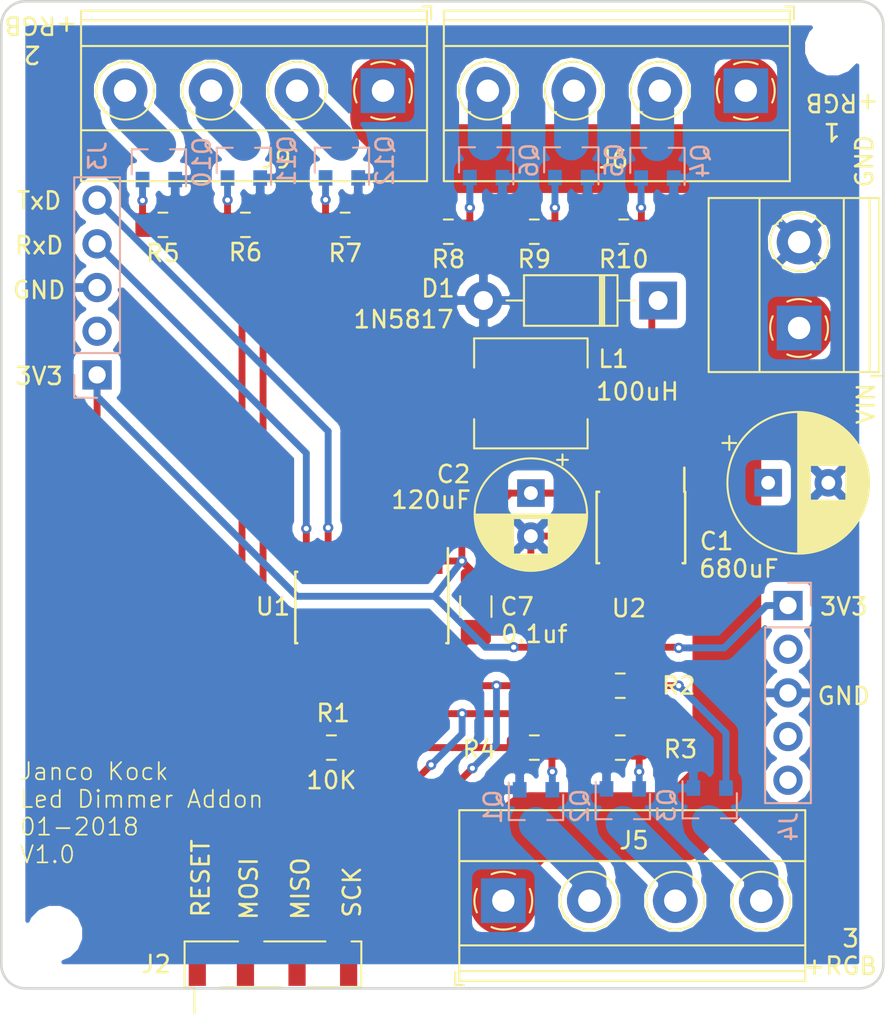
<source format=kicad_pcb>
(kicad_pcb (version 20171130) (host pcbnew 5.1.9)

  (general
    (thickness 1.6)
    (drawings 71)
    (tracks 222)
    (zones 0)
    (modules 35)
    (nets 35)
  )

  (page User 150.012 150.012)
  (title_block
    (title "RS485 Sensor Board")
    (date 2017-02-21)
    (rev V1.2)
    (company "Janco & Jacco")
  )

  (layers
    (0 F.Cu signal)
    (31 B.Cu signal)
    (32 B.Adhes user hide)
    (33 F.Adhes user hide)
    (34 B.Paste user hide)
    (35 F.Paste user hide)
    (36 B.SilkS user)
    (37 F.SilkS user)
    (38 B.Mask user)
    (39 F.Mask user)
    (40 Dwgs.User user hide)
    (41 Cmts.User user hide)
    (42 Eco1.User user hide)
    (43 Eco2.User user)
    (44 Edge.Cuts user)
    (45 Margin user hide)
    (46 B.CrtYd user)
    (47 F.CrtYd user)
    (48 B.Fab user hide)
    (49 F.Fab user hide)
  )

  (setup
    (last_trace_width 0.4)
    (user_trace_width 0.4)
    (user_trace_width 1)
    (user_trace_width 2)
    (user_trace_width 4)
    (trace_clearance 0.1)
    (zone_clearance 0.508)
    (zone_45_only yes)
    (trace_min 0.4)
    (via_size 0.6)
    (via_drill 0.3)
    (via_min_size 0.4)
    (via_min_drill 0.3)
    (uvia_size 0.3)
    (uvia_drill 0.1)
    (uvias_allowed no)
    (uvia_min_size 0.2)
    (uvia_min_drill 0.1)
    (edge_width 0.15)
    (segment_width 0.2)
    (pcb_text_width 0.3)
    (pcb_text_size 1.5 1.5)
    (mod_edge_width 0.15)
    (mod_text_size 1 1)
    (mod_text_width 0.15)
    (pad_size 2.2 2.2)
    (pad_drill 2.2)
    (pad_to_mask_clearance 0.2)
    (solder_mask_min_width 0.25)
    (aux_axis_origin 116.713 49.911)
    (grid_origin 54.483 49.6316)
    (visible_elements FFFFFF7F)
    (pcbplotparams
      (layerselection 0x010f0_ffffffff)
      (usegerberextensions false)
      (usegerberattributes false)
      (usegerberadvancedattributes false)
      (creategerberjobfile false)
      (excludeedgelayer true)
      (linewidth 0.100000)
      (plotframeref false)
      (viasonmask false)
      (mode 1)
      (useauxorigin false)
      (hpglpennumber 1)
      (hpglpenspeed 20)
      (hpglpendiameter 15.000000)
      (psnegative false)
      (psa4output false)
      (plotreference true)
      (plotvalue true)
      (plotinvisibletext false)
      (padsonsilk false)
      (subtractmaskfromsilk false)
      (outputformat 1)
      (mirror false)
      (drillshape 0)
      (scaleselection 1)
      (outputdirectory "output/"))
  )

  (net 0 "")
  (net 1 GND)
  (net 2 +3V3)
  (net 3 "Net-(J5-Pad4)")
  (net 4 "Net-(J5-Pad3)")
  (net 5 "Net-(J5-Pad2)")
  (net 6 "Net-(J6-Pad4)")
  (net 7 "Net-(J6-Pad3)")
  (net 8 "Net-(J6-Pad2)")
  (net 9 +12V)
  (net 10 "Net-(J9-Pad2)")
  (net 11 "Net-(J9-Pad3)")
  (net 12 "Net-(J9-Pad4)")
  (net 13 "Net-(D1-Pad1)")
  (net 14 "Net-(Q1-Pad2)")
  (net 15 "Net-(Q2-Pad2)")
  (net 16 "Net-(Q3-Pad2)")
  (net 17 "Net-(Q4-Pad2)")
  (net 18 "Net-(Q5-Pad2)")
  (net 19 "Net-(Q6-Pad2)")
  (net 20 "Net-(Q10-Pad2)")
  (net 21 "Net-(Q11-Pad2)")
  (net 22 "Net-(Q12-Pad2)")
  (net 23 TxD)
  (net 24 RxD)
  (net 25 "Net-(R5-Pad1)")
  (net 26 "Net-(R6-Pad1)")
  (net 27 "Net-(R7-Pad1)")
  (net 28 "Net-(R8-Pad1)")
  (net 29 "Net-(R9-Pad1)")
  (net 30 "Net-(R10-Pad1)")
  (net 31 "Net-(J2-Pad1)")
  (net 32 "Net-(J2-Pad4)")
  (net 33 "Net-(J2-Pad3)")
  (net 34 "Net-(J2-Pad2)")

  (net_class Default "Dit is de standaard class."
    (clearance 0.1)
    (trace_width 0.4)
    (via_dia 0.6)
    (via_drill 0.3)
    (uvia_dia 0.3)
    (uvia_drill 0.1)
    (diff_pair_width 0.4)
    (diff_pair_gap 0.25)
    (add_net +12V)
    (add_net "Net-(D1-Pad1)")
    (add_net "Net-(J2-Pad1)")
    (add_net "Net-(J2-Pad2)")
    (add_net "Net-(J2-Pad3)")
    (add_net "Net-(J2-Pad4)")
    (add_net "Net-(J5-Pad2)")
    (add_net "Net-(J5-Pad3)")
    (add_net "Net-(J5-Pad4)")
    (add_net "Net-(J6-Pad2)")
    (add_net "Net-(J6-Pad3)")
    (add_net "Net-(J6-Pad4)")
    (add_net "Net-(J9-Pad2)")
    (add_net "Net-(J9-Pad3)")
    (add_net "Net-(J9-Pad4)")
    (add_net "Net-(Q1-Pad2)")
    (add_net "Net-(Q10-Pad2)")
    (add_net "Net-(Q11-Pad2)")
    (add_net "Net-(Q12-Pad2)")
    (add_net "Net-(Q2-Pad2)")
    (add_net "Net-(Q3-Pad2)")
    (add_net "Net-(Q4-Pad2)")
    (add_net "Net-(Q5-Pad2)")
    (add_net "Net-(Q6-Pad2)")
    (add_net "Net-(R10-Pad1)")
    (add_net "Net-(R5-Pad1)")
    (add_net "Net-(R6-Pad1)")
    (add_net "Net-(R7-Pad1)")
    (add_net "Net-(R8-Pad1)")
    (add_net "Net-(R9-Pad1)")
    (add_net RxD)
    (add_net TxD)
  )

  (net_class 230V ""
    (clearance 0.4)
    (trace_width 2)
    (via_dia 0.6)
    (via_drill 0.3)
    (uvia_dia 0.3)
    (uvia_drill 0.1)
    (diff_pair_width 2)
    (diff_pair_gap 0.25)
  )

  (net_class 3.3V ""
    (clearance 0.2)
    (trace_width 0.4)
    (via_dia 0.6)
    (via_drill 0.3)
    (uvia_dia 0.3)
    (uvia_drill 0.1)
    (diff_pair_width 0.4)
    (diff_pair_gap 0.25)
    (add_net +3V3)
    (add_net GND)
  )

  (net_class csp ""
    (clearance 0.2)
    (trace_width 1)
    (via_dia 0.6)
    (via_drill 0.3)
    (uvia_dia 0.3)
    (uvia_drill 0.1)
    (diff_pair_width 1)
    (diff_pair_gap 0.25)
  )

  (module Capacitor_THT:CP_Radial_D8.0mm_P3.50mm (layer F.Cu) (tedit 5C30C8BF) (tstamp 5C315F9B)
    (at 70.283 49.6316)
    (descr "CP, Radial series, Radial, pin pitch=3.50mm, , diameter=8mm, Electrolytic Capacitor")
    (tags "CP Radial series Radial pin pitch 3.50mm  diameter 8mm Electrolytic Capacitor")
    (path /5C3AE7A9)
    (fp_text reference C1 (at -3 3.4 180) (layer F.SilkS)
      (effects (font (size 1 1) (thickness 0.15)))
    )
    (fp_text value 680uF (at -1.7 5) (layer F.SilkS)
      (effects (font (size 1 1) (thickness 0.15)))
    )
    (fp_circle (center 1.75 0) (end 5.75 0) (layer F.Fab) (width 0.1))
    (fp_circle (center 1.75 0) (end 5.87 0) (layer F.SilkS) (width 0.12))
    (fp_circle (center 1.75 0) (end 6 0) (layer F.CrtYd) (width 0.05))
    (fp_line (start -1.676759 -1.7475) (end -0.876759 -1.7475) (layer F.Fab) (width 0.1))
    (fp_line (start -1.276759 -2.1475) (end -1.276759 -1.3475) (layer F.Fab) (width 0.1))
    (fp_line (start 1.75 -4.08) (end 1.75 4.08) (layer F.SilkS) (width 0.12))
    (fp_line (start 1.79 -4.08) (end 1.79 4.08) (layer F.SilkS) (width 0.12))
    (fp_line (start 1.83 -4.08) (end 1.83 4.08) (layer F.SilkS) (width 0.12))
    (fp_line (start 1.87 -4.079) (end 1.87 4.079) (layer F.SilkS) (width 0.12))
    (fp_line (start 1.91 -4.077) (end 1.91 4.077) (layer F.SilkS) (width 0.12))
    (fp_line (start 1.95 -4.076) (end 1.95 4.076) (layer F.SilkS) (width 0.12))
    (fp_line (start 1.99 -4.074) (end 1.99 4.074) (layer F.SilkS) (width 0.12))
    (fp_line (start 2.03 -4.071) (end 2.03 4.071) (layer F.SilkS) (width 0.12))
    (fp_line (start 2.07 -4.068) (end 2.07 4.068) (layer F.SilkS) (width 0.12))
    (fp_line (start 2.11 -4.065) (end 2.11 4.065) (layer F.SilkS) (width 0.12))
    (fp_line (start 2.15 -4.061) (end 2.15 4.061) (layer F.SilkS) (width 0.12))
    (fp_line (start 2.19 -4.057) (end 2.19 4.057) (layer F.SilkS) (width 0.12))
    (fp_line (start 2.23 -4.052) (end 2.23 4.052) (layer F.SilkS) (width 0.12))
    (fp_line (start 2.27 -4.048) (end 2.27 4.048) (layer F.SilkS) (width 0.12))
    (fp_line (start 2.31 -4.042) (end 2.31 4.042) (layer F.SilkS) (width 0.12))
    (fp_line (start 2.35 -4.037) (end 2.35 4.037) (layer F.SilkS) (width 0.12))
    (fp_line (start 2.39 -4.03) (end 2.39 4.03) (layer F.SilkS) (width 0.12))
    (fp_line (start 2.43 -4.024) (end 2.43 4.024) (layer F.SilkS) (width 0.12))
    (fp_line (start 2.471 -4.017) (end 2.471 -1.04) (layer F.SilkS) (width 0.12))
    (fp_line (start 2.471 1.04) (end 2.471 4.017) (layer F.SilkS) (width 0.12))
    (fp_line (start 2.511 -4.01) (end 2.511 -1.04) (layer F.SilkS) (width 0.12))
    (fp_line (start 2.511 1.04) (end 2.511 4.01) (layer F.SilkS) (width 0.12))
    (fp_line (start 2.551 -4.002) (end 2.551 -1.04) (layer F.SilkS) (width 0.12))
    (fp_line (start 2.551 1.04) (end 2.551 4.002) (layer F.SilkS) (width 0.12))
    (fp_line (start 2.591 -3.994) (end 2.591 -1.04) (layer F.SilkS) (width 0.12))
    (fp_line (start 2.591 1.04) (end 2.591 3.994) (layer F.SilkS) (width 0.12))
    (fp_line (start 2.631 -3.985) (end 2.631 -1.04) (layer F.SilkS) (width 0.12))
    (fp_line (start 2.631 1.04) (end 2.631 3.985) (layer F.SilkS) (width 0.12))
    (fp_line (start 2.671 -3.976) (end 2.671 -1.04) (layer F.SilkS) (width 0.12))
    (fp_line (start 2.671 1.04) (end 2.671 3.976) (layer F.SilkS) (width 0.12))
    (fp_line (start 2.711 -3.967) (end 2.711 -1.04) (layer F.SilkS) (width 0.12))
    (fp_line (start 2.711 1.04) (end 2.711 3.967) (layer F.SilkS) (width 0.12))
    (fp_line (start 2.751 -3.957) (end 2.751 -1.04) (layer F.SilkS) (width 0.12))
    (fp_line (start 2.751 1.04) (end 2.751 3.957) (layer F.SilkS) (width 0.12))
    (fp_line (start 2.791 -3.947) (end 2.791 -1.04) (layer F.SilkS) (width 0.12))
    (fp_line (start 2.791 1.04) (end 2.791 3.947) (layer F.SilkS) (width 0.12))
    (fp_line (start 2.831 -3.936) (end 2.831 -1.04) (layer F.SilkS) (width 0.12))
    (fp_line (start 2.831 1.04) (end 2.831 3.936) (layer F.SilkS) (width 0.12))
    (fp_line (start 2.871 -3.925) (end 2.871 -1.04) (layer F.SilkS) (width 0.12))
    (fp_line (start 2.871 1.04) (end 2.871 3.925) (layer F.SilkS) (width 0.12))
    (fp_line (start 2.911 -3.914) (end 2.911 -1.04) (layer F.SilkS) (width 0.12))
    (fp_line (start 2.911 1.04) (end 2.911 3.914) (layer F.SilkS) (width 0.12))
    (fp_line (start 2.951 -3.902) (end 2.951 -1.04) (layer F.SilkS) (width 0.12))
    (fp_line (start 2.951 1.04) (end 2.951 3.902) (layer F.SilkS) (width 0.12))
    (fp_line (start 2.991 -3.889) (end 2.991 -1.04) (layer F.SilkS) (width 0.12))
    (fp_line (start 2.991 1.04) (end 2.991 3.889) (layer F.SilkS) (width 0.12))
    (fp_line (start 3.031 -3.877) (end 3.031 -1.04) (layer F.SilkS) (width 0.12))
    (fp_line (start 3.031 1.04) (end 3.031 3.877) (layer F.SilkS) (width 0.12))
    (fp_line (start 3.071 -3.863) (end 3.071 -1.04) (layer F.SilkS) (width 0.12))
    (fp_line (start 3.071 1.04) (end 3.071 3.863) (layer F.SilkS) (width 0.12))
    (fp_line (start 3.111 -3.85) (end 3.111 -1.04) (layer F.SilkS) (width 0.12))
    (fp_line (start 3.111 1.04) (end 3.111 3.85) (layer F.SilkS) (width 0.12))
    (fp_line (start 3.151 -3.835) (end 3.151 -1.04) (layer F.SilkS) (width 0.12))
    (fp_line (start 3.151 1.04) (end 3.151 3.835) (layer F.SilkS) (width 0.12))
    (fp_line (start 3.191 -3.821) (end 3.191 -1.04) (layer F.SilkS) (width 0.12))
    (fp_line (start 3.191 1.04) (end 3.191 3.821) (layer F.SilkS) (width 0.12))
    (fp_line (start 3.231 -3.805) (end 3.231 -1.04) (layer F.SilkS) (width 0.12))
    (fp_line (start 3.231 1.04) (end 3.231 3.805) (layer F.SilkS) (width 0.12))
    (fp_line (start 3.271 -3.79) (end 3.271 -1.04) (layer F.SilkS) (width 0.12))
    (fp_line (start 3.271 1.04) (end 3.271 3.79) (layer F.SilkS) (width 0.12))
    (fp_line (start 3.311 -3.774) (end 3.311 -1.04) (layer F.SilkS) (width 0.12))
    (fp_line (start 3.311 1.04) (end 3.311 3.774) (layer F.SilkS) (width 0.12))
    (fp_line (start 3.351 -3.757) (end 3.351 -1.04) (layer F.SilkS) (width 0.12))
    (fp_line (start 3.351 1.04) (end 3.351 3.757) (layer F.SilkS) (width 0.12))
    (fp_line (start 3.391 -3.74) (end 3.391 -1.04) (layer F.SilkS) (width 0.12))
    (fp_line (start 3.391 1.04) (end 3.391 3.74) (layer F.SilkS) (width 0.12))
    (fp_line (start 3.431 -3.722) (end 3.431 -1.04) (layer F.SilkS) (width 0.12))
    (fp_line (start 3.431 1.04) (end 3.431 3.722) (layer F.SilkS) (width 0.12))
    (fp_line (start 3.471 -3.704) (end 3.471 -1.04) (layer F.SilkS) (width 0.12))
    (fp_line (start 3.471 1.04) (end 3.471 3.704) (layer F.SilkS) (width 0.12))
    (fp_line (start 3.511 -3.686) (end 3.511 -1.04) (layer F.SilkS) (width 0.12))
    (fp_line (start 3.511 1.04) (end 3.511 3.686) (layer F.SilkS) (width 0.12))
    (fp_line (start 3.551 -3.666) (end 3.551 -1.04) (layer F.SilkS) (width 0.12))
    (fp_line (start 3.551 1.04) (end 3.551 3.666) (layer F.SilkS) (width 0.12))
    (fp_line (start 3.591 -3.647) (end 3.591 -1.04) (layer F.SilkS) (width 0.12))
    (fp_line (start 3.591 1.04) (end 3.591 3.647) (layer F.SilkS) (width 0.12))
    (fp_line (start 3.631 -3.627) (end 3.631 -1.04) (layer F.SilkS) (width 0.12))
    (fp_line (start 3.631 1.04) (end 3.631 3.627) (layer F.SilkS) (width 0.12))
    (fp_line (start 3.671 -3.606) (end 3.671 -1.04) (layer F.SilkS) (width 0.12))
    (fp_line (start 3.671 1.04) (end 3.671 3.606) (layer F.SilkS) (width 0.12))
    (fp_line (start 3.711 -3.584) (end 3.711 -1.04) (layer F.SilkS) (width 0.12))
    (fp_line (start 3.711 1.04) (end 3.711 3.584) (layer F.SilkS) (width 0.12))
    (fp_line (start 3.751 -3.562) (end 3.751 -1.04) (layer F.SilkS) (width 0.12))
    (fp_line (start 3.751 1.04) (end 3.751 3.562) (layer F.SilkS) (width 0.12))
    (fp_line (start 3.791 -3.54) (end 3.791 -1.04) (layer F.SilkS) (width 0.12))
    (fp_line (start 3.791 1.04) (end 3.791 3.54) (layer F.SilkS) (width 0.12))
    (fp_line (start 3.831 -3.517) (end 3.831 -1.04) (layer F.SilkS) (width 0.12))
    (fp_line (start 3.831 1.04) (end 3.831 3.517) (layer F.SilkS) (width 0.12))
    (fp_line (start 3.871 -3.493) (end 3.871 -1.04) (layer F.SilkS) (width 0.12))
    (fp_line (start 3.871 1.04) (end 3.871 3.493) (layer F.SilkS) (width 0.12))
    (fp_line (start 3.911 -3.469) (end 3.911 -1.04) (layer F.SilkS) (width 0.12))
    (fp_line (start 3.911 1.04) (end 3.911 3.469) (layer F.SilkS) (width 0.12))
    (fp_line (start 3.951 -3.444) (end 3.951 -1.04) (layer F.SilkS) (width 0.12))
    (fp_line (start 3.951 1.04) (end 3.951 3.444) (layer F.SilkS) (width 0.12))
    (fp_line (start 3.991 -3.418) (end 3.991 -1.04) (layer F.SilkS) (width 0.12))
    (fp_line (start 3.991 1.04) (end 3.991 3.418) (layer F.SilkS) (width 0.12))
    (fp_line (start 4.031 -3.392) (end 4.031 -1.04) (layer F.SilkS) (width 0.12))
    (fp_line (start 4.031 1.04) (end 4.031 3.392) (layer F.SilkS) (width 0.12))
    (fp_line (start 4.071 -3.365) (end 4.071 -1.04) (layer F.SilkS) (width 0.12))
    (fp_line (start 4.071 1.04) (end 4.071 3.365) (layer F.SilkS) (width 0.12))
    (fp_line (start 4.111 -3.338) (end 4.111 -1.04) (layer F.SilkS) (width 0.12))
    (fp_line (start 4.111 1.04) (end 4.111 3.338) (layer F.SilkS) (width 0.12))
    (fp_line (start 4.151 -3.309) (end 4.151 -1.04) (layer F.SilkS) (width 0.12))
    (fp_line (start 4.151 1.04) (end 4.151 3.309) (layer F.SilkS) (width 0.12))
    (fp_line (start 4.191 -3.28) (end 4.191 -1.04) (layer F.SilkS) (width 0.12))
    (fp_line (start 4.191 1.04) (end 4.191 3.28) (layer F.SilkS) (width 0.12))
    (fp_line (start 4.231 -3.25) (end 4.231 -1.04) (layer F.SilkS) (width 0.12))
    (fp_line (start 4.231 1.04) (end 4.231 3.25) (layer F.SilkS) (width 0.12))
    (fp_line (start 4.271 -3.22) (end 4.271 -1.04) (layer F.SilkS) (width 0.12))
    (fp_line (start 4.271 1.04) (end 4.271 3.22) (layer F.SilkS) (width 0.12))
    (fp_line (start 4.311 -3.189) (end 4.311 -1.04) (layer F.SilkS) (width 0.12))
    (fp_line (start 4.311 1.04) (end 4.311 3.189) (layer F.SilkS) (width 0.12))
    (fp_line (start 4.351 -3.156) (end 4.351 -1.04) (layer F.SilkS) (width 0.12))
    (fp_line (start 4.351 1.04) (end 4.351 3.156) (layer F.SilkS) (width 0.12))
    (fp_line (start 4.391 -3.124) (end 4.391 -1.04) (layer F.SilkS) (width 0.12))
    (fp_line (start 4.391 1.04) (end 4.391 3.124) (layer F.SilkS) (width 0.12))
    (fp_line (start 4.431 -3.09) (end 4.431 -1.04) (layer F.SilkS) (width 0.12))
    (fp_line (start 4.431 1.04) (end 4.431 3.09) (layer F.SilkS) (width 0.12))
    (fp_line (start 4.471 -3.055) (end 4.471 -1.04) (layer F.SilkS) (width 0.12))
    (fp_line (start 4.471 1.04) (end 4.471 3.055) (layer F.SilkS) (width 0.12))
    (fp_line (start 4.511 -3.019) (end 4.511 -1.04) (layer F.SilkS) (width 0.12))
    (fp_line (start 4.511 1.04) (end 4.511 3.019) (layer F.SilkS) (width 0.12))
    (fp_line (start 4.551 -2.983) (end 4.551 2.983) (layer F.SilkS) (width 0.12))
    (fp_line (start 4.591 -2.945) (end 4.591 2.945) (layer F.SilkS) (width 0.12))
    (fp_line (start 4.631 -2.907) (end 4.631 2.907) (layer F.SilkS) (width 0.12))
    (fp_line (start 4.671 -2.867) (end 4.671 2.867) (layer F.SilkS) (width 0.12))
    (fp_line (start 4.711 -2.826) (end 4.711 2.826) (layer F.SilkS) (width 0.12))
    (fp_line (start 4.751 -2.784) (end 4.751 2.784) (layer F.SilkS) (width 0.12))
    (fp_line (start 4.791 -2.741) (end 4.791 2.741) (layer F.SilkS) (width 0.12))
    (fp_line (start 4.831 -2.697) (end 4.831 2.697) (layer F.SilkS) (width 0.12))
    (fp_line (start 4.871 -2.651) (end 4.871 2.651) (layer F.SilkS) (width 0.12))
    (fp_line (start 4.911 -2.604) (end 4.911 2.604) (layer F.SilkS) (width 0.12))
    (fp_line (start 4.951 -2.556) (end 4.951 2.556) (layer F.SilkS) (width 0.12))
    (fp_line (start 4.991 -2.505) (end 4.991 2.505) (layer F.SilkS) (width 0.12))
    (fp_line (start 5.031 -2.454) (end 5.031 2.454) (layer F.SilkS) (width 0.12))
    (fp_line (start 5.071 -2.4) (end 5.071 2.4) (layer F.SilkS) (width 0.12))
    (fp_line (start 5.111 -2.345) (end 5.111 2.345) (layer F.SilkS) (width 0.12))
    (fp_line (start 5.151 -2.287) (end 5.151 2.287) (layer F.SilkS) (width 0.12))
    (fp_line (start 5.191 -2.228) (end 5.191 2.228) (layer F.SilkS) (width 0.12))
    (fp_line (start 5.231 -2.166) (end 5.231 2.166) (layer F.SilkS) (width 0.12))
    (fp_line (start 5.271 -2.102) (end 5.271 2.102) (layer F.SilkS) (width 0.12))
    (fp_line (start 5.311 -2.034) (end 5.311 2.034) (layer F.SilkS) (width 0.12))
    (fp_line (start 5.351 -1.964) (end 5.351 1.964) (layer F.SilkS) (width 0.12))
    (fp_line (start 5.391 -1.89) (end 5.391 1.89) (layer F.SilkS) (width 0.12))
    (fp_line (start 5.431 -1.813) (end 5.431 1.813) (layer F.SilkS) (width 0.12))
    (fp_line (start 5.471 -1.731) (end 5.471 1.731) (layer F.SilkS) (width 0.12))
    (fp_line (start 5.511 -1.645) (end 5.511 1.645) (layer F.SilkS) (width 0.12))
    (fp_line (start 5.551 -1.552) (end 5.551 1.552) (layer F.SilkS) (width 0.12))
    (fp_line (start 5.591 -1.453) (end 5.591 1.453) (layer F.SilkS) (width 0.12))
    (fp_line (start 5.631 -1.346) (end 5.631 1.346) (layer F.SilkS) (width 0.12))
    (fp_line (start 5.671 -1.229) (end 5.671 1.229) (layer F.SilkS) (width 0.12))
    (fp_line (start 5.711 -1.098) (end 5.711 1.098) (layer F.SilkS) (width 0.12))
    (fp_line (start 5.751 -0.948) (end 5.751 0.948) (layer F.SilkS) (width 0.12))
    (fp_line (start 5.791 -0.768) (end 5.791 0.768) (layer F.SilkS) (width 0.12))
    (fp_line (start 5.831 -0.533) (end 5.831 0.533) (layer F.SilkS) (width 0.12))
    (fp_line (start -2.659698 -2.315) (end -1.859698 -2.315) (layer F.SilkS) (width 0.12))
    (fp_line (start -2.259698 -2.715) (end -2.259698 -1.915) (layer F.SilkS) (width 0.12))
    (fp_text user %R (at 1.75 0) (layer F.Fab)
      (effects (font (size 1 1) (thickness 0.15)))
    )
    (pad 2 thru_hole circle (at 3.5 0) (size 1.6 1.6) (drill 0.8) (layers *.Cu *.Mask)
      (net 1 GND))
    (pad 1 thru_hole rect (at 0 0) (size 1.6 1.6) (drill 0.8) (layers *.Cu *.Mask)
      (net 9 +12V))
    (model ${KISYS3DMOD}/Capacitor_THT.3dshapes/CP_Radial_D8.0mm_P3.50mm.wrl
      (at (xyz 0 0 0))
      (scale (xyz 1 1 1))
      (rotate (xyz 0 0 0))
    )
  )

  (module Connector_PinHeader_2.54mm:PinHeader_1x04_P2.54mm_Vertical_SMD_Pin1Left locked (layer F.Cu) (tedit 59FED5CC) (tstamp 5C30BEB0)
    (at 41.483 77.6316 90)
    (descr "surface-mounted straight pin header, 1x04, 2.54mm pitch, single row, style 1 (pin 1 left)")
    (tags "Surface mounted pin header SMD 1x04 2.54mm single row style1 pin1 left")
    (path /5C35FAF2)
    (attr smd)
    (fp_text reference J2 (at 0 -6.8 180) (layer F.SilkS)
      (effects (font (size 1 1) (thickness 0.15)))
    )
    (fp_text value "Programm header" (at 0 6.14 90) (layer F.Fab)
      (effects (font (size 1 1) (thickness 0.15)))
    )
    (fp_line (start 3.45 -5.6) (end -3.45 -5.6) (layer F.CrtYd) (width 0.05))
    (fp_line (start 3.45 5.6) (end 3.45 -5.6) (layer F.CrtYd) (width 0.05))
    (fp_line (start -3.45 5.6) (end 3.45 5.6) (layer F.CrtYd) (width 0.05))
    (fp_line (start -3.45 -5.6) (end -3.45 5.6) (layer F.CrtYd) (width 0.05))
    (fp_line (start -1.33 2.03) (end -1.33 5.14) (layer F.SilkS) (width 0.12))
    (fp_line (start -1.33 -3.05) (end -1.33 0.51) (layer F.SilkS) (width 0.12))
    (fp_line (start 1.33 -0.51) (end 1.33 3.05) (layer F.SilkS) (width 0.12))
    (fp_line (start 1.33 4.57) (end 1.33 5.14) (layer F.SilkS) (width 0.12))
    (fp_line (start -1.33 -5.14) (end -1.33 -4.57) (layer F.SilkS) (width 0.12))
    (fp_line (start -1.33 -4.57) (end -2.85 -4.57) (layer F.SilkS) (width 0.12))
    (fp_line (start 1.33 -5.14) (end 1.33 -2.03) (layer F.SilkS) (width 0.12))
    (fp_line (start -1.33 5.14) (end 1.33 5.14) (layer F.SilkS) (width 0.12))
    (fp_line (start -1.33 -5.14) (end 1.33 -5.14) (layer F.SilkS) (width 0.12))
    (fp_line (start 2.54 4.13) (end 1.27 4.13) (layer F.Fab) (width 0.1))
    (fp_line (start 2.54 3.49) (end 2.54 4.13) (layer F.Fab) (width 0.1))
    (fp_line (start 1.27 3.49) (end 2.54 3.49) (layer F.Fab) (width 0.1))
    (fp_line (start 2.54 -0.95) (end 1.27 -0.95) (layer F.Fab) (width 0.1))
    (fp_line (start 2.54 -1.59) (end 2.54 -0.95) (layer F.Fab) (width 0.1))
    (fp_line (start 1.27 -1.59) (end 2.54 -1.59) (layer F.Fab) (width 0.1))
    (fp_line (start -2.54 1.59) (end -1.27 1.59) (layer F.Fab) (width 0.1))
    (fp_line (start -2.54 0.95) (end -2.54 1.59) (layer F.Fab) (width 0.1))
    (fp_line (start -1.27 0.95) (end -2.54 0.95) (layer F.Fab) (width 0.1))
    (fp_line (start -2.54 -3.49) (end -1.27 -3.49) (layer F.Fab) (width 0.1))
    (fp_line (start -2.54 -4.13) (end -2.54 -3.49) (layer F.Fab) (width 0.1))
    (fp_line (start -1.27 -4.13) (end -2.54 -4.13) (layer F.Fab) (width 0.1))
    (fp_line (start 1.27 -5.08) (end 1.27 5.08) (layer F.Fab) (width 0.1))
    (fp_line (start -1.27 -4.13) (end -0.32 -5.08) (layer F.Fab) (width 0.1))
    (fp_line (start -1.27 5.08) (end -1.27 -4.13) (layer F.Fab) (width 0.1))
    (fp_line (start -0.32 -5.08) (end 1.27 -5.08) (layer F.Fab) (width 0.1))
    (fp_line (start 1.27 5.08) (end -1.27 5.08) (layer F.Fab) (width 0.1))
    (fp_text user %R (at 0 0 180) (layer F.Fab)
      (effects (font (size 1 1) (thickness 0.15)))
    )
    (pad 1 smd rect (at 0 -4.4 90) (size 2.51 1) (layers F.Cu F.Paste F.Mask)
      (net 31 "Net-(J2-Pad1)"))
    (pad 3 smd rect (at 0 1.4 90) (size 2.51 1) (layers F.Cu F.Paste F.Mask)
      (net 33 "Net-(J2-Pad3)"))
    (pad 2 smd rect (at 0 -1.6 90) (size 2.51 1) (layers F.Cu F.Paste F.Mask)
      (net 34 "Net-(J2-Pad2)"))
    (pad 4 smd rect (at 0 4.4 90) (size 2.51 1) (layers F.Cu F.Paste F.Mask)
      (net 32 "Net-(J2-Pad4)"))
  )

  (module Package_SO:SOIC-8_3.9x4.9mm_P1.27mm (layer F.Cu) (tedit 5C30CD4B) (tstamp 5C308D1C)
    (at 62.883 52.2316 270)
    (descr "8-Lead Plastic Small Outline (SN) - Narrow, 3.90 mm Body [SOIC] (see Microchip Packaging Specification 00000049BS.pdf)")
    (tags "SOIC 1.27")
    (path /5C37E5D2)
    (attr smd)
    (fp_text reference U2 (at 4.7 0.7) (layer F.SilkS)
      (effects (font (size 1 1) (thickness 0.15)))
    )
    (fp_text value LM2594M (at 6.4 -1.8) (layer F.SilkS) hide
      (effects (font (size 1 1) (thickness 0.15)))
    )
    (fp_line (start -2.075 -2.525) (end -3.475 -2.525) (layer F.SilkS) (width 0.15))
    (fp_line (start -2.075 2.575) (end 2.075 2.575) (layer F.SilkS) (width 0.15))
    (fp_line (start -2.075 -2.575) (end 2.075 -2.575) (layer F.SilkS) (width 0.15))
    (fp_line (start -2.075 2.575) (end -2.075 2.43) (layer F.SilkS) (width 0.15))
    (fp_line (start 2.075 2.575) (end 2.075 2.43) (layer F.SilkS) (width 0.15))
    (fp_line (start 2.075 -2.575) (end 2.075 -2.43) (layer F.SilkS) (width 0.15))
    (fp_line (start -2.075 -2.575) (end -2.075 -2.525) (layer F.SilkS) (width 0.15))
    (fp_line (start -3.73 2.7) (end 3.73 2.7) (layer F.CrtYd) (width 0.05))
    (fp_line (start -3.73 -2.7) (end 3.73 -2.7) (layer F.CrtYd) (width 0.05))
    (fp_line (start 3.73 -2.7) (end 3.73 2.7) (layer F.CrtYd) (width 0.05))
    (fp_line (start -3.73 -2.7) (end -3.73 2.7) (layer F.CrtYd) (width 0.05))
    (fp_line (start -1.95 -1.45) (end -0.95 -2.45) (layer F.Fab) (width 0.1))
    (fp_line (start -1.95 2.45) (end -1.95 -1.45) (layer F.Fab) (width 0.1))
    (fp_line (start 1.95 2.45) (end -1.95 2.45) (layer F.Fab) (width 0.1))
    (fp_line (start 1.95 -2.45) (end 1.95 2.45) (layer F.Fab) (width 0.1))
    (fp_line (start -0.95 -2.45) (end 1.95 -2.45) (layer F.Fab) (width 0.1))
    (fp_text user %R (at 0 0 270) (layer F.Fab)
      (effects (font (size 1 1) (thickness 0.15)))
    )
    (pad 1 smd rect (at -2.7 -1.905 270) (size 1.55 0.6) (layers F.Cu F.Paste F.Mask)
      (net 9 +12V))
    (pad 2 smd rect (at -2.7 -0.635 270) (size 1.55 0.6) (layers F.Cu F.Paste F.Mask)
      (net 13 "Net-(D1-Pad1)"))
    (pad 3 smd rect (at -2.7 0.635 270) (size 1.55 0.6) (layers F.Cu F.Paste F.Mask)
      (net 1 GND))
    (pad 4 smd rect (at -2.7 1.905 270) (size 1.55 0.6) (layers F.Cu F.Paste F.Mask)
      (net 2 +3V3))
    (pad 5 smd rect (at 2.7 1.905 270) (size 1.55 0.6) (layers F.Cu F.Paste F.Mask)
      (net 1 GND))
    (pad 6 smd rect (at 2.7 0.635 270) (size 1.55 0.6) (layers F.Cu F.Paste F.Mask))
    (pad 7 smd rect (at 2.7 -0.635 270) (size 1.55 0.6) (layers F.Cu F.Paste F.Mask))
    (pad 8 smd rect (at 2.7 -1.905 270) (size 1.55 0.6) (layers F.Cu F.Paste F.Mask))
    (model ${KISYS3DMOD}/Package_SO.3dshapes/SOIC-8_3.9x4.9mm_P1.27mm.wrl
      (at (xyz 0 0 0))
      (scale (xyz 1 1 1))
      (rotate (xyz 0 0 0))
    )
  )

  (module Capacitor_THT:CP_Radial_D6.3mm_P2.50mm (layer F.Cu) (tedit 5C30C7EF) (tstamp 5C30E812)
    (at 56.483 50.2316 270)
    (descr "CP, Radial series, Radial, pin pitch=2.50mm, , diameter=6.3mm, Electrolytic Capacitor")
    (tags "CP Radial series Radial pin pitch 2.50mm  diameter 6.3mm Electrolytic Capacitor")
    (path /5C3CBE90)
    (fp_text reference C2 (at -1.1 4.5) (layer F.SilkS)
      (effects (font (size 1 1) (thickness 0.15)))
    )
    (fp_text value 120uF (at 0.4 5.8) (layer F.SilkS)
      (effects (font (size 1 1) (thickness 0.15)))
    )
    (fp_line (start -1.935241 -2.154) (end -1.935241 -1.524) (layer F.SilkS) (width 0.12))
    (fp_line (start -2.250241 -1.839) (end -1.620241 -1.839) (layer F.SilkS) (width 0.12))
    (fp_line (start 4.491 -0.402) (end 4.491 0.402) (layer F.SilkS) (width 0.12))
    (fp_line (start 4.451 -0.633) (end 4.451 0.633) (layer F.SilkS) (width 0.12))
    (fp_line (start 4.411 -0.802) (end 4.411 0.802) (layer F.SilkS) (width 0.12))
    (fp_line (start 4.371 -0.94) (end 4.371 0.94) (layer F.SilkS) (width 0.12))
    (fp_line (start 4.331 -1.059) (end 4.331 1.059) (layer F.SilkS) (width 0.12))
    (fp_line (start 4.291 -1.165) (end 4.291 1.165) (layer F.SilkS) (width 0.12))
    (fp_line (start 4.251 -1.262) (end 4.251 1.262) (layer F.SilkS) (width 0.12))
    (fp_line (start 4.211 -1.35) (end 4.211 1.35) (layer F.SilkS) (width 0.12))
    (fp_line (start 4.171 -1.432) (end 4.171 1.432) (layer F.SilkS) (width 0.12))
    (fp_line (start 4.131 -1.509) (end 4.131 1.509) (layer F.SilkS) (width 0.12))
    (fp_line (start 4.091 -1.581) (end 4.091 1.581) (layer F.SilkS) (width 0.12))
    (fp_line (start 4.051 -1.65) (end 4.051 1.65) (layer F.SilkS) (width 0.12))
    (fp_line (start 4.011 -1.714) (end 4.011 1.714) (layer F.SilkS) (width 0.12))
    (fp_line (start 3.971 -1.776) (end 3.971 1.776) (layer F.SilkS) (width 0.12))
    (fp_line (start 3.931 -1.834) (end 3.931 1.834) (layer F.SilkS) (width 0.12))
    (fp_line (start 3.891 -1.89) (end 3.891 1.89) (layer F.SilkS) (width 0.12))
    (fp_line (start 3.851 -1.944) (end 3.851 1.944) (layer F.SilkS) (width 0.12))
    (fp_line (start 3.811 -1.995) (end 3.811 1.995) (layer F.SilkS) (width 0.12))
    (fp_line (start 3.771 -2.044) (end 3.771 2.044) (layer F.SilkS) (width 0.12))
    (fp_line (start 3.731 -2.092) (end 3.731 2.092) (layer F.SilkS) (width 0.12))
    (fp_line (start 3.691 -2.137) (end 3.691 2.137) (layer F.SilkS) (width 0.12))
    (fp_line (start 3.651 -2.182) (end 3.651 2.182) (layer F.SilkS) (width 0.12))
    (fp_line (start 3.611 -2.224) (end 3.611 2.224) (layer F.SilkS) (width 0.12))
    (fp_line (start 3.571 -2.265) (end 3.571 2.265) (layer F.SilkS) (width 0.12))
    (fp_line (start 3.531 1.04) (end 3.531 2.305) (layer F.SilkS) (width 0.12))
    (fp_line (start 3.531 -2.305) (end 3.531 -1.04) (layer F.SilkS) (width 0.12))
    (fp_line (start 3.491 1.04) (end 3.491 2.343) (layer F.SilkS) (width 0.12))
    (fp_line (start 3.491 -2.343) (end 3.491 -1.04) (layer F.SilkS) (width 0.12))
    (fp_line (start 3.451 1.04) (end 3.451 2.38) (layer F.SilkS) (width 0.12))
    (fp_line (start 3.451 -2.38) (end 3.451 -1.04) (layer F.SilkS) (width 0.12))
    (fp_line (start 3.411 1.04) (end 3.411 2.416) (layer F.SilkS) (width 0.12))
    (fp_line (start 3.411 -2.416) (end 3.411 -1.04) (layer F.SilkS) (width 0.12))
    (fp_line (start 3.371 1.04) (end 3.371 2.45) (layer F.SilkS) (width 0.12))
    (fp_line (start 3.371 -2.45) (end 3.371 -1.04) (layer F.SilkS) (width 0.12))
    (fp_line (start 3.331 1.04) (end 3.331 2.484) (layer F.SilkS) (width 0.12))
    (fp_line (start 3.331 -2.484) (end 3.331 -1.04) (layer F.SilkS) (width 0.12))
    (fp_line (start 3.291 1.04) (end 3.291 2.516) (layer F.SilkS) (width 0.12))
    (fp_line (start 3.291 -2.516) (end 3.291 -1.04) (layer F.SilkS) (width 0.12))
    (fp_line (start 3.251 1.04) (end 3.251 2.548) (layer F.SilkS) (width 0.12))
    (fp_line (start 3.251 -2.548) (end 3.251 -1.04) (layer F.SilkS) (width 0.12))
    (fp_line (start 3.211 1.04) (end 3.211 2.578) (layer F.SilkS) (width 0.12))
    (fp_line (start 3.211 -2.578) (end 3.211 -1.04) (layer F.SilkS) (width 0.12))
    (fp_line (start 3.171 1.04) (end 3.171 2.607) (layer F.SilkS) (width 0.12))
    (fp_line (start 3.171 -2.607) (end 3.171 -1.04) (layer F.SilkS) (width 0.12))
    (fp_line (start 3.131 1.04) (end 3.131 2.636) (layer F.SilkS) (width 0.12))
    (fp_line (start 3.131 -2.636) (end 3.131 -1.04) (layer F.SilkS) (width 0.12))
    (fp_line (start 3.091 1.04) (end 3.091 2.664) (layer F.SilkS) (width 0.12))
    (fp_line (start 3.091 -2.664) (end 3.091 -1.04) (layer F.SilkS) (width 0.12))
    (fp_line (start 3.051 1.04) (end 3.051 2.69) (layer F.SilkS) (width 0.12))
    (fp_line (start 3.051 -2.69) (end 3.051 -1.04) (layer F.SilkS) (width 0.12))
    (fp_line (start 3.011 1.04) (end 3.011 2.716) (layer F.SilkS) (width 0.12))
    (fp_line (start 3.011 -2.716) (end 3.011 -1.04) (layer F.SilkS) (width 0.12))
    (fp_line (start 2.971 1.04) (end 2.971 2.742) (layer F.SilkS) (width 0.12))
    (fp_line (start 2.971 -2.742) (end 2.971 -1.04) (layer F.SilkS) (width 0.12))
    (fp_line (start 2.931 1.04) (end 2.931 2.766) (layer F.SilkS) (width 0.12))
    (fp_line (start 2.931 -2.766) (end 2.931 -1.04) (layer F.SilkS) (width 0.12))
    (fp_line (start 2.891 1.04) (end 2.891 2.79) (layer F.SilkS) (width 0.12))
    (fp_line (start 2.891 -2.79) (end 2.891 -1.04) (layer F.SilkS) (width 0.12))
    (fp_line (start 2.851 1.04) (end 2.851 2.812) (layer F.SilkS) (width 0.12))
    (fp_line (start 2.851 -2.812) (end 2.851 -1.04) (layer F.SilkS) (width 0.12))
    (fp_line (start 2.811 1.04) (end 2.811 2.834) (layer F.SilkS) (width 0.12))
    (fp_line (start 2.811 -2.834) (end 2.811 -1.04) (layer F.SilkS) (width 0.12))
    (fp_line (start 2.771 1.04) (end 2.771 2.856) (layer F.SilkS) (width 0.12))
    (fp_line (start 2.771 -2.856) (end 2.771 -1.04) (layer F.SilkS) (width 0.12))
    (fp_line (start 2.731 1.04) (end 2.731 2.876) (layer F.SilkS) (width 0.12))
    (fp_line (start 2.731 -2.876) (end 2.731 -1.04) (layer F.SilkS) (width 0.12))
    (fp_line (start 2.691 1.04) (end 2.691 2.896) (layer F.SilkS) (width 0.12))
    (fp_line (start 2.691 -2.896) (end 2.691 -1.04) (layer F.SilkS) (width 0.12))
    (fp_line (start 2.651 1.04) (end 2.651 2.916) (layer F.SilkS) (width 0.12))
    (fp_line (start 2.651 -2.916) (end 2.651 -1.04) (layer F.SilkS) (width 0.12))
    (fp_line (start 2.611 1.04) (end 2.611 2.934) (layer F.SilkS) (width 0.12))
    (fp_line (start 2.611 -2.934) (end 2.611 -1.04) (layer F.SilkS) (width 0.12))
    (fp_line (start 2.571 1.04) (end 2.571 2.952) (layer F.SilkS) (width 0.12))
    (fp_line (start 2.571 -2.952) (end 2.571 -1.04) (layer F.SilkS) (width 0.12))
    (fp_line (start 2.531 1.04) (end 2.531 2.97) (layer F.SilkS) (width 0.12))
    (fp_line (start 2.531 -2.97) (end 2.531 -1.04) (layer F.SilkS) (width 0.12))
    (fp_line (start 2.491 1.04) (end 2.491 2.986) (layer F.SilkS) (width 0.12))
    (fp_line (start 2.491 -2.986) (end 2.491 -1.04) (layer F.SilkS) (width 0.12))
    (fp_line (start 2.451 1.04) (end 2.451 3.002) (layer F.SilkS) (width 0.12))
    (fp_line (start 2.451 -3.002) (end 2.451 -1.04) (layer F.SilkS) (width 0.12))
    (fp_line (start 2.411 1.04) (end 2.411 3.018) (layer F.SilkS) (width 0.12))
    (fp_line (start 2.411 -3.018) (end 2.411 -1.04) (layer F.SilkS) (width 0.12))
    (fp_line (start 2.371 1.04) (end 2.371 3.033) (layer F.SilkS) (width 0.12))
    (fp_line (start 2.371 -3.033) (end 2.371 -1.04) (layer F.SilkS) (width 0.12))
    (fp_line (start 2.331 1.04) (end 2.331 3.047) (layer F.SilkS) (width 0.12))
    (fp_line (start 2.331 -3.047) (end 2.331 -1.04) (layer F.SilkS) (width 0.12))
    (fp_line (start 2.291 1.04) (end 2.291 3.061) (layer F.SilkS) (width 0.12))
    (fp_line (start 2.291 -3.061) (end 2.291 -1.04) (layer F.SilkS) (width 0.12))
    (fp_line (start 2.251 1.04) (end 2.251 3.074) (layer F.SilkS) (width 0.12))
    (fp_line (start 2.251 -3.074) (end 2.251 -1.04) (layer F.SilkS) (width 0.12))
    (fp_line (start 2.211 1.04) (end 2.211 3.086) (layer F.SilkS) (width 0.12))
    (fp_line (start 2.211 -3.086) (end 2.211 -1.04) (layer F.SilkS) (width 0.12))
    (fp_line (start 2.171 1.04) (end 2.171 3.098) (layer F.SilkS) (width 0.12))
    (fp_line (start 2.171 -3.098) (end 2.171 -1.04) (layer F.SilkS) (width 0.12))
    (fp_line (start 2.131 1.04) (end 2.131 3.11) (layer F.SilkS) (width 0.12))
    (fp_line (start 2.131 -3.11) (end 2.131 -1.04) (layer F.SilkS) (width 0.12))
    (fp_line (start 2.091 1.04) (end 2.091 3.121) (layer F.SilkS) (width 0.12))
    (fp_line (start 2.091 -3.121) (end 2.091 -1.04) (layer F.SilkS) (width 0.12))
    (fp_line (start 2.051 1.04) (end 2.051 3.131) (layer F.SilkS) (width 0.12))
    (fp_line (start 2.051 -3.131) (end 2.051 -1.04) (layer F.SilkS) (width 0.12))
    (fp_line (start 2.011 1.04) (end 2.011 3.141) (layer F.SilkS) (width 0.12))
    (fp_line (start 2.011 -3.141) (end 2.011 -1.04) (layer F.SilkS) (width 0.12))
    (fp_line (start 1.971 1.04) (end 1.971 3.15) (layer F.SilkS) (width 0.12))
    (fp_line (start 1.971 -3.15) (end 1.971 -1.04) (layer F.SilkS) (width 0.12))
    (fp_line (start 1.93 1.04) (end 1.93 3.159) (layer F.SilkS) (width 0.12))
    (fp_line (start 1.93 -3.159) (end 1.93 -1.04) (layer F.SilkS) (width 0.12))
    (fp_line (start 1.89 1.04) (end 1.89 3.167) (layer F.SilkS) (width 0.12))
    (fp_line (start 1.89 -3.167) (end 1.89 -1.04) (layer F.SilkS) (width 0.12))
    (fp_line (start 1.85 1.04) (end 1.85 3.175) (layer F.SilkS) (width 0.12))
    (fp_line (start 1.85 -3.175) (end 1.85 -1.04) (layer F.SilkS) (width 0.12))
    (fp_line (start 1.81 1.04) (end 1.81 3.182) (layer F.SilkS) (width 0.12))
    (fp_line (start 1.81 -3.182) (end 1.81 -1.04) (layer F.SilkS) (width 0.12))
    (fp_line (start 1.77 1.04) (end 1.77 3.189) (layer F.SilkS) (width 0.12))
    (fp_line (start 1.77 -3.189) (end 1.77 -1.04) (layer F.SilkS) (width 0.12))
    (fp_line (start 1.73 1.04) (end 1.73 3.195) (layer F.SilkS) (width 0.12))
    (fp_line (start 1.73 -3.195) (end 1.73 -1.04) (layer F.SilkS) (width 0.12))
    (fp_line (start 1.69 1.04) (end 1.69 3.201) (layer F.SilkS) (width 0.12))
    (fp_line (start 1.69 -3.201) (end 1.69 -1.04) (layer F.SilkS) (width 0.12))
    (fp_line (start 1.65 1.04) (end 1.65 3.206) (layer F.SilkS) (width 0.12))
    (fp_line (start 1.65 -3.206) (end 1.65 -1.04) (layer F.SilkS) (width 0.12))
    (fp_line (start 1.61 1.04) (end 1.61 3.211) (layer F.SilkS) (width 0.12))
    (fp_line (start 1.61 -3.211) (end 1.61 -1.04) (layer F.SilkS) (width 0.12))
    (fp_line (start 1.57 1.04) (end 1.57 3.215) (layer F.SilkS) (width 0.12))
    (fp_line (start 1.57 -3.215) (end 1.57 -1.04) (layer F.SilkS) (width 0.12))
    (fp_line (start 1.53 1.04) (end 1.53 3.218) (layer F.SilkS) (width 0.12))
    (fp_line (start 1.53 -3.218) (end 1.53 -1.04) (layer F.SilkS) (width 0.12))
    (fp_line (start 1.49 1.04) (end 1.49 3.222) (layer F.SilkS) (width 0.12))
    (fp_line (start 1.49 -3.222) (end 1.49 -1.04) (layer F.SilkS) (width 0.12))
    (fp_line (start 1.45 -3.224) (end 1.45 3.224) (layer F.SilkS) (width 0.12))
    (fp_line (start 1.41 -3.227) (end 1.41 3.227) (layer F.SilkS) (width 0.12))
    (fp_line (start 1.37 -3.228) (end 1.37 3.228) (layer F.SilkS) (width 0.12))
    (fp_line (start 1.33 -3.23) (end 1.33 3.23) (layer F.SilkS) (width 0.12))
    (fp_line (start 1.29 -3.23) (end 1.29 3.23) (layer F.SilkS) (width 0.12))
    (fp_line (start 1.25 -3.23) (end 1.25 3.23) (layer F.SilkS) (width 0.12))
    (fp_line (start -1.128972 -1.6885) (end -1.128972 -1.0585) (layer F.Fab) (width 0.1))
    (fp_line (start -1.443972 -1.3735) (end -0.813972 -1.3735) (layer F.Fab) (width 0.1))
    (fp_circle (center 1.25 0) (end 4.65 0) (layer F.CrtYd) (width 0.05))
    (fp_circle (center 1.25 0) (end 4.52 0) (layer F.SilkS) (width 0.12))
    (fp_circle (center 1.25 0) (end 4.4 0) (layer F.Fab) (width 0.1))
    (fp_text user %R (at 1.25 0 270) (layer F.Fab)
      (effects (font (size 1 1) (thickness 0.15)))
    )
    (pad 1 thru_hole rect (at 0 0 270) (size 1.6 1.6) (drill 0.8) (layers *.Cu *.Mask)
      (net 2 +3V3))
    (pad 2 thru_hole circle (at 2.5 0 270) (size 1.6 1.6) (drill 0.8) (layers *.Cu *.Mask)
      (net 1 GND))
    (model ${KISYS3DMOD}/Capacitor_THT.3dshapes/CP_Radial_D6.3mm_P2.50mm.wrl
      (at (xyz 0 0 0))
      (scale (xyz 1 1 1))
      (rotate (xyz 0 0 0))
    )
  )

  (module MountingHole:MountingHole_2.2mm_M2_DIN965 (layer F.Cu) (tedit 5C30CB0C) (tstamp 5C31AEF6)
    (at 28.383 75.6316)
    (descr "Mounting Hole 2.2mm, no annular, M2, DIN965")
    (tags "mounting hole 2.2mm no annular m2 din965")
    (attr virtual)
    (fp_text reference wREF** (at 0 -2.9) (layer F.SilkS) hide
      (effects (font (size 1 1) (thickness 0.15)))
    )
    (fp_text value MountingHole_2.2mm_M2_DIN965 (at 0 2.9) (layer F.Fab)
      (effects (font (size 1 1) (thickness 0.15)))
    )
    (fp_circle (center 0 0) (end 2.15 0) (layer F.CrtYd) (width 0.05))
    (fp_circle (center 0 0) (end 1.9 0) (layer Cmts.User) (width 0.15))
    (fp_text user %R (at 0.3 0) (layer F.Fab)
      (effects (font (size 1 1) (thickness 0.15)))
    )
    (pad "" np_thru_hole circle (at 0.3952 0.2128) (size 2.2 2.2) (drill 2.2) (layers *.Cu *.Mask))
  )

  (module Connector_PinHeader_2.54mm:PinHeader_1x05_P2.54mm_Vertical locked (layer B.Cu) (tedit 5BF94ECE) (tstamp 5C295239)
    (at 31.2547 43.3578)
    (descr "Through hole straight pin header, 1x05, 2.54mm pitch, single row")
    (tags "Through hole pin header THT 1x05 2.54mm single row")
    (path /5C1EDF1F)
    (fp_text reference J3 (at 0.0283 -12.7262 270) (layer B.SilkS)
      (effects (font (size 1 1) (thickness 0.15)) (justify mirror))
    )
    (fp_text value "Conn_01x05_Male RIGHT" (at -4.4196 -5.08 90) (layer B.Fab) hide
      (effects (font (size 1 1) (thickness 0.15)) (justify mirror))
    )
    (fp_line (start -0.635 1.27) (end 1.27 1.27) (layer B.Fab) (width 0.1))
    (fp_line (start 1.27 1.27) (end 1.27 -11.43) (layer B.Fab) (width 0.1))
    (fp_line (start 1.27 -11.43) (end -1.27 -11.43) (layer B.Fab) (width 0.1))
    (fp_line (start -1.27 -11.43) (end -1.27 0.635) (layer B.Fab) (width 0.1))
    (fp_line (start -1.27 0.635) (end -0.635 1.27) (layer B.Fab) (width 0.1))
    (fp_line (start -1.33 -11.49) (end 1.33 -11.49) (layer B.SilkS) (width 0.12))
    (fp_line (start -1.33 -1.27) (end -1.33 -11.49) (layer B.SilkS) (width 0.12))
    (fp_line (start 1.33 -1.27) (end 1.33 -11.49) (layer B.SilkS) (width 0.12))
    (fp_line (start -1.33 -1.27) (end 1.33 -1.27) (layer B.SilkS) (width 0.12))
    (fp_line (start -1.33 0) (end -1.33 1.33) (layer B.SilkS) (width 0.12))
    (fp_line (start -1.33 1.33) (end 0 1.33) (layer B.SilkS) (width 0.12))
    (fp_line (start -1.8 1.8) (end -1.8 -11.95) (layer B.CrtYd) (width 0.05))
    (fp_line (start -1.8 -11.95) (end 1.8 -11.95) (layer B.CrtYd) (width 0.05))
    (fp_line (start 1.8 -11.95) (end 1.8 1.8) (layer B.CrtYd) (width 0.05))
    (fp_line (start 1.8 1.8) (end -1.8 1.8) (layer B.CrtYd) (width 0.05))
    (fp_text user %R (at 0 -5.08 -90) (layer B.Fab)
      (effects (font (size 1 1) (thickness 0.15)) (justify mirror))
    )
    (pad 5 thru_hole oval (at 0 -10.16) (size 1.7 1.7) (drill 1) (layers *.Cu *.Mask)
      (net 23 TxD))
    (pad 4 thru_hole oval (at 0 -7.62) (size 1.7 1.7) (drill 1) (layers *.Cu *.Mask)
      (net 24 RxD))
    (pad 3 thru_hole oval (at 0 -5.08) (size 1.7 1.7) (drill 1) (layers *.Cu *.Mask)
      (net 1 GND))
    (pad 2 thru_hole oval (at 0 -2.54) (size 1.7 1.7) (drill 1) (layers *.Cu *.Mask))
    (pad 1 thru_hole rect (at 0 0) (size 1.7 1.7) (drill 1) (layers *.Cu *.Mask)
      (net 2 +3V3))
    (model ${KISYS3DMOD}/Connector_PinHeader_2.54mm.3dshapes/PinHeader_1x05_P2.54mm_Vertical.wrl
      (at (xyz 0 0 0))
      (scale (xyz 1 1 1))
      (rotate (xyz 0 0 0))
    )
  )

  (module Connector_PinHeader_2.54mm:PinHeader_1x05_P2.54mm_Vertical locked (layer B.Cu) (tedit 59FED5CC) (tstamp 5C295605)
    (at 71.4375 56.769 180)
    (descr "Through hole straight pin header, 1x05, 2.54mm pitch, single row")
    (tags "Through hole pin header THT 1x05 2.54mm single row")
    (path /5BFADEEA)
    (fp_text reference J4 (at -0.0455 -12.8626 270) (layer B.SilkS)
      (effects (font (size 1 1) (thickness 0.15)) (justify mirror))
    )
    (fp_text value Conn_01x05_Male (at 0 -12.49 180) (layer B.Fab)
      (effects (font (size 1 1) (thickness 0.15)) (justify mirror))
    )
    (fp_line (start 1.8 1.8) (end -1.8 1.8) (layer B.CrtYd) (width 0.05))
    (fp_line (start 1.8 -11.95) (end 1.8 1.8) (layer B.CrtYd) (width 0.05))
    (fp_line (start -1.8 -11.95) (end 1.8 -11.95) (layer B.CrtYd) (width 0.05))
    (fp_line (start -1.8 1.8) (end -1.8 -11.95) (layer B.CrtYd) (width 0.05))
    (fp_line (start -1.33 1.33) (end 0 1.33) (layer B.SilkS) (width 0.12))
    (fp_line (start -1.33 0) (end -1.33 1.33) (layer B.SilkS) (width 0.12))
    (fp_line (start -1.33 -1.27) (end 1.33 -1.27) (layer B.SilkS) (width 0.12))
    (fp_line (start 1.33 -1.27) (end 1.33 -11.49) (layer B.SilkS) (width 0.12))
    (fp_line (start -1.33 -1.27) (end -1.33 -11.49) (layer B.SilkS) (width 0.12))
    (fp_line (start -1.33 -11.49) (end 1.33 -11.49) (layer B.SilkS) (width 0.12))
    (fp_line (start -1.27 0.635) (end -0.635 1.27) (layer B.Fab) (width 0.1))
    (fp_line (start -1.27 -11.43) (end -1.27 0.635) (layer B.Fab) (width 0.1))
    (fp_line (start 1.27 -11.43) (end -1.27 -11.43) (layer B.Fab) (width 0.1))
    (fp_line (start 1.27 1.27) (end 1.27 -11.43) (layer B.Fab) (width 0.1))
    (fp_line (start -0.635 1.27) (end 1.27 1.27) (layer B.Fab) (width 0.1))
    (fp_text user %R (at 0 -5.08 90) (layer B.Fab)
      (effects (font (size 1 1) (thickness 0.15)) (justify mirror))
    )
    (pad 1 thru_hole rect (at 0 0 180) (size 1.7 1.7) (drill 1) (layers *.Cu *.Mask)
      (net 2 +3V3))
    (pad 2 thru_hole oval (at 0 -2.54 180) (size 1.7 1.7) (drill 1) (layers *.Cu *.Mask))
    (pad 3 thru_hole oval (at 0 -5.08 180) (size 1.7 1.7) (drill 1) (layers *.Cu *.Mask)
      (net 1 GND))
    (pad 4 thru_hole oval (at 0 -7.62 180) (size 1.7 1.7) (drill 1) (layers *.Cu *.Mask))
    (pad 5 thru_hole oval (at 0 -10.16 180) (size 1.7 1.7) (drill 1) (layers *.Cu *.Mask))
    (model ${KISYS3DMOD}/Connector_PinHeader_2.54mm.3dshapes/PinHeader_1x05_P2.54mm_Vertical.wrl
      (at (xyz 0 0 0))
      (scale (xyz 1 1 1))
      (rotate (xyz 0 0 0))
    )
  )

  (module Capacitor_SMD:C_1206_3216Metric_Pad1.42x1.75mm_HandSolder (layer F.Cu) (tedit 5C30C7D9) (tstamp 5C2D09D6)
    (at 53.283 56.8316 90)
    (descr "Capacitor SMD 1206 (3216 Metric), square (rectangular) end terminal, IPC_7351 nominal with elongated pad for handsoldering. (Body size source: http://www.tortai-tech.com/upload/download/2011102023233369053.pdf), generated with kicad-footprint-generator")
    (tags "capacitor handsolder")
    (path /5C0C060E)
    (attr smd)
    (fp_text reference C7 (at 0 2.4 180) (layer F.SilkS)
      (effects (font (size 1 1) (thickness 0.15)))
    )
    (fp_text value 0.1uf (at -1.6 3.4 180) (layer F.SilkS)
      (effects (font (size 1 1) (thickness 0.15)))
    )
    (fp_line (start 2.45 1.12) (end -2.45 1.12) (layer F.CrtYd) (width 0.05))
    (fp_line (start 2.45 -1.12) (end 2.45 1.12) (layer F.CrtYd) (width 0.05))
    (fp_line (start -2.45 -1.12) (end 2.45 -1.12) (layer F.CrtYd) (width 0.05))
    (fp_line (start -2.45 1.12) (end -2.45 -1.12) (layer F.CrtYd) (width 0.05))
    (fp_line (start -0.602064 0.91) (end 0.602064 0.91) (layer F.SilkS) (width 0.12))
    (fp_line (start -0.602064 -0.91) (end 0.602064 -0.91) (layer F.SilkS) (width 0.12))
    (fp_line (start 1.6 0.8) (end -1.6 0.8) (layer F.Fab) (width 0.1))
    (fp_line (start 1.6 -0.8) (end 1.6 0.8) (layer F.Fab) (width 0.1))
    (fp_line (start -1.6 -0.8) (end 1.6 -0.8) (layer F.Fab) (width 0.1))
    (fp_line (start -1.6 0.8) (end -1.6 -0.8) (layer F.Fab) (width 0.1))
    (fp_text user %R (at 0 0 90) (layer F.Fab)
      (effects (font (size 0.8 0.8) (thickness 0.12)))
    )
    (pad 1 smd roundrect (at -1.4875 0 90) (size 1.425 1.75) (layers F.Cu F.Paste F.Mask) (roundrect_rratio 0.175439)
      (net 1 GND))
    (pad 2 smd roundrect (at 1.4875 0 90) (size 1.425 1.75) (layers F.Cu F.Paste F.Mask) (roundrect_rratio 0.175439)
      (net 2 +3V3))
    (model ${KISYS3DMOD}/Capacitor_SMD.3dshapes/C_1206_3216Metric.wrl
      (at (xyz 0 0 0))
      (scale (xyz 1 1 1))
      (rotate (xyz 0 0 0))
    )
  )

  (module Package_TO_SOT_SMD:SOT-23 (layer B.Cu) (tedit 5A02FF57) (tstamp 5C2E73C0)
    (at 56.7813 68.48334 270)
    (descr "SOT-23, Standard")
    (tags SOT-23)
    (path /5C2E2F31)
    (attr smd)
    (fp_text reference Q1 (at 0 2.5 270) (layer B.SilkS)
      (effects (font (size 1 1) (thickness 0.15)) (justify mirror))
    )
    (fp_text value "PMV16XNR " (at 0 -2.5 270) (layer B.Fab)
      (effects (font (size 1 1) (thickness 0.15)) (justify mirror))
    )
    (fp_line (start -0.7 0.95) (end -0.7 -1.5) (layer B.Fab) (width 0.1))
    (fp_line (start -0.15 1.52) (end 0.7 1.52) (layer B.Fab) (width 0.1))
    (fp_line (start -0.7 0.95) (end -0.15 1.52) (layer B.Fab) (width 0.1))
    (fp_line (start 0.7 1.52) (end 0.7 -1.52) (layer B.Fab) (width 0.1))
    (fp_line (start -0.7 -1.52) (end 0.7 -1.52) (layer B.Fab) (width 0.1))
    (fp_line (start 0.76 -1.58) (end 0.76 -0.65) (layer B.SilkS) (width 0.12))
    (fp_line (start 0.76 1.58) (end 0.76 0.65) (layer B.SilkS) (width 0.12))
    (fp_line (start -1.7 1.75) (end 1.7 1.75) (layer B.CrtYd) (width 0.05))
    (fp_line (start 1.7 1.75) (end 1.7 -1.75) (layer B.CrtYd) (width 0.05))
    (fp_line (start 1.7 -1.75) (end -1.7 -1.75) (layer B.CrtYd) (width 0.05))
    (fp_line (start -1.7 -1.75) (end -1.7 1.75) (layer B.CrtYd) (width 0.05))
    (fp_line (start 0.76 1.58) (end -1.4 1.58) (layer B.SilkS) (width 0.12))
    (fp_line (start 0.76 -1.58) (end -0.7 -1.58) (layer B.SilkS) (width 0.12))
    (fp_text user %R (at 0 0 180) (layer B.Fab)
      (effects (font (size 0.5 0.5) (thickness 0.075)) (justify mirror))
    )
    (pad 3 smd rect (at 1 0 270) (size 0.9 0.8) (layers B.Cu B.Paste B.Mask)
      (net 5 "Net-(J5-Pad2)"))
    (pad 2 smd rect (at -1 -0.95 270) (size 0.9 0.8) (layers B.Cu B.Paste B.Mask)
      (net 14 "Net-(Q1-Pad2)"))
    (pad 1 smd rect (at -1 0.95 270) (size 0.9 0.8) (layers B.Cu B.Paste B.Mask)
      (net 1 GND))
    (model ${KISYS3DMOD}/Package_TO_SOT_SMD.3dshapes/SOT-23.wrl
      (at (xyz 0 0 0))
      (scale (xyz 1 1 1))
      (rotate (xyz 0 0 0))
    )
  )

  (module Package_TO_SOT_SMD:SOT-23 (layer B.Cu) (tedit 5A02FF57) (tstamp 5C2E7312)
    (at 61.8313 68.43334 270)
    (descr "SOT-23, Standard")
    (tags SOT-23)
    (path /5C2E2F28)
    (attr smd)
    (fp_text reference Q2 (at 0 2.5 270) (layer B.SilkS)
      (effects (font (size 1 1) (thickness 0.15)) (justify mirror))
    )
    (fp_text value "PMV16XNR " (at 0 -2.5 270) (layer B.Fab)
      (effects (font (size 1 1) (thickness 0.15)) (justify mirror))
    )
    (fp_line (start 0.76 -1.58) (end -0.7 -1.58) (layer B.SilkS) (width 0.12))
    (fp_line (start 0.76 1.58) (end -1.4 1.58) (layer B.SilkS) (width 0.12))
    (fp_line (start -1.7 -1.75) (end -1.7 1.75) (layer B.CrtYd) (width 0.05))
    (fp_line (start 1.7 -1.75) (end -1.7 -1.75) (layer B.CrtYd) (width 0.05))
    (fp_line (start 1.7 1.75) (end 1.7 -1.75) (layer B.CrtYd) (width 0.05))
    (fp_line (start -1.7 1.75) (end 1.7 1.75) (layer B.CrtYd) (width 0.05))
    (fp_line (start 0.76 1.58) (end 0.76 0.65) (layer B.SilkS) (width 0.12))
    (fp_line (start 0.76 -1.58) (end 0.76 -0.65) (layer B.SilkS) (width 0.12))
    (fp_line (start -0.7 -1.52) (end 0.7 -1.52) (layer B.Fab) (width 0.1))
    (fp_line (start 0.7 1.52) (end 0.7 -1.52) (layer B.Fab) (width 0.1))
    (fp_line (start -0.7 0.95) (end -0.15 1.52) (layer B.Fab) (width 0.1))
    (fp_line (start -0.15 1.52) (end 0.7 1.52) (layer B.Fab) (width 0.1))
    (fp_line (start -0.7 0.95) (end -0.7 -1.5) (layer B.Fab) (width 0.1))
    (fp_text user %R (at 0 0 180) (layer B.Fab)
      (effects (font (size 0.5 0.5) (thickness 0.075)) (justify mirror))
    )
    (pad 1 smd rect (at -1 0.95 270) (size 0.9 0.8) (layers B.Cu B.Paste B.Mask)
      (net 1 GND))
    (pad 2 smd rect (at -1 -0.95 270) (size 0.9 0.8) (layers B.Cu B.Paste B.Mask)
      (net 15 "Net-(Q2-Pad2)"))
    (pad 3 smd rect (at 1 0 270) (size 0.9 0.8) (layers B.Cu B.Paste B.Mask)
      (net 4 "Net-(J5-Pad3)"))
    (model ${KISYS3DMOD}/Package_TO_SOT_SMD.3dshapes/SOT-23.wrl
      (at (xyz 0 0 0))
      (scale (xyz 1 1 1))
      (rotate (xyz 0 0 0))
    )
  )

  (module Package_TO_SOT_SMD:SOT-23 (layer B.Cu) (tedit 5A02FF57) (tstamp 5C2E734E)
    (at 66.883 68.38334 270)
    (descr "SOT-23, Standard")
    (tags SOT-23)
    (path /5C2E2F21)
    (attr smd)
    (fp_text reference Q3 (at 0 2.5 270) (layer B.SilkS)
      (effects (font (size 1 1) (thickness 0.15)) (justify mirror))
    )
    (fp_text value "PMV16XNR " (at 0 -2.5 270) (layer B.Fab)
      (effects (font (size 1 1) (thickness 0.15)) (justify mirror))
    )
    (fp_line (start -0.7 0.95) (end -0.7 -1.5) (layer B.Fab) (width 0.1))
    (fp_line (start -0.15 1.52) (end 0.7 1.52) (layer B.Fab) (width 0.1))
    (fp_line (start -0.7 0.95) (end -0.15 1.52) (layer B.Fab) (width 0.1))
    (fp_line (start 0.7 1.52) (end 0.7 -1.52) (layer B.Fab) (width 0.1))
    (fp_line (start -0.7 -1.52) (end 0.7 -1.52) (layer B.Fab) (width 0.1))
    (fp_line (start 0.76 -1.58) (end 0.76 -0.65) (layer B.SilkS) (width 0.12))
    (fp_line (start 0.76 1.58) (end 0.76 0.65) (layer B.SilkS) (width 0.12))
    (fp_line (start -1.7 1.75) (end 1.7 1.75) (layer B.CrtYd) (width 0.05))
    (fp_line (start 1.7 1.75) (end 1.7 -1.75) (layer B.CrtYd) (width 0.05))
    (fp_line (start 1.7 -1.75) (end -1.7 -1.75) (layer B.CrtYd) (width 0.05))
    (fp_line (start -1.7 -1.75) (end -1.7 1.75) (layer B.CrtYd) (width 0.05))
    (fp_line (start 0.76 1.58) (end -1.4 1.58) (layer B.SilkS) (width 0.12))
    (fp_line (start 0.76 -1.58) (end -0.7 -1.58) (layer B.SilkS) (width 0.12))
    (fp_text user %R (at 0 0 180) (layer B.Fab)
      (effects (font (size 0.5 0.5) (thickness 0.075)) (justify mirror))
    )
    (pad 3 smd rect (at 1 0 270) (size 0.9 0.8) (layers B.Cu B.Paste B.Mask)
      (net 3 "Net-(J5-Pad4)"))
    (pad 2 smd rect (at -1 -0.95 270) (size 0.9 0.8) (layers B.Cu B.Paste B.Mask)
      (net 16 "Net-(Q3-Pad2)"))
    (pad 1 smd rect (at -1 0.95 270) (size 0.9 0.8) (layers B.Cu B.Paste B.Mask)
      (net 1 GND))
    (model ${KISYS3DMOD}/Package_TO_SOT_SMD.3dshapes/SOT-23.wrl
      (at (xyz 0 0 0))
      (scale (xyz 1 1 1))
      (rotate (xyz 0 0 0))
    )
  )

  (module Package_TO_SOT_SMD:SOT-23 (layer B.Cu) (tedit 5A02FF57) (tstamp 5C2D4A87)
    (at 63.8429 30.9118 90)
    (descr "SOT-23, Standard")
    (tags SOT-23)
    (path /5C2D7FD7)
    (attr smd)
    (fp_text reference Q4 (at 0 2.5 90) (layer B.SilkS)
      (effects (font (size 1 1) (thickness 0.15)) (justify mirror))
    )
    (fp_text value "PMV16XNR " (at 0 -2.5 90) (layer B.Fab)
      (effects (font (size 1 1) (thickness 0.15)) (justify mirror))
    )
    (fp_line (start -0.7 0.95) (end -0.7 -1.5) (layer B.Fab) (width 0.1))
    (fp_line (start -0.15 1.52) (end 0.7 1.52) (layer B.Fab) (width 0.1))
    (fp_line (start -0.7 0.95) (end -0.15 1.52) (layer B.Fab) (width 0.1))
    (fp_line (start 0.7 1.52) (end 0.7 -1.52) (layer B.Fab) (width 0.1))
    (fp_line (start -0.7 -1.52) (end 0.7 -1.52) (layer B.Fab) (width 0.1))
    (fp_line (start 0.76 -1.58) (end 0.76 -0.65) (layer B.SilkS) (width 0.12))
    (fp_line (start 0.76 1.58) (end 0.76 0.65) (layer B.SilkS) (width 0.12))
    (fp_line (start -1.7 1.75) (end 1.7 1.75) (layer B.CrtYd) (width 0.05))
    (fp_line (start 1.7 1.75) (end 1.7 -1.75) (layer B.CrtYd) (width 0.05))
    (fp_line (start 1.7 -1.75) (end -1.7 -1.75) (layer B.CrtYd) (width 0.05))
    (fp_line (start -1.7 -1.75) (end -1.7 1.75) (layer B.CrtYd) (width 0.05))
    (fp_line (start 0.76 1.58) (end -1.4 1.58) (layer B.SilkS) (width 0.12))
    (fp_line (start 0.76 -1.58) (end -0.7 -1.58) (layer B.SilkS) (width 0.12))
    (fp_text user %R (at 0 0) (layer B.Fab)
      (effects (font (size 0.5 0.5) (thickness 0.075)) (justify mirror))
    )
    (pad 3 smd rect (at 1 0 90) (size 0.9 0.8) (layers B.Cu B.Paste B.Mask)
      (net 8 "Net-(J6-Pad2)"))
    (pad 2 smd rect (at -1 -0.95 90) (size 0.9 0.8) (layers B.Cu B.Paste B.Mask)
      (net 17 "Net-(Q4-Pad2)"))
    (pad 1 smd rect (at -1 0.95 90) (size 0.9 0.8) (layers B.Cu B.Paste B.Mask)
      (net 1 GND))
    (model ${KISYS3DMOD}/Package_TO_SOT_SMD.3dshapes/SOT-23.wrl
      (at (xyz 0 0 0))
      (scale (xyz 1 1 1))
      (rotate (xyz 0 0 0))
    )
  )

  (module Package_TO_SOT_SMD:SOT-23 (layer B.Cu) (tedit 5A02FF57) (tstamp 5C2D4A4B)
    (at 58.83418 30.8816 90)
    (descr "SOT-23, Standard")
    (tags SOT-23)
    (path /5C2D765A)
    (attr smd)
    (fp_text reference Q5 (at 0 2.5 90) (layer B.SilkS)
      (effects (font (size 1 1) (thickness 0.15)) (justify mirror))
    )
    (fp_text value "PMV16XNR " (at 0 -2.5 90) (layer B.Fab)
      (effects (font (size 1 1) (thickness 0.15)) (justify mirror))
    )
    (fp_line (start 0.76 -1.58) (end -0.7 -1.58) (layer B.SilkS) (width 0.12))
    (fp_line (start 0.76 1.58) (end -1.4 1.58) (layer B.SilkS) (width 0.12))
    (fp_line (start -1.7 -1.75) (end -1.7 1.75) (layer B.CrtYd) (width 0.05))
    (fp_line (start 1.7 -1.75) (end -1.7 -1.75) (layer B.CrtYd) (width 0.05))
    (fp_line (start 1.7 1.75) (end 1.7 -1.75) (layer B.CrtYd) (width 0.05))
    (fp_line (start -1.7 1.75) (end 1.7 1.75) (layer B.CrtYd) (width 0.05))
    (fp_line (start 0.76 1.58) (end 0.76 0.65) (layer B.SilkS) (width 0.12))
    (fp_line (start 0.76 -1.58) (end 0.76 -0.65) (layer B.SilkS) (width 0.12))
    (fp_line (start -0.7 -1.52) (end 0.7 -1.52) (layer B.Fab) (width 0.1))
    (fp_line (start 0.7 1.52) (end 0.7 -1.52) (layer B.Fab) (width 0.1))
    (fp_line (start -0.7 0.95) (end -0.15 1.52) (layer B.Fab) (width 0.1))
    (fp_line (start -0.15 1.52) (end 0.7 1.52) (layer B.Fab) (width 0.1))
    (fp_line (start -0.7 0.95) (end -0.7 -1.5) (layer B.Fab) (width 0.1))
    (fp_text user %R (at 0 0) (layer B.Fab)
      (effects (font (size 0.5 0.5) (thickness 0.075)) (justify mirror))
    )
    (pad 1 smd rect (at -1 0.95 90) (size 0.9 0.8) (layers B.Cu B.Paste B.Mask)
      (net 1 GND))
    (pad 2 smd rect (at -1 -0.95 90) (size 0.9 0.8) (layers B.Cu B.Paste B.Mask)
      (net 18 "Net-(Q5-Pad2)"))
    (pad 3 smd rect (at 1 0 90) (size 0.9 0.8) (layers B.Cu B.Paste B.Mask)
      (net 7 "Net-(J6-Pad3)"))
    (model ${KISYS3DMOD}/Package_TO_SOT_SMD.3dshapes/SOT-23.wrl
      (at (xyz 0 0 0))
      (scale (xyz 1 1 1))
      (rotate (xyz 0 0 0))
    )
  )

  (module Package_TO_SOT_SMD:SOT-23 (layer B.Cu) (tedit 5A02FF57) (tstamp 5C2D4A0F)
    (at 53.883 30.88132 90)
    (descr "SOT-23, Standard")
    (tags SOT-23)
    (path /5C2D7339)
    (attr smd)
    (fp_text reference Q6 (at 0 2.5 90) (layer B.SilkS)
      (effects (font (size 1 1) (thickness 0.15)) (justify mirror))
    )
    (fp_text value "PMV16XNR " (at 0 -2.5 90) (layer B.Fab)
      (effects (font (size 1 1) (thickness 0.15)) (justify mirror))
    )
    (fp_line (start -0.7 0.95) (end -0.7 -1.5) (layer B.Fab) (width 0.1))
    (fp_line (start -0.15 1.52) (end 0.7 1.52) (layer B.Fab) (width 0.1))
    (fp_line (start -0.7 0.95) (end -0.15 1.52) (layer B.Fab) (width 0.1))
    (fp_line (start 0.7 1.52) (end 0.7 -1.52) (layer B.Fab) (width 0.1))
    (fp_line (start -0.7 -1.52) (end 0.7 -1.52) (layer B.Fab) (width 0.1))
    (fp_line (start 0.76 -1.58) (end 0.76 -0.65) (layer B.SilkS) (width 0.12))
    (fp_line (start 0.76 1.58) (end 0.76 0.65) (layer B.SilkS) (width 0.12))
    (fp_line (start -1.7 1.75) (end 1.7 1.75) (layer B.CrtYd) (width 0.05))
    (fp_line (start 1.7 1.75) (end 1.7 -1.75) (layer B.CrtYd) (width 0.05))
    (fp_line (start 1.7 -1.75) (end -1.7 -1.75) (layer B.CrtYd) (width 0.05))
    (fp_line (start -1.7 -1.75) (end -1.7 1.75) (layer B.CrtYd) (width 0.05))
    (fp_line (start 0.76 1.58) (end -1.4 1.58) (layer B.SilkS) (width 0.12))
    (fp_line (start 0.76 -1.58) (end -0.7 -1.58) (layer B.SilkS) (width 0.12))
    (fp_text user %R (at 0 0) (layer B.Fab)
      (effects (font (size 0.5 0.5) (thickness 0.075)) (justify mirror))
    )
    (pad 3 smd rect (at 1 0 90) (size 0.9 0.8) (layers B.Cu B.Paste B.Mask)
      (net 6 "Net-(J6-Pad4)"))
    (pad 2 smd rect (at -1 -0.95 90) (size 0.9 0.8) (layers B.Cu B.Paste B.Mask)
      (net 19 "Net-(Q6-Pad2)"))
    (pad 1 smd rect (at -1 0.95 90) (size 0.9 0.8) (layers B.Cu B.Paste B.Mask)
      (net 1 GND))
    (model ${KISYS3DMOD}/Package_TO_SOT_SMD.3dshapes/SOT-23.wrl
      (at (xyz 0 0 0))
      (scale (xyz 1 1 1))
      (rotate (xyz 0 0 0))
    )
  )

  (module TerminalBlock_Phoenix:TerminalBlock_Phoenix_MKDS-1,5-2_1x02_P5.00mm_Horizontal (layer F.Cu) (tedit 5C30C73A) (tstamp 5C2D1090)
    (at 72.083 40.6316 90)
    (descr "Terminal Block Phoenix MKDS-1,5-2, 2 pins, pitch 5mm, size 10x9.8mm^2, drill diamater 1.3mm, pad diameter 2.6mm, see http://www.farnell.com/datasheets/100425.pdf, script-generated using https://github.com/pointhi/kicad-footprint-generator/scripts/TerminalBlock_Phoenix")
    (tags "THT Terminal Block Phoenix MKDS-1,5-2 pitch 5mm size 10x9.8mm^2 drill 1.3mm pad 2.6mm")
    (path /5C2DDBF4)
    (fp_text reference J1 (at 8.7 2.2 180) (layer F.SilkS) hide
      (effects (font (size 1 1) (thickness 0.15)))
    )
    (fp_text value RGB_VIN (at 2.5 5.66 90) (layer F.Fab)
      (effects (font (size 1 1) (thickness 0.15)))
    )
    (fp_circle (center 0 0) (end 1.5 0) (layer F.Fab) (width 0.1))
    (fp_circle (center 5 0) (end 6.5 0) (layer F.Fab) (width 0.1))
    (fp_circle (center 5 0) (end 6.68 0) (layer F.SilkS) (width 0.12))
    (fp_line (start -2.5 -5.2) (end 7.5 -5.2) (layer F.Fab) (width 0.1))
    (fp_line (start 7.5 -5.2) (end 7.5 4.6) (layer F.Fab) (width 0.1))
    (fp_line (start 7.5 4.6) (end -2 4.6) (layer F.Fab) (width 0.1))
    (fp_line (start -2 4.6) (end -2.5 4.1) (layer F.Fab) (width 0.1))
    (fp_line (start -2.5 4.1) (end -2.5 -5.2) (layer F.Fab) (width 0.1))
    (fp_line (start -2.5 4.1) (end 7.5 4.1) (layer F.Fab) (width 0.1))
    (fp_line (start -2.56 4.1) (end 7.56 4.1) (layer F.SilkS) (width 0.12))
    (fp_line (start -2.5 2.6) (end 7.5 2.6) (layer F.Fab) (width 0.1))
    (fp_line (start -2.56 2.6) (end 7.56 2.6) (layer F.SilkS) (width 0.12))
    (fp_line (start -2.5 -2.3) (end 7.5 -2.3) (layer F.Fab) (width 0.1))
    (fp_line (start -2.56 -2.301) (end 7.56 -2.301) (layer F.SilkS) (width 0.12))
    (fp_line (start -2.56 -5.261) (end 7.56 -5.261) (layer F.SilkS) (width 0.12))
    (fp_line (start -2.56 4.66) (end 7.56 4.66) (layer F.SilkS) (width 0.12))
    (fp_line (start -2.56 -5.261) (end -2.56 4.66) (layer F.SilkS) (width 0.12))
    (fp_line (start 7.56 -5.261) (end 7.56 4.66) (layer F.SilkS) (width 0.12))
    (fp_line (start 1.138 -0.955) (end -0.955 1.138) (layer F.Fab) (width 0.1))
    (fp_line (start 0.955 -1.138) (end -1.138 0.955) (layer F.Fab) (width 0.1))
    (fp_line (start 6.138 -0.955) (end 4.046 1.138) (layer F.Fab) (width 0.1))
    (fp_line (start 5.955 -1.138) (end 3.863 0.955) (layer F.Fab) (width 0.1))
    (fp_line (start 6.275 -1.069) (end 6.228 -1.023) (layer F.SilkS) (width 0.12))
    (fp_line (start 3.966 1.239) (end 3.931 1.274) (layer F.SilkS) (width 0.12))
    (fp_line (start 6.07 -1.275) (end 6.035 -1.239) (layer F.SilkS) (width 0.12))
    (fp_line (start 3.773 1.023) (end 3.726 1.069) (layer F.SilkS) (width 0.12))
    (fp_line (start -2.8 4.16) (end -2.8 4.9) (layer F.SilkS) (width 0.12))
    (fp_line (start -2.8 4.9) (end -2.3 4.9) (layer F.SilkS) (width 0.12))
    (fp_line (start -3 -5.71) (end -3 5.1) (layer F.CrtYd) (width 0.05))
    (fp_line (start -3 5.1) (end 8 5.1) (layer F.CrtYd) (width 0.05))
    (fp_line (start 8 5.1) (end 8 -5.71) (layer F.CrtYd) (width 0.05))
    (fp_line (start 8 -5.71) (end -3 -5.71) (layer F.CrtYd) (width 0.05))
    (fp_text user %R (at 2.5 3.2 90) (layer F.Fab)
      (effects (font (size 1 1) (thickness 0.15)))
    )
    (fp_arc (start 0 0) (end -0.684 1.535) (angle -25) (layer F.SilkS) (width 0.12))
    (fp_arc (start 0 0) (end -1.535 -0.684) (angle -48) (layer F.SilkS) (width 0.12))
    (fp_arc (start 0 0) (end 0.684 -1.535) (angle -48) (layer F.SilkS) (width 0.12))
    (fp_arc (start 0 0) (end 1.535 0.684) (angle -48) (layer F.SilkS) (width 0.12))
    (fp_arc (start 0 0) (end 0 1.68) (angle -24) (layer F.SilkS) (width 0.12))
    (pad 2 thru_hole circle (at 5 0 90) (size 2.6 2.6) (drill 1.3) (layers *.Cu *.Mask)
      (net 1 GND))
    (pad 1 thru_hole rect (at 0 0 90) (size 2.6 2.6) (drill 1.3) (layers *.Cu *.Mask)
      (net 9 +12V))
    (model ${KISYS3DMOD}/TerminalBlock_Phoenix.3dshapes/TerminalBlock_Phoenix_MKDS-1,5-2_1x02_P5.00mm_Horizontal.wrl
      (at (xyz 0 0 0))
      (scale (xyz 1 1 1))
      (rotate (xyz 0 0 0))
    )
  )

  (module TerminalBlock_Phoenix:TerminalBlock_Phoenix_MKDS-1,5-4_1x04_P5.00mm_Horizontal (layer F.Cu) (tedit 5B294EE5) (tstamp 5C30A16B)
    (at 54.8809 73.9316)
    (descr "Terminal Block Phoenix MKDS-1,5-4, 4 pins, pitch 5mm, size 20x9.8mm^2, drill diamater 1.3mm, pad diameter 2.6mm, see http://www.farnell.com/datasheets/100425.pdf, script-generated using https://github.com/pointhi/kicad-footprint-generator/scripts/TerminalBlock_Phoenix")
    (tags "THT Terminal Block Phoenix MKDS-1,5-4 pitch 5mm size 20x9.8mm^2 drill 1.3mm pad 2.6mm")
    (path /5C30EA7B)
    (fp_text reference J5 (at 7.6021 -3.5) (layer F.SilkS)
      (effects (font (size 1 1) (thickness 0.15)))
    )
    (fp_text value RGB_strip_3 (at 7.5 5.66) (layer F.Fab)
      (effects (font (size 1 1) (thickness 0.15)))
    )
    (fp_line (start 18 -5.71) (end -3 -5.71) (layer F.CrtYd) (width 0.05))
    (fp_line (start 18 5.1) (end 18 -5.71) (layer F.CrtYd) (width 0.05))
    (fp_line (start -3 5.1) (end 18 5.1) (layer F.CrtYd) (width 0.05))
    (fp_line (start -3 -5.71) (end -3 5.1) (layer F.CrtYd) (width 0.05))
    (fp_line (start -2.8 4.9) (end -2.3 4.9) (layer F.SilkS) (width 0.12))
    (fp_line (start -2.8 4.16) (end -2.8 4.9) (layer F.SilkS) (width 0.12))
    (fp_line (start 13.773 1.023) (end 13.726 1.069) (layer F.SilkS) (width 0.12))
    (fp_line (start 16.07 -1.275) (end 16.035 -1.239) (layer F.SilkS) (width 0.12))
    (fp_line (start 13.966 1.239) (end 13.931 1.274) (layer F.SilkS) (width 0.12))
    (fp_line (start 16.275 -1.069) (end 16.228 -1.023) (layer F.SilkS) (width 0.12))
    (fp_line (start 15.955 -1.138) (end 13.863 0.955) (layer F.Fab) (width 0.1))
    (fp_line (start 16.138 -0.955) (end 14.046 1.138) (layer F.Fab) (width 0.1))
    (fp_line (start 8.773 1.023) (end 8.726 1.069) (layer F.SilkS) (width 0.12))
    (fp_line (start 11.07 -1.275) (end 11.035 -1.239) (layer F.SilkS) (width 0.12))
    (fp_line (start 8.966 1.239) (end 8.931 1.274) (layer F.SilkS) (width 0.12))
    (fp_line (start 11.275 -1.069) (end 11.228 -1.023) (layer F.SilkS) (width 0.12))
    (fp_line (start 10.955 -1.138) (end 8.863 0.955) (layer F.Fab) (width 0.1))
    (fp_line (start 11.138 -0.955) (end 9.046 1.138) (layer F.Fab) (width 0.1))
    (fp_line (start 3.773 1.023) (end 3.726 1.069) (layer F.SilkS) (width 0.12))
    (fp_line (start 6.07 -1.275) (end 6.035 -1.239) (layer F.SilkS) (width 0.12))
    (fp_line (start 3.966 1.239) (end 3.931 1.274) (layer F.SilkS) (width 0.12))
    (fp_line (start 6.275 -1.069) (end 6.228 -1.023) (layer F.SilkS) (width 0.12))
    (fp_line (start 5.955 -1.138) (end 3.863 0.955) (layer F.Fab) (width 0.1))
    (fp_line (start 6.138 -0.955) (end 4.046 1.138) (layer F.Fab) (width 0.1))
    (fp_line (start 0.955 -1.138) (end -1.138 0.955) (layer F.Fab) (width 0.1))
    (fp_line (start 1.138 -0.955) (end -0.955 1.138) (layer F.Fab) (width 0.1))
    (fp_line (start 17.561 -5.261) (end 17.561 4.66) (layer F.SilkS) (width 0.12))
    (fp_line (start -2.56 -5.261) (end -2.56 4.66) (layer F.SilkS) (width 0.12))
    (fp_line (start -2.56 4.66) (end 17.561 4.66) (layer F.SilkS) (width 0.12))
    (fp_line (start -2.56 -5.261) (end 17.561 -5.261) (layer F.SilkS) (width 0.12))
    (fp_line (start -2.56 -2.301) (end 17.561 -2.301) (layer F.SilkS) (width 0.12))
    (fp_line (start -2.5 -2.3) (end 17.5 -2.3) (layer F.Fab) (width 0.1))
    (fp_line (start -2.56 2.6) (end 17.561 2.6) (layer F.SilkS) (width 0.12))
    (fp_line (start -2.5 2.6) (end 17.5 2.6) (layer F.Fab) (width 0.1))
    (fp_line (start -2.56 4.1) (end 17.561 4.1) (layer F.SilkS) (width 0.12))
    (fp_line (start -2.5 4.1) (end 17.5 4.1) (layer F.Fab) (width 0.1))
    (fp_line (start -2.5 4.1) (end -2.5 -5.2) (layer F.Fab) (width 0.1))
    (fp_line (start -2 4.6) (end -2.5 4.1) (layer F.Fab) (width 0.1))
    (fp_line (start 17.5 4.6) (end -2 4.6) (layer F.Fab) (width 0.1))
    (fp_line (start 17.5 -5.2) (end 17.5 4.6) (layer F.Fab) (width 0.1))
    (fp_line (start -2.5 -5.2) (end 17.5 -5.2) (layer F.Fab) (width 0.1))
    (fp_circle (center 15 0) (end 16.68 0) (layer F.SilkS) (width 0.12))
    (fp_circle (center 15 0) (end 16.5 0) (layer F.Fab) (width 0.1))
    (fp_circle (center 10 0) (end 11.68 0) (layer F.SilkS) (width 0.12))
    (fp_circle (center 10 0) (end 11.5 0) (layer F.Fab) (width 0.1))
    (fp_circle (center 5 0) (end 6.68 0) (layer F.SilkS) (width 0.12))
    (fp_circle (center 5 0) (end 6.5 0) (layer F.Fab) (width 0.1))
    (fp_circle (center 0 0) (end 1.5 0) (layer F.Fab) (width 0.1))
    (fp_arc (start 0 0) (end 0 1.68) (angle -24) (layer F.SilkS) (width 0.12))
    (fp_arc (start 0 0) (end 1.535 0.684) (angle -48) (layer F.SilkS) (width 0.12))
    (fp_arc (start 0 0) (end 0.684 -1.535) (angle -48) (layer F.SilkS) (width 0.12))
    (fp_arc (start 0 0) (end -1.535 -0.684) (angle -48) (layer F.SilkS) (width 0.12))
    (fp_arc (start 0 0) (end -0.684 1.535) (angle -25) (layer F.SilkS) (width 0.12))
    (fp_text user %R (at 7.5 3.2) (layer F.Fab)
      (effects (font (size 1 1) (thickness 0.15)))
    )
    (pad 1 thru_hole rect (at 0 0) (size 2.6 2.6) (drill 1.3) (layers *.Cu *.Mask)
      (net 9 +12V))
    (pad 2 thru_hole circle (at 5 0) (size 2.6 2.6) (drill 1.3) (layers *.Cu *.Mask)
      (net 5 "Net-(J5-Pad2)"))
    (pad 3 thru_hole circle (at 10 0) (size 2.6 2.6) (drill 1.3) (layers *.Cu *.Mask)
      (net 4 "Net-(J5-Pad3)"))
    (pad 4 thru_hole circle (at 15 0) (size 2.6 2.6) (drill 1.3) (layers *.Cu *.Mask)
      (net 3 "Net-(J5-Pad4)"))
    (model ${KISYS3DMOD}/TerminalBlock_Phoenix.3dshapes/TerminalBlock_Phoenix_MKDS-1,5-4_1x04_P5.00mm_Horizontal.wrl
      (at (xyz 0 0 0))
      (scale (xyz 1 1 1))
      (rotate (xyz 0 0 0))
    )
  )

  (module TerminalBlock_Phoenix:TerminalBlock_Phoenix_MKDS-1,5-4_1x04_P5.00mm_Horizontal (layer F.Cu) (tedit 5B294EE5) (tstamp 5C2D3E12)
    (at 68.983 26.8316 180)
    (descr "Terminal Block Phoenix MKDS-1,5-4, 4 pins, pitch 5mm, size 20x9.8mm^2, drill diamater 1.3mm, pad diameter 2.6mm, see http://www.farnell.com/datasheets/100425.pdf, script-generated using https://github.com/pointhi/kicad-footprint-generator/scripts/TerminalBlock_Phoenix")
    (tags "THT Terminal Block Phoenix MKDS-1,5-4 pitch 5mm size 20x9.8mm^2 drill 1.3mm pad 2.6mm")
    (path /5C30E63F)
    (fp_text reference J6 (at 7.7 -4 180) (layer F.SilkS)
      (effects (font (size 1 1) (thickness 0.15)))
    )
    (fp_text value RGB_strip_1 (at 7.5 5.66 180) (layer F.Fab)
      (effects (font (size 1 1) (thickness 0.15)))
    )
    (fp_circle (center 0 0) (end 1.5 0) (layer F.Fab) (width 0.1))
    (fp_circle (center 5 0) (end 6.5 0) (layer F.Fab) (width 0.1))
    (fp_circle (center 5 0) (end 6.68 0) (layer F.SilkS) (width 0.12))
    (fp_circle (center 10 0) (end 11.5 0) (layer F.Fab) (width 0.1))
    (fp_circle (center 10 0) (end 11.68 0) (layer F.SilkS) (width 0.12))
    (fp_circle (center 15 0) (end 16.5 0) (layer F.Fab) (width 0.1))
    (fp_circle (center 15 0) (end 16.68 0) (layer F.SilkS) (width 0.12))
    (fp_line (start -2.5 -5.2) (end 17.5 -5.2) (layer F.Fab) (width 0.1))
    (fp_line (start 17.5 -5.2) (end 17.5 4.6) (layer F.Fab) (width 0.1))
    (fp_line (start 17.5 4.6) (end -2 4.6) (layer F.Fab) (width 0.1))
    (fp_line (start -2 4.6) (end -2.5 4.1) (layer F.Fab) (width 0.1))
    (fp_line (start -2.5 4.1) (end -2.5 -5.2) (layer F.Fab) (width 0.1))
    (fp_line (start -2.5 4.1) (end 17.5 4.1) (layer F.Fab) (width 0.1))
    (fp_line (start -2.56 4.1) (end 17.561 4.1) (layer F.SilkS) (width 0.12))
    (fp_line (start -2.5 2.6) (end 17.5 2.6) (layer F.Fab) (width 0.1))
    (fp_line (start -2.56 2.6) (end 17.561 2.6) (layer F.SilkS) (width 0.12))
    (fp_line (start -2.5 -2.3) (end 17.5 -2.3) (layer F.Fab) (width 0.1))
    (fp_line (start -2.56 -2.301) (end 17.561 -2.301) (layer F.SilkS) (width 0.12))
    (fp_line (start -2.56 -5.261) (end 17.561 -5.261) (layer F.SilkS) (width 0.12))
    (fp_line (start -2.56 4.66) (end 17.561 4.66) (layer F.SilkS) (width 0.12))
    (fp_line (start -2.56 -5.261) (end -2.56 4.66) (layer F.SilkS) (width 0.12))
    (fp_line (start 17.561 -5.261) (end 17.561 4.66) (layer F.SilkS) (width 0.12))
    (fp_line (start 1.138 -0.955) (end -0.955 1.138) (layer F.Fab) (width 0.1))
    (fp_line (start 0.955 -1.138) (end -1.138 0.955) (layer F.Fab) (width 0.1))
    (fp_line (start 6.138 -0.955) (end 4.046 1.138) (layer F.Fab) (width 0.1))
    (fp_line (start 5.955 -1.138) (end 3.863 0.955) (layer F.Fab) (width 0.1))
    (fp_line (start 6.275 -1.069) (end 6.228 -1.023) (layer F.SilkS) (width 0.12))
    (fp_line (start 3.966 1.239) (end 3.931 1.274) (layer F.SilkS) (width 0.12))
    (fp_line (start 6.07 -1.275) (end 6.035 -1.239) (layer F.SilkS) (width 0.12))
    (fp_line (start 3.773 1.023) (end 3.726 1.069) (layer F.SilkS) (width 0.12))
    (fp_line (start 11.138 -0.955) (end 9.046 1.138) (layer F.Fab) (width 0.1))
    (fp_line (start 10.955 -1.138) (end 8.863 0.955) (layer F.Fab) (width 0.1))
    (fp_line (start 11.275 -1.069) (end 11.228 -1.023) (layer F.SilkS) (width 0.12))
    (fp_line (start 8.966 1.239) (end 8.931 1.274) (layer F.SilkS) (width 0.12))
    (fp_line (start 11.07 -1.275) (end 11.035 -1.239) (layer F.SilkS) (width 0.12))
    (fp_line (start 8.773 1.023) (end 8.726 1.069) (layer F.SilkS) (width 0.12))
    (fp_line (start 16.138 -0.955) (end 14.046 1.138) (layer F.Fab) (width 0.1))
    (fp_line (start 15.955 -1.138) (end 13.863 0.955) (layer F.Fab) (width 0.1))
    (fp_line (start 16.275 -1.069) (end 16.228 -1.023) (layer F.SilkS) (width 0.12))
    (fp_line (start 13.966 1.239) (end 13.931 1.274) (layer F.SilkS) (width 0.12))
    (fp_line (start 16.07 -1.275) (end 16.035 -1.239) (layer F.SilkS) (width 0.12))
    (fp_line (start 13.773 1.023) (end 13.726 1.069) (layer F.SilkS) (width 0.12))
    (fp_line (start -2.8 4.16) (end -2.8 4.9) (layer F.SilkS) (width 0.12))
    (fp_line (start -2.8 4.9) (end -2.3 4.9) (layer F.SilkS) (width 0.12))
    (fp_line (start -3 -5.71) (end -3 5.1) (layer F.CrtYd) (width 0.05))
    (fp_line (start -3 5.1) (end 18 5.1) (layer F.CrtYd) (width 0.05))
    (fp_line (start 18 5.1) (end 18 -5.71) (layer F.CrtYd) (width 0.05))
    (fp_line (start 18 -5.71) (end -3 -5.71) (layer F.CrtYd) (width 0.05))
    (fp_text user %R (at 7.5 3.2 180) (layer F.Fab)
      (effects (font (size 1 1) (thickness 0.15)))
    )
    (fp_arc (start 0 0) (end -0.684 1.535) (angle -25) (layer F.SilkS) (width 0.12))
    (fp_arc (start 0 0) (end -1.535 -0.684) (angle -48) (layer F.SilkS) (width 0.12))
    (fp_arc (start 0 0) (end 0.684 -1.535) (angle -48) (layer F.SilkS) (width 0.12))
    (fp_arc (start 0 0) (end 1.535 0.684) (angle -48) (layer F.SilkS) (width 0.12))
    (fp_arc (start 0 0) (end 0 1.68) (angle -24) (layer F.SilkS) (width 0.12))
    (pad 4 thru_hole circle (at 15 0 180) (size 2.6 2.6) (drill 1.3) (layers *.Cu *.Mask)
      (net 6 "Net-(J6-Pad4)"))
    (pad 3 thru_hole circle (at 10 0 180) (size 2.6 2.6) (drill 1.3) (layers *.Cu *.Mask)
      (net 7 "Net-(J6-Pad3)"))
    (pad 2 thru_hole circle (at 5 0 180) (size 2.6 2.6) (drill 1.3) (layers *.Cu *.Mask)
      (net 8 "Net-(J6-Pad2)"))
    (pad 1 thru_hole rect (at 0 0 180) (size 2.6 2.6) (drill 1.3) (layers *.Cu *.Mask)
      (net 9 +12V))
    (model ${KISYS3DMOD}/TerminalBlock_Phoenix.3dshapes/TerminalBlock_Phoenix_MKDS-1,5-4_1x04_P5.00mm_Horizontal.wrl
      (at (xyz 0 0 0))
      (scale (xyz 1 1 1))
      (rotate (xyz 0 0 0))
    )
  )

  (module TerminalBlock_Phoenix:TerminalBlock_Phoenix_MKDS-1,5-4_1x04_P5.00mm_Horizontal (layer F.Cu) (tedit 5B294EE5) (tstamp 5C39FE6A)
    (at 47.883 26.8316 180)
    (descr "Terminal Block Phoenix MKDS-1,5-4, 4 pins, pitch 5mm, size 20x9.8mm^2, drill diamater 1.3mm, pad diameter 2.6mm, see http://www.farnell.com/datasheets/100425.pdf, script-generated using https://github.com/pointhi/kicad-footprint-generator/scripts/TerminalBlock_Phoenix")
    (tags "THT Terminal Block Phoenix MKDS-1,5-4 pitch 5mm size 20x9.8mm^2 drill 1.3mm pad 2.6mm")
    (path /5C34BFA3)
    (fp_text reference J9 (at 6.2 -4 180) (layer F.SilkS)
      (effects (font (size 1 1) (thickness 0.15)))
    )
    (fp_text value RGB_strip_2 (at 7.5 5.66 180) (layer F.Fab)
      (effects (font (size 1 1) (thickness 0.15)))
    )
    (fp_line (start 18 -5.71) (end -3 -5.71) (layer F.CrtYd) (width 0.05))
    (fp_line (start 18 5.1) (end 18 -5.71) (layer F.CrtYd) (width 0.05))
    (fp_line (start -3 5.1) (end 18 5.1) (layer F.CrtYd) (width 0.05))
    (fp_line (start -3 -5.71) (end -3 5.1) (layer F.CrtYd) (width 0.05))
    (fp_line (start -2.8 4.9) (end -2.3 4.9) (layer F.SilkS) (width 0.12))
    (fp_line (start -2.8 4.16) (end -2.8 4.9) (layer F.SilkS) (width 0.12))
    (fp_line (start 13.773 1.023) (end 13.726 1.069) (layer F.SilkS) (width 0.12))
    (fp_line (start 16.07 -1.275) (end 16.035 -1.239) (layer F.SilkS) (width 0.12))
    (fp_line (start 13.966 1.239) (end 13.931 1.274) (layer F.SilkS) (width 0.12))
    (fp_line (start 16.275 -1.069) (end 16.228 -1.023) (layer F.SilkS) (width 0.12))
    (fp_line (start 15.955 -1.138) (end 13.863 0.955) (layer F.Fab) (width 0.1))
    (fp_line (start 16.138 -0.955) (end 14.046 1.138) (layer F.Fab) (width 0.1))
    (fp_line (start 8.773 1.023) (end 8.726 1.069) (layer F.SilkS) (width 0.12))
    (fp_line (start 11.07 -1.275) (end 11.035 -1.239) (layer F.SilkS) (width 0.12))
    (fp_line (start 8.966 1.239) (end 8.931 1.274) (layer F.SilkS) (width 0.12))
    (fp_line (start 11.275 -1.069) (end 11.228 -1.023) (layer F.SilkS) (width 0.12))
    (fp_line (start 10.955 -1.138) (end 8.863 0.955) (layer F.Fab) (width 0.1))
    (fp_line (start 11.138 -0.955) (end 9.046 1.138) (layer F.Fab) (width 0.1))
    (fp_line (start 3.773 1.023) (end 3.726 1.069) (layer F.SilkS) (width 0.12))
    (fp_line (start 6.07 -1.275) (end 6.035 -1.239) (layer F.SilkS) (width 0.12))
    (fp_line (start 3.966 1.239) (end 3.931 1.274) (layer F.SilkS) (width 0.12))
    (fp_line (start 6.275 -1.069) (end 6.228 -1.023) (layer F.SilkS) (width 0.12))
    (fp_line (start 5.955 -1.138) (end 3.863 0.955) (layer F.Fab) (width 0.1))
    (fp_line (start 6.138 -0.955) (end 4.046 1.138) (layer F.Fab) (width 0.1))
    (fp_line (start 0.955 -1.138) (end -1.138 0.955) (layer F.Fab) (width 0.1))
    (fp_line (start 1.138 -0.955) (end -0.955 1.138) (layer F.Fab) (width 0.1))
    (fp_line (start 17.561 -5.261) (end 17.561 4.66) (layer F.SilkS) (width 0.12))
    (fp_line (start -2.56 -5.261) (end -2.56 4.66) (layer F.SilkS) (width 0.12))
    (fp_line (start -2.56 4.66) (end 17.561 4.66) (layer F.SilkS) (width 0.12))
    (fp_line (start -2.56 -5.261) (end 17.561 -5.261) (layer F.SilkS) (width 0.12))
    (fp_line (start -2.56 -2.301) (end 17.561 -2.301) (layer F.SilkS) (width 0.12))
    (fp_line (start -2.5 -2.3) (end 17.5 -2.3) (layer F.Fab) (width 0.1))
    (fp_line (start -2.56 2.6) (end 17.561 2.6) (layer F.SilkS) (width 0.12))
    (fp_line (start -2.5 2.6) (end 17.5 2.6) (layer F.Fab) (width 0.1))
    (fp_line (start -2.56 4.1) (end 17.561 4.1) (layer F.SilkS) (width 0.12))
    (fp_line (start -2.5 4.1) (end 17.5 4.1) (layer F.Fab) (width 0.1))
    (fp_line (start -2.5 4.1) (end -2.5 -5.2) (layer F.Fab) (width 0.1))
    (fp_line (start -2 4.6) (end -2.5 4.1) (layer F.Fab) (width 0.1))
    (fp_line (start 17.5 4.6) (end -2 4.6) (layer F.Fab) (width 0.1))
    (fp_line (start 17.5 -5.2) (end 17.5 4.6) (layer F.Fab) (width 0.1))
    (fp_line (start -2.5 -5.2) (end 17.5 -5.2) (layer F.Fab) (width 0.1))
    (fp_circle (center 15 0) (end 16.68 0) (layer F.SilkS) (width 0.12))
    (fp_circle (center 15 0) (end 16.5 0) (layer F.Fab) (width 0.1))
    (fp_circle (center 10 0) (end 11.68 0) (layer F.SilkS) (width 0.12))
    (fp_circle (center 10 0) (end 11.5 0) (layer F.Fab) (width 0.1))
    (fp_circle (center 5 0) (end 6.68 0) (layer F.SilkS) (width 0.12))
    (fp_circle (center 5 0) (end 6.5 0) (layer F.Fab) (width 0.1))
    (fp_circle (center 0 0) (end 1.5 0) (layer F.Fab) (width 0.1))
    (fp_arc (start 0 0) (end 0 1.68) (angle -24) (layer F.SilkS) (width 0.12))
    (fp_arc (start 0 0) (end 1.535 0.684) (angle -48) (layer F.SilkS) (width 0.12))
    (fp_arc (start 0 0) (end 0.684 -1.535) (angle -48) (layer F.SilkS) (width 0.12))
    (fp_arc (start 0 0) (end -1.535 -0.684) (angle -48) (layer F.SilkS) (width 0.12))
    (fp_arc (start 0 0) (end -0.684 1.535) (angle -25) (layer F.SilkS) (width 0.12))
    (fp_text user %R (at 7.5 3.2 180) (layer F.Fab)
      (effects (font (size 1 1) (thickness 0.15)))
    )
    (pad 1 thru_hole rect (at 0 0 180) (size 2.6 2.6) (drill 1.3) (layers *.Cu *.Mask)
      (net 9 +12V))
    (pad 2 thru_hole circle (at 5 0 180) (size 2.6 2.6) (drill 1.3) (layers *.Cu *.Mask)
      (net 10 "Net-(J9-Pad2)"))
    (pad 3 thru_hole circle (at 10 0 180) (size 2.6 2.6) (drill 1.3) (layers *.Cu *.Mask)
      (net 11 "Net-(J9-Pad3)"))
    (pad 4 thru_hole circle (at 15 0 180) (size 2.6 2.6) (drill 1.3) (layers *.Cu *.Mask)
      (net 12 "Net-(J9-Pad4)"))
    (model ${KISYS3DMOD}/TerminalBlock_Phoenix.3dshapes/TerminalBlock_Phoenix_MKDS-1,5-4_1x04_P5.00mm_Horizontal.wrl
      (at (xyz 0 0 0))
      (scale (xyz 1 1 1))
      (rotate (xyz 0 0 0))
    )
  )

  (module Package_TO_SOT_SMD:SOT-23 (layer B.Cu) (tedit 5A02FF57) (tstamp 5C2D2D81)
    (at 34.8488 30.99816 90)
    (descr "SOT-23, Standard")
    (tags SOT-23)
    (path /5C34BF78)
    (attr smd)
    (fp_text reference Q10 (at 0 2.5 90) (layer B.SilkS)
      (effects (font (size 1 1) (thickness 0.15)) (justify mirror))
    )
    (fp_text value "PMV16XNR " (at 0 -2.5 90) (layer B.Fab)
      (effects (font (size 1 1) (thickness 0.15)) (justify mirror))
    )
    (fp_line (start 0.76 -1.58) (end -0.7 -1.58) (layer B.SilkS) (width 0.12))
    (fp_line (start 0.76 1.58) (end -1.4 1.58) (layer B.SilkS) (width 0.12))
    (fp_line (start -1.7 -1.75) (end -1.7 1.75) (layer B.CrtYd) (width 0.05))
    (fp_line (start 1.7 -1.75) (end -1.7 -1.75) (layer B.CrtYd) (width 0.05))
    (fp_line (start 1.7 1.75) (end 1.7 -1.75) (layer B.CrtYd) (width 0.05))
    (fp_line (start -1.7 1.75) (end 1.7 1.75) (layer B.CrtYd) (width 0.05))
    (fp_line (start 0.76 1.58) (end 0.76 0.65) (layer B.SilkS) (width 0.12))
    (fp_line (start 0.76 -1.58) (end 0.76 -0.65) (layer B.SilkS) (width 0.12))
    (fp_line (start -0.7 -1.52) (end 0.7 -1.52) (layer B.Fab) (width 0.1))
    (fp_line (start 0.7 1.52) (end 0.7 -1.52) (layer B.Fab) (width 0.1))
    (fp_line (start -0.7 0.95) (end -0.15 1.52) (layer B.Fab) (width 0.1))
    (fp_line (start -0.15 1.52) (end 0.7 1.52) (layer B.Fab) (width 0.1))
    (fp_line (start -0.7 0.95) (end -0.7 -1.5) (layer B.Fab) (width 0.1))
    (fp_text user %R (at 0 0) (layer B.Fab)
      (effects (font (size 0.5 0.5) (thickness 0.075)) (justify mirror))
    )
    (pad 1 smd rect (at -1 0.95 90) (size 0.9 0.8) (layers B.Cu B.Paste B.Mask)
      (net 1 GND))
    (pad 2 smd rect (at -1 -0.95 90) (size 0.9 0.8) (layers B.Cu B.Paste B.Mask)
      (net 20 "Net-(Q10-Pad2)"))
    (pad 3 smd rect (at 1 0 90) (size 0.9 0.8) (layers B.Cu B.Paste B.Mask)
      (net 12 "Net-(J9-Pad4)"))
    (model ${KISYS3DMOD}/Package_TO_SOT_SMD.3dshapes/SOT-23.wrl
      (at (xyz 0 0 0))
      (scale (xyz 1 1 1))
      (rotate (xyz 0 0 0))
    )
  )

  (module Package_TO_SOT_SMD:SOT-23 (layer B.Cu) (tedit 5A02FF57) (tstamp 5C2D2D96)
    (at 39.79164 30.90926 90)
    (descr "SOT-23, Standard")
    (tags SOT-23)
    (path /5C34BF70)
    (attr smd)
    (fp_text reference Q11 (at 0 2.5 90) (layer B.SilkS)
      (effects (font (size 1 1) (thickness 0.15)) (justify mirror))
    )
    (fp_text value "PMV16XNR " (at 0 -2.5 90) (layer B.Fab)
      (effects (font (size 1 1) (thickness 0.15)) (justify mirror))
    )
    (fp_line (start -0.7 0.95) (end -0.7 -1.5) (layer B.Fab) (width 0.1))
    (fp_line (start -0.15 1.52) (end 0.7 1.52) (layer B.Fab) (width 0.1))
    (fp_line (start -0.7 0.95) (end -0.15 1.52) (layer B.Fab) (width 0.1))
    (fp_line (start 0.7 1.52) (end 0.7 -1.52) (layer B.Fab) (width 0.1))
    (fp_line (start -0.7 -1.52) (end 0.7 -1.52) (layer B.Fab) (width 0.1))
    (fp_line (start 0.76 -1.58) (end 0.76 -0.65) (layer B.SilkS) (width 0.12))
    (fp_line (start 0.76 1.58) (end 0.76 0.65) (layer B.SilkS) (width 0.12))
    (fp_line (start -1.7 1.75) (end 1.7 1.75) (layer B.CrtYd) (width 0.05))
    (fp_line (start 1.7 1.75) (end 1.7 -1.75) (layer B.CrtYd) (width 0.05))
    (fp_line (start 1.7 -1.75) (end -1.7 -1.75) (layer B.CrtYd) (width 0.05))
    (fp_line (start -1.7 -1.75) (end -1.7 1.75) (layer B.CrtYd) (width 0.05))
    (fp_line (start 0.76 1.58) (end -1.4 1.58) (layer B.SilkS) (width 0.12))
    (fp_line (start 0.76 -1.58) (end -0.7 -1.58) (layer B.SilkS) (width 0.12))
    (fp_text user %R (at 0 0) (layer B.Fab)
      (effects (font (size 0.5 0.5) (thickness 0.075)) (justify mirror))
    )
    (pad 3 smd rect (at 1 0 90) (size 0.9 0.8) (layers B.Cu B.Paste B.Mask)
      (net 11 "Net-(J9-Pad3)"))
    (pad 2 smd rect (at -1 -0.95 90) (size 0.9 0.8) (layers B.Cu B.Paste B.Mask)
      (net 21 "Net-(Q11-Pad2)"))
    (pad 1 smd rect (at -1 0.95 90) (size 0.9 0.8) (layers B.Cu B.Paste B.Mask)
      (net 1 GND))
    (model ${KISYS3DMOD}/Package_TO_SOT_SMD.3dshapes/SOT-23.wrl
      (at (xyz 0 0 0))
      (scale (xyz 1 1 1))
      (rotate (xyz 0 0 0))
    )
  )

  (module Package_TO_SOT_SMD:SOT-23 (layer B.Cu) (tedit 5A02FF57) (tstamp 5C2D2DAB)
    (at 45.4916 30.90154 90)
    (descr "SOT-23, Standard")
    (tags SOT-23)
    (path /5C34BF6A)
    (attr smd)
    (fp_text reference Q12 (at 0 2.5 90) (layer B.SilkS)
      (effects (font (size 1 1) (thickness 0.15)) (justify mirror))
    )
    (fp_text value "PMV16XNR " (at 0 -2.5 90) (layer B.Fab)
      (effects (font (size 1 1) (thickness 0.15)) (justify mirror))
    )
    (fp_line (start 0.76 -1.58) (end -0.7 -1.58) (layer B.SilkS) (width 0.12))
    (fp_line (start 0.76 1.58) (end -1.4 1.58) (layer B.SilkS) (width 0.12))
    (fp_line (start -1.7 -1.75) (end -1.7 1.75) (layer B.CrtYd) (width 0.05))
    (fp_line (start 1.7 -1.75) (end -1.7 -1.75) (layer B.CrtYd) (width 0.05))
    (fp_line (start 1.7 1.75) (end 1.7 -1.75) (layer B.CrtYd) (width 0.05))
    (fp_line (start -1.7 1.75) (end 1.7 1.75) (layer B.CrtYd) (width 0.05))
    (fp_line (start 0.76 1.58) (end 0.76 0.65) (layer B.SilkS) (width 0.12))
    (fp_line (start 0.76 -1.58) (end 0.76 -0.65) (layer B.SilkS) (width 0.12))
    (fp_line (start -0.7 -1.52) (end 0.7 -1.52) (layer B.Fab) (width 0.1))
    (fp_line (start 0.7 1.52) (end 0.7 -1.52) (layer B.Fab) (width 0.1))
    (fp_line (start -0.7 0.95) (end -0.15 1.52) (layer B.Fab) (width 0.1))
    (fp_line (start -0.15 1.52) (end 0.7 1.52) (layer B.Fab) (width 0.1))
    (fp_line (start -0.7 0.95) (end -0.7 -1.5) (layer B.Fab) (width 0.1))
    (fp_text user %R (at 0 0) (layer B.Fab)
      (effects (font (size 0.5 0.5) (thickness 0.075)) (justify mirror))
    )
    (pad 1 smd rect (at -1 0.95 90) (size 0.9 0.8) (layers B.Cu B.Paste B.Mask)
      (net 1 GND))
    (pad 2 smd rect (at -1 -0.95 90) (size 0.9 0.8) (layers B.Cu B.Paste B.Mask)
      (net 22 "Net-(Q12-Pad2)"))
    (pad 3 smd rect (at 1 0 90) (size 0.9 0.8) (layers B.Cu B.Paste B.Mask)
      (net 10 "Net-(J9-Pad2)"))
    (model ${KISYS3DMOD}/Package_TO_SOT_SMD.3dshapes/SOT-23.wrl
      (at (xyz 0 0 0))
      (scale (xyz 1 1 1))
      (rotate (xyz 0 0 0))
    )
  )

  (module MountingHole:MountingHole_2.2mm_M2_DIN965 (layer F.Cu) (tedit 5C30CB40) (tstamp 5C3A038F)
    (at 74.283 24.6316)
    (descr "Mounting Hole 2.2mm, no annular, M2, DIN965")
    (tags "mounting hole 2.2mm no annular m2 din965")
    (attr virtual)
    (fp_text reference REF** (at 0 -2.9) (layer F.SilkS) hide
      (effects (font (size 1 1) (thickness 0.15)))
    )
    (fp_text value MountingHole_2.2mm_M2_DIN965 (at 0 2.9) (layer F.Fab)
      (effects (font (size 1 1) (thickness 0.15)))
    )
    (fp_circle (center 0 0) (end 1.9 0) (layer Cmts.User) (width 0.15))
    (fp_circle (center 0 0) (end 2.15 0) (layer F.CrtYd) (width 0.05))
    (fp_text user %R (at 0.3 0) (layer F.Fab)
      (effects (font (size 1 1) (thickness 0.15)))
    )
    (pad "" np_thru_hole circle (at -0.242 -0.2984) (size 2.2 2.2) (drill 2.2) (layers *.Cu *.Mask))
  )

  (module Package_SO:SOIC-14_3.9x8.7mm_P1.27mm (layer F.Cu) (tedit 5A02F2D3) (tstamp 5C309EE3)
    (at 47.233 56.8816 270)
    (descr "14-Lead Plastic Small Outline (SL) - Narrow, 3.90 mm Body [SOIC] (see Microchip Packaging Specification 00000049BS.pdf)")
    (tags "SOIC 1.27")
    (path /5C2EE801)
    (attr smd)
    (fp_text reference U1 (at -0.05 5.75) (layer F.SilkS)
      (effects (font (size 1 1) (thickness 0.15)))
    )
    (fp_text value ATTINY414 (at 0 5.375 270) (layer F.Fab)
      (effects (font (size 1 1) (thickness 0.15)))
    )
    (fp_line (start -2.075 -4.425) (end -3.45 -4.425) (layer F.SilkS) (width 0.15))
    (fp_line (start -2.075 4.45) (end 2.075 4.45) (layer F.SilkS) (width 0.15))
    (fp_line (start -2.075 -4.45) (end 2.075 -4.45) (layer F.SilkS) (width 0.15))
    (fp_line (start -2.075 4.45) (end -2.075 4.335) (layer F.SilkS) (width 0.15))
    (fp_line (start 2.075 4.45) (end 2.075 4.335) (layer F.SilkS) (width 0.15))
    (fp_line (start 2.075 -4.45) (end 2.075 -4.335) (layer F.SilkS) (width 0.15))
    (fp_line (start -2.075 -4.45) (end -2.075 -4.425) (layer F.SilkS) (width 0.15))
    (fp_line (start -3.7 4.65) (end 3.7 4.65) (layer F.CrtYd) (width 0.05))
    (fp_line (start -3.7 -4.65) (end 3.7 -4.65) (layer F.CrtYd) (width 0.05))
    (fp_line (start 3.7 -4.65) (end 3.7 4.65) (layer F.CrtYd) (width 0.05))
    (fp_line (start -3.7 -4.65) (end -3.7 4.65) (layer F.CrtYd) (width 0.05))
    (fp_line (start -1.95 -3.35) (end -0.95 -4.35) (layer F.Fab) (width 0.15))
    (fp_line (start -1.95 4.35) (end -1.95 -3.35) (layer F.Fab) (width 0.15))
    (fp_line (start 1.95 4.35) (end -1.95 4.35) (layer F.Fab) (width 0.15))
    (fp_line (start 1.95 -4.35) (end 1.95 4.35) (layer F.Fab) (width 0.15))
    (fp_line (start -0.95 -4.35) (end 1.95 -4.35) (layer F.Fab) (width 0.15))
    (fp_text user %R (at 0 0 270) (layer F.Fab)
      (effects (font (size 0.9 0.9) (thickness 0.135)))
    )
    (pad 1 smd rect (at -2.7 -3.81 270) (size 1.5 0.6) (layers F.Cu F.Paste F.Mask)
      (net 2 +3V3))
    (pad 2 smd rect (at -2.7 -2.54 270) (size 1.5 0.6) (layers F.Cu F.Paste F.Mask)
      (net 30 "Net-(R10-Pad1)"))
    (pad 3 smd rect (at -2.7 -1.27 270) (size 1.5 0.6) (layers F.Cu F.Paste F.Mask)
      (net 29 "Net-(R9-Pad1)"))
    (pad 4 smd rect (at -2.7 0 270) (size 1.5 0.6) (layers F.Cu F.Paste F.Mask)
      (net 28 "Net-(R8-Pad1)"))
    (pad 5 smd rect (at -2.7 1.27 270) (size 1.5 0.6) (layers F.Cu F.Paste F.Mask)
      (net 27 "Net-(R7-Pad1)"))
    (pad 6 smd rect (at -2.7 2.54 270) (size 1.5 0.6) (layers F.Cu F.Paste F.Mask)
      (net 23 TxD))
    (pad 7 smd rect (at -2.7 3.81 270) (size 1.5 0.6) (layers F.Cu F.Paste F.Mask)
      (net 24 RxD))
    (pad 8 smd rect (at 2.7 3.81 270) (size 1.5 0.6) (layers F.Cu F.Paste F.Mask)
      (net 26 "Net-(R6-Pad1)"))
    (pad 9 smd rect (at 2.7 2.54 270) (size 1.5 0.6) (layers F.Cu F.Paste F.Mask)
      (net 25 "Net-(R5-Pad1)"))
    (pad 10 smd rect (at 2.7 1.27 270) (size 1.5 0.6) (layers F.Cu F.Paste F.Mask)
      (net 31 "Net-(J2-Pad1)"))
    (pad 11 smd rect (at 2.7 0 270) (size 1.5 0.6) (layers F.Cu F.Paste F.Mask)
      (net 34 "Net-(J2-Pad2)"))
    (pad 12 smd rect (at 2.7 -1.27 270) (size 1.5 0.6) (layers F.Cu F.Paste F.Mask)
      (net 33 "Net-(J2-Pad3)"))
    (pad 13 smd rect (at 2.7 -2.54 270) (size 1.5 0.6) (layers F.Cu F.Paste F.Mask)
      (net 32 "Net-(J2-Pad4)"))
    (pad 14 smd rect (at 2.7 -3.81 270) (size 1.5 0.6) (layers F.Cu F.Paste F.Mask)
      (net 1 GND))
    (model ${KISYS3DMOD}/Package_SO.3dshapes/SOIC-14_3.9x8.7mm_P1.27mm.wrl
      (at (xyz 0 0 0))
      (scale (xyz 1 1 1))
      (rotate (xyz 0 0 0))
    )
  )

  (module Resistor_SMD:R_0805_2012Metric_Pad1.15x1.40mm_HandSolder (layer F.Cu) (tedit 5C30C7FD) (tstamp 5C308082)
    (at 44.883 65.0316 180)
    (descr "Resistor SMD 0805 (2012 Metric), square (rectangular) end terminal, IPC_7351 nominal with elongated pad for handsoldering. (Body size source: https://docs.google.com/spreadsheets/d/1BsfQQcO9C6DZCsRaXUlFlo91Tg2WpOkGARC1WS5S8t0/edit?usp=sharing), generated with kicad-footprint-generator")
    (tags "resistor handsolder")
    (path /5C33A52D)
    (attr smd)
    (fp_text reference R1 (at -0.1 2 180) (layer F.SilkS)
      (effects (font (size 1 1) (thickness 0.15)))
    )
    (fp_text value 10K (at 0 -1.9 180) (layer F.SilkS)
      (effects (font (size 1 1) (thickness 0.15)))
    )
    (fp_line (start 1.85 0.95) (end -1.85 0.95) (layer F.CrtYd) (width 0.05))
    (fp_line (start 1.85 -0.95) (end 1.85 0.95) (layer F.CrtYd) (width 0.05))
    (fp_line (start -1.85 -0.95) (end 1.85 -0.95) (layer F.CrtYd) (width 0.05))
    (fp_line (start -1.85 0.95) (end -1.85 -0.95) (layer F.CrtYd) (width 0.05))
    (fp_line (start -0.261252 0.71) (end 0.261252 0.71) (layer F.SilkS) (width 0.12))
    (fp_line (start -0.261252 -0.71) (end 0.261252 -0.71) (layer F.SilkS) (width 0.12))
    (fp_line (start 1 0.6) (end -1 0.6) (layer F.Fab) (width 0.1))
    (fp_line (start 1 -0.6) (end 1 0.6) (layer F.Fab) (width 0.1))
    (fp_line (start -1 -0.6) (end 1 -0.6) (layer F.Fab) (width 0.1))
    (fp_line (start -1 0.6) (end -1 -0.6) (layer F.Fab) (width 0.1))
    (fp_text user %R (at 0 0 180) (layer F.Fab)
      (effects (font (size 0.5 0.5) (thickness 0.08)))
    )
    (pad 1 smd roundrect (at -1.025 0 180) (size 1.15 1.4) (layers F.Cu F.Paste F.Mask) (roundrect_rratio 0.217391)
      (net 31 "Net-(J2-Pad1)"))
    (pad 2 smd roundrect (at 1.025 0 180) (size 1.15 1.4) (layers F.Cu F.Paste F.Mask) (roundrect_rratio 0.217391)
      (net 2 +3V3))
    (model ${KISYS3DMOD}/Resistor_SMD.3dshapes/R_0805_2012Metric.wrl
      (at (xyz 0 0 0))
      (scale (xyz 1 1 1))
      (rotate (xyz 0 0 0))
    )
  )

  (module Inductor_SMD:L_6.3x6.3_H3 (layer F.Cu) (tedit 5C30C820) (tstamp 5C30E3DA)
    (at 56.483 44.4316)
    (descr "Choke, SMD, 6.3x6.3mm 3mm height")
    (tags "Choke SMD")
    (path /5C3B5D64)
    (attr smd)
    (fp_text reference L1 (at 4.8 -2) (layer F.SilkS)
      (effects (font (size 1 1) (thickness 0.15)))
    )
    (fp_text value 100uH (at 6.2 -0.1) (layer F.SilkS)
      (effects (font (size 1 1) (thickness 0.15)))
    )
    (fp_line (start -3.15 3.15) (end 3.15 3.15) (layer F.Fab) (width 0.1))
    (fp_line (start -3.15 -3.15) (end 3.15 -3.15) (layer F.Fab) (width 0.1))
    (fp_line (start -3.15 -3.15) (end -3.15 -1.5) (layer F.Fab) (width 0.1))
    (fp_line (start -3.15 3.15) (end -3.15 1.5) (layer F.Fab) (width 0.1))
    (fp_line (start 3.15 -3.15) (end 3.15 -1.5) (layer F.Fab) (width 0.1))
    (fp_line (start 3.15 3.15) (end 3.15 1.5) (layer F.Fab) (width 0.1))
    (fp_line (start 3.75 -3.4) (end -3.75 -3.4) (layer F.CrtYd) (width 0.05))
    (fp_line (start 3.75 3.4) (end 3.75 -3.4) (layer F.CrtYd) (width 0.05))
    (fp_line (start -3.75 3.4) (end 3.75 3.4) (layer F.CrtYd) (width 0.05))
    (fp_line (start -3.75 -3.4) (end -3.75 3.4) (layer F.CrtYd) (width 0.05))
    (fp_line (start 3.3 -3.2) (end 3.3 -1.5) (layer F.SilkS) (width 0.12))
    (fp_line (start -3.3 -3.2) (end 3.3 -3.2) (layer F.SilkS) (width 0.12))
    (fp_line (start -3.3 -1.5) (end -3.3 -3.2) (layer F.SilkS) (width 0.12))
    (fp_line (start -3.3 3.2) (end -3.3 1.5) (layer F.SilkS) (width 0.12))
    (fp_line (start 3.3 3.2) (end -3.3 3.2) (layer F.SilkS) (width 0.12))
    (fp_line (start 3.3 1.5) (end 3.3 3.2) (layer F.SilkS) (width 0.12))
    (fp_text user %R (at 0 0) (layer F.Fab)
      (effects (font (size 1 1) (thickness 0.15)))
    )
    (fp_arc (start 0 0) (end -1.91 -1.91) (angle 90) (layer F.Fab) (width 0.1))
    (fp_arc (start 0 0) (end 1.91 1.91) (angle 90) (layer F.Fab) (width 0.1))
    (pad 1 smd rect (at -2 0) (size 2.15 5.5) (layers F.Cu F.Paste F.Mask)
      (net 2 +3V3))
    (pad 2 smd rect (at 2 0) (size 2.15 5.5) (layers F.Cu F.Paste F.Mask)
      (net 13 "Net-(D1-Pad1)"))
    (model ${KISYS3DMOD}/Inductor_SMD.3dshapes/L_6.3x6.3_H3.wrl
      (at (xyz 0 0 0))
      (scale (xyz 1 1 1))
      (rotate (xyz 0 0 0))
    )
  )

  (module Diode_THT:D_DO-41_SOD81_P10.16mm_Horizontal (layer F.Cu) (tedit 5C30CA73) (tstamp 5C3086F4)
    (at 63.883 39.0316 180)
    (descr "Diode, DO-41_SOD81 series, Axial, Horizontal, pin pitch=10.16mm, , length*diameter=5.2*2.7mm^2, , http://www.diodes.com/_files/packages/DO-41%20(Plastic).pdf")
    (tags "Diode DO-41_SOD81 series Axial Horizontal pin pitch 10.16mm  length 5.2mm diameter 2.7mm")
    (path /5C3B60E6)
    (fp_text reference D1 (at 12.8 0.7 180) (layer F.SilkS)
      (effects (font (size 1 1) (thickness 0.15)))
    )
    (fp_text value 1N5817 (at 14.8 -1.1 180) (layer F.SilkS)
      (effects (font (size 1 1) (thickness 0.15)))
    )
    (fp_line (start 11.51 -1.6) (end -1.35 -1.6) (layer F.CrtYd) (width 0.05))
    (fp_line (start 11.51 1.6) (end 11.51 -1.6) (layer F.CrtYd) (width 0.05))
    (fp_line (start -1.35 1.6) (end 11.51 1.6) (layer F.CrtYd) (width 0.05))
    (fp_line (start -1.35 -1.6) (end -1.35 1.6) (layer F.CrtYd) (width 0.05))
    (fp_line (start 3.14 -1.47) (end 3.14 1.47) (layer F.SilkS) (width 0.12))
    (fp_line (start 3.38 -1.47) (end 3.38 1.47) (layer F.SilkS) (width 0.12))
    (fp_line (start 3.26 -1.47) (end 3.26 1.47) (layer F.SilkS) (width 0.12))
    (fp_line (start 8.82 0) (end 7.8 0) (layer F.SilkS) (width 0.12))
    (fp_line (start 1.34 0) (end 2.36 0) (layer F.SilkS) (width 0.12))
    (fp_line (start 7.8 -1.47) (end 2.36 -1.47) (layer F.SilkS) (width 0.12))
    (fp_line (start 7.8 1.47) (end 7.8 -1.47) (layer F.SilkS) (width 0.12))
    (fp_line (start 2.36 1.47) (end 7.8 1.47) (layer F.SilkS) (width 0.12))
    (fp_line (start 2.36 -1.47) (end 2.36 1.47) (layer F.SilkS) (width 0.12))
    (fp_line (start 3.16 -1.35) (end 3.16 1.35) (layer F.Fab) (width 0.1))
    (fp_line (start 3.36 -1.35) (end 3.36 1.35) (layer F.Fab) (width 0.1))
    (fp_line (start 3.26 -1.35) (end 3.26 1.35) (layer F.Fab) (width 0.1))
    (fp_line (start 10.16 0) (end 7.68 0) (layer F.Fab) (width 0.1))
    (fp_line (start 0 0) (end 2.48 0) (layer F.Fab) (width 0.1))
    (fp_line (start 7.68 -1.35) (end 2.48 -1.35) (layer F.Fab) (width 0.1))
    (fp_line (start 7.68 1.35) (end 7.68 -1.35) (layer F.Fab) (width 0.1))
    (fp_line (start 2.48 1.35) (end 7.68 1.35) (layer F.Fab) (width 0.1))
    (fp_line (start 2.48 -1.35) (end 2.48 1.35) (layer F.Fab) (width 0.1))
    (fp_text user %R (at 5.47 0 180) (layer F.Fab)
      (effects (font (size 1 1) (thickness 0.15)))
    )
    (fp_text user K (at 0 -2.1 180) (layer F.Fab)
      (effects (font (size 1 1) (thickness 0.15)))
    )
    (fp_text user K (at -0.4 -2.1 180) (layer F.SilkS) hide
      (effects (font (size 1 1) (thickness 0.15)))
    )
    (pad 1 thru_hole rect (at 0 0 180) (size 2.2 2.2) (drill 1.1) (layers *.Cu *.Mask)
      (net 13 "Net-(D1-Pad1)"))
    (pad 2 thru_hole oval (at 10.16 0 180) (size 2.2 2.2) (drill 1.1) (layers *.Cu *.Mask)
      (net 1 GND))
    (model ${KISYS3DMOD}/Diode_THT.3dshapes/D_DO-41_SOD81_P10.16mm_Horizontal.wrl
      (at (xyz 0 0 0))
      (scale (xyz 1 1 1))
      (rotate (xyz 0 0 0))
    )
  )

  (module Resistor_SMD:R_0805_2012Metric_Pad1.15x1.40mm_HandSolder (layer F.Cu) (tedit 5B36C52B) (tstamp 5C309DC7)
    (at 61.683 61.4316)
    (descr "Resistor SMD 0805 (2012 Metric), square (rectangular) end terminal, IPC_7351 nominal with elongated pad for handsoldering. (Body size source: https://docs.google.com/spreadsheets/d/1BsfQQcO9C6DZCsRaXUlFlo91Tg2WpOkGARC1WS5S8t0/edit?usp=sharing), generated with kicad-footprint-generator")
    (tags "resistor handsolder")
    (path /5C354CFD)
    (attr smd)
    (fp_text reference R2 (at 3.4 0) (layer F.SilkS)
      (effects (font (size 1 1) (thickness 0.15)))
    )
    (fp_text value 1K (at 0 1.65) (layer F.Fab)
      (effects (font (size 1 1) (thickness 0.15)))
    )
    (fp_line (start -1 0.6) (end -1 -0.6) (layer F.Fab) (width 0.1))
    (fp_line (start -1 -0.6) (end 1 -0.6) (layer F.Fab) (width 0.1))
    (fp_line (start 1 -0.6) (end 1 0.6) (layer F.Fab) (width 0.1))
    (fp_line (start 1 0.6) (end -1 0.6) (layer F.Fab) (width 0.1))
    (fp_line (start -0.261252 -0.71) (end 0.261252 -0.71) (layer F.SilkS) (width 0.12))
    (fp_line (start -0.261252 0.71) (end 0.261252 0.71) (layer F.SilkS) (width 0.12))
    (fp_line (start -1.85 0.95) (end -1.85 -0.95) (layer F.CrtYd) (width 0.05))
    (fp_line (start -1.85 -0.95) (end 1.85 -0.95) (layer F.CrtYd) (width 0.05))
    (fp_line (start 1.85 -0.95) (end 1.85 0.95) (layer F.CrtYd) (width 0.05))
    (fp_line (start 1.85 0.95) (end -1.85 0.95) (layer F.CrtYd) (width 0.05))
    (fp_text user %R (at 0 0) (layer F.Fab)
      (effects (font (size 0.5 0.5) (thickness 0.08)))
    )
    (pad 2 smd roundrect (at 1.025 0) (size 1.15 1.4) (layers F.Cu F.Paste F.Mask) (roundrect_rratio 0.217391)
      (net 16 "Net-(Q3-Pad2)"))
    (pad 1 smd roundrect (at -1.025 0) (size 1.15 1.4) (layers F.Cu F.Paste F.Mask) (roundrect_rratio 0.217391)
      (net 32 "Net-(J2-Pad4)"))
    (model ${KISYS3DMOD}/Resistor_SMD.3dshapes/R_0805_2012Metric.wrl
      (at (xyz 0 0 0))
      (scale (xyz 1 1 1))
      (rotate (xyz 0 0 0))
    )
  )

  (module Resistor_SMD:R_0805_2012Metric_Pad1.15x1.40mm_HandSolder (layer F.Cu) (tedit 5B36C52B) (tstamp 5C309DD8)
    (at 61.683 65.0316)
    (descr "Resistor SMD 0805 (2012 Metric), square (rectangular) end terminal, IPC_7351 nominal with elongated pad for handsoldering. (Body size source: https://docs.google.com/spreadsheets/d/1BsfQQcO9C6DZCsRaXUlFlo91Tg2WpOkGARC1WS5S8t0/edit?usp=sharing), generated with kicad-footprint-generator")
    (tags "resistor handsolder")
    (path /5C3550B7)
    (attr smd)
    (fp_text reference R3 (at 3.5 0.1) (layer F.SilkS)
      (effects (font (size 1 1) (thickness 0.15)))
    )
    (fp_text value 1K (at 0 1.65) (layer F.Fab)
      (effects (font (size 1 1) (thickness 0.15)))
    )
    (fp_line (start 1.85 0.95) (end -1.85 0.95) (layer F.CrtYd) (width 0.05))
    (fp_line (start 1.85 -0.95) (end 1.85 0.95) (layer F.CrtYd) (width 0.05))
    (fp_line (start -1.85 -0.95) (end 1.85 -0.95) (layer F.CrtYd) (width 0.05))
    (fp_line (start -1.85 0.95) (end -1.85 -0.95) (layer F.CrtYd) (width 0.05))
    (fp_line (start -0.261252 0.71) (end 0.261252 0.71) (layer F.SilkS) (width 0.12))
    (fp_line (start -0.261252 -0.71) (end 0.261252 -0.71) (layer F.SilkS) (width 0.12))
    (fp_line (start 1 0.6) (end -1 0.6) (layer F.Fab) (width 0.1))
    (fp_line (start 1 -0.6) (end 1 0.6) (layer F.Fab) (width 0.1))
    (fp_line (start -1 -0.6) (end 1 -0.6) (layer F.Fab) (width 0.1))
    (fp_line (start -1 0.6) (end -1 -0.6) (layer F.Fab) (width 0.1))
    (fp_text user %R (at 0 0) (layer F.Fab)
      (effects (font (size 0.5 0.5) (thickness 0.08)))
    )
    (pad 1 smd roundrect (at -1.025 0) (size 1.15 1.4) (layers F.Cu F.Paste F.Mask) (roundrect_rratio 0.217391)
      (net 33 "Net-(J2-Pad3)"))
    (pad 2 smd roundrect (at 1.025 0) (size 1.15 1.4) (layers F.Cu F.Paste F.Mask) (roundrect_rratio 0.217391)
      (net 15 "Net-(Q2-Pad2)"))
    (model ${KISYS3DMOD}/Resistor_SMD.3dshapes/R_0805_2012Metric.wrl
      (at (xyz 0 0 0))
      (scale (xyz 1 1 1))
      (rotate (xyz 0 0 0))
    )
  )

  (module Resistor_SMD:R_0805_2012Metric_Pad1.15x1.40mm_HandSolder (layer F.Cu) (tedit 5B36C52B) (tstamp 5C30AB35)
    (at 56.683 65.0316)
    (descr "Resistor SMD 0805 (2012 Metric), square (rectangular) end terminal, IPC_7351 nominal with elongated pad for handsoldering. (Body size source: https://docs.google.com/spreadsheets/d/1BsfQQcO9C6DZCsRaXUlFlo91Tg2WpOkGARC1WS5S8t0/edit?usp=sharing), generated with kicad-footprint-generator")
    (tags "resistor handsolder")
    (path /5C3550FD)
    (attr smd)
    (fp_text reference R4 (at -3.2 0.1) (layer F.SilkS)
      (effects (font (size 1 1) (thickness 0.15)))
    )
    (fp_text value 1K (at 0 1.65) (layer F.Fab)
      (effects (font (size 1 1) (thickness 0.15)))
    )
    (fp_line (start -1 0.6) (end -1 -0.6) (layer F.Fab) (width 0.1))
    (fp_line (start -1 -0.6) (end 1 -0.6) (layer F.Fab) (width 0.1))
    (fp_line (start 1 -0.6) (end 1 0.6) (layer F.Fab) (width 0.1))
    (fp_line (start 1 0.6) (end -1 0.6) (layer F.Fab) (width 0.1))
    (fp_line (start -0.261252 -0.71) (end 0.261252 -0.71) (layer F.SilkS) (width 0.12))
    (fp_line (start -0.261252 0.71) (end 0.261252 0.71) (layer F.SilkS) (width 0.12))
    (fp_line (start -1.85 0.95) (end -1.85 -0.95) (layer F.CrtYd) (width 0.05))
    (fp_line (start -1.85 -0.95) (end 1.85 -0.95) (layer F.CrtYd) (width 0.05))
    (fp_line (start 1.85 -0.95) (end 1.85 0.95) (layer F.CrtYd) (width 0.05))
    (fp_line (start 1.85 0.95) (end -1.85 0.95) (layer F.CrtYd) (width 0.05))
    (fp_text user %R (at 0 0) (layer F.Fab)
      (effects (font (size 0.5 0.5) (thickness 0.08)))
    )
    (pad 2 smd roundrect (at 1.025 0) (size 1.15 1.4) (layers F.Cu F.Paste F.Mask) (roundrect_rratio 0.217391)
      (net 14 "Net-(Q1-Pad2)"))
    (pad 1 smd roundrect (at -1.025 0) (size 1.15 1.4) (layers F.Cu F.Paste F.Mask) (roundrect_rratio 0.217391)
      (net 34 "Net-(J2-Pad2)"))
    (model ${KISYS3DMOD}/Resistor_SMD.3dshapes/R_0805_2012Metric.wrl
      (at (xyz 0 0 0))
      (scale (xyz 1 1 1))
      (rotate (xyz 0 0 0))
    )
  )

  (module Resistor_SMD:R_0805_2012Metric_Pad1.15x1.40mm_HandSolder (layer F.Cu) (tedit 5B36C52B) (tstamp 5C30AA18)
    (at 35.083 34.6316 180)
    (descr "Resistor SMD 0805 (2012 Metric), square (rectangular) end terminal, IPC_7351 nominal with elongated pad for handsoldering. (Body size source: https://docs.google.com/spreadsheets/d/1BsfQQcO9C6DZCsRaXUlFlo91Tg2WpOkGARC1WS5S8t0/edit?usp=sharing), generated with kicad-footprint-generator")
    (tags "resistor handsolder")
    (path /5C355145)
    (attr smd)
    (fp_text reference R5 (at 0 -1.65 180) (layer F.SilkS)
      (effects (font (size 1 1) (thickness 0.15)))
    )
    (fp_text value 1K (at 0 1.65 180) (layer F.Fab)
      (effects (font (size 1 1) (thickness 0.15)))
    )
    (fp_line (start 1.85 0.95) (end -1.85 0.95) (layer F.CrtYd) (width 0.05))
    (fp_line (start 1.85 -0.95) (end 1.85 0.95) (layer F.CrtYd) (width 0.05))
    (fp_line (start -1.85 -0.95) (end 1.85 -0.95) (layer F.CrtYd) (width 0.05))
    (fp_line (start -1.85 0.95) (end -1.85 -0.95) (layer F.CrtYd) (width 0.05))
    (fp_line (start -0.261252 0.71) (end 0.261252 0.71) (layer F.SilkS) (width 0.12))
    (fp_line (start -0.261252 -0.71) (end 0.261252 -0.71) (layer F.SilkS) (width 0.12))
    (fp_line (start 1 0.6) (end -1 0.6) (layer F.Fab) (width 0.1))
    (fp_line (start 1 -0.6) (end 1 0.6) (layer F.Fab) (width 0.1))
    (fp_line (start -1 -0.6) (end 1 -0.6) (layer F.Fab) (width 0.1))
    (fp_line (start -1 0.6) (end -1 -0.6) (layer F.Fab) (width 0.1))
    (fp_text user %R (at 0 0 180) (layer F.Fab)
      (effects (font (size 0.5 0.5) (thickness 0.08)))
    )
    (pad 1 smd roundrect (at -1.025 0 180) (size 1.15 1.4) (layers F.Cu F.Paste F.Mask) (roundrect_rratio 0.217391)
      (net 25 "Net-(R5-Pad1)"))
    (pad 2 smd roundrect (at 1.025 0 180) (size 1.15 1.4) (layers F.Cu F.Paste F.Mask) (roundrect_rratio 0.217391)
      (net 20 "Net-(Q10-Pad2)"))
    (model ${KISYS3DMOD}/Resistor_SMD.3dshapes/R_0805_2012Metric.wrl
      (at (xyz 0 0 0))
      (scale (xyz 1 1 1))
      (rotate (xyz 0 0 0))
    )
  )

  (module Resistor_SMD:R_0805_2012Metric_Pad1.15x1.40mm_HandSolder (layer F.Cu) (tedit 5B36C52B) (tstamp 5C30A453)
    (at 39.883 34.6316 180)
    (descr "Resistor SMD 0805 (2012 Metric), square (rectangular) end terminal, IPC_7351 nominal with elongated pad for handsoldering. (Body size source: https://docs.google.com/spreadsheets/d/1BsfQQcO9C6DZCsRaXUlFlo91Tg2WpOkGARC1WS5S8t0/edit?usp=sharing), generated with kicad-footprint-generator")
    (tags "resistor handsolder")
    (path /5C355197)
    (attr smd)
    (fp_text reference R6 (at 0 -1.6 180) (layer F.SilkS)
      (effects (font (size 1 1) (thickness 0.15)))
    )
    (fp_text value 1K (at 0 1.65 180) (layer F.Fab)
      (effects (font (size 1 1) (thickness 0.15)))
    )
    (fp_line (start -1 0.6) (end -1 -0.6) (layer F.Fab) (width 0.1))
    (fp_line (start -1 -0.6) (end 1 -0.6) (layer F.Fab) (width 0.1))
    (fp_line (start 1 -0.6) (end 1 0.6) (layer F.Fab) (width 0.1))
    (fp_line (start 1 0.6) (end -1 0.6) (layer F.Fab) (width 0.1))
    (fp_line (start -0.261252 -0.71) (end 0.261252 -0.71) (layer F.SilkS) (width 0.12))
    (fp_line (start -0.261252 0.71) (end 0.261252 0.71) (layer F.SilkS) (width 0.12))
    (fp_line (start -1.85 0.95) (end -1.85 -0.95) (layer F.CrtYd) (width 0.05))
    (fp_line (start -1.85 -0.95) (end 1.85 -0.95) (layer F.CrtYd) (width 0.05))
    (fp_line (start 1.85 -0.95) (end 1.85 0.95) (layer F.CrtYd) (width 0.05))
    (fp_line (start 1.85 0.95) (end -1.85 0.95) (layer F.CrtYd) (width 0.05))
    (fp_text user %R (at 0 0 180) (layer F.Fab)
      (effects (font (size 0.5 0.5) (thickness 0.08)))
    )
    (pad 2 smd roundrect (at 1.025 0 180) (size 1.15 1.4) (layers F.Cu F.Paste F.Mask) (roundrect_rratio 0.217391)
      (net 21 "Net-(Q11-Pad2)"))
    (pad 1 smd roundrect (at -1.025 0 180) (size 1.15 1.4) (layers F.Cu F.Paste F.Mask) (roundrect_rratio 0.217391)
      (net 26 "Net-(R6-Pad1)"))
    (model ${KISYS3DMOD}/Resistor_SMD.3dshapes/R_0805_2012Metric.wrl
      (at (xyz 0 0 0))
      (scale (xyz 1 1 1))
      (rotate (xyz 0 0 0))
    )
  )

  (module Resistor_SMD:R_0805_2012Metric_Pad1.15x1.40mm_HandSolder (layer F.Cu) (tedit 5B36C52B) (tstamp 5C309E1C)
    (at 45.683 34.6316 180)
    (descr "Resistor SMD 0805 (2012 Metric), square (rectangular) end terminal, IPC_7351 nominal with elongated pad for handsoldering. (Body size source: https://docs.google.com/spreadsheets/d/1BsfQQcO9C6DZCsRaXUlFlo91Tg2WpOkGARC1WS5S8t0/edit?usp=sharing), generated with kicad-footprint-generator")
    (tags "resistor handsolder")
    (path /5C355253)
    (attr smd)
    (fp_text reference R7 (at 0 -1.65 180) (layer F.SilkS)
      (effects (font (size 1 1) (thickness 0.15)))
    )
    (fp_text value 1K (at 0 1.65 180) (layer F.Fab)
      (effects (font (size 1 1) (thickness 0.15)))
    )
    (fp_line (start 1.85 0.95) (end -1.85 0.95) (layer F.CrtYd) (width 0.05))
    (fp_line (start 1.85 -0.95) (end 1.85 0.95) (layer F.CrtYd) (width 0.05))
    (fp_line (start -1.85 -0.95) (end 1.85 -0.95) (layer F.CrtYd) (width 0.05))
    (fp_line (start -1.85 0.95) (end -1.85 -0.95) (layer F.CrtYd) (width 0.05))
    (fp_line (start -0.261252 0.71) (end 0.261252 0.71) (layer F.SilkS) (width 0.12))
    (fp_line (start -0.261252 -0.71) (end 0.261252 -0.71) (layer F.SilkS) (width 0.12))
    (fp_line (start 1 0.6) (end -1 0.6) (layer F.Fab) (width 0.1))
    (fp_line (start 1 -0.6) (end 1 0.6) (layer F.Fab) (width 0.1))
    (fp_line (start -1 -0.6) (end 1 -0.6) (layer F.Fab) (width 0.1))
    (fp_line (start -1 0.6) (end -1 -0.6) (layer F.Fab) (width 0.1))
    (fp_text user %R (at 0 0 180) (layer F.Fab)
      (effects (font (size 0.5 0.5) (thickness 0.08)))
    )
    (pad 1 smd roundrect (at -1.025 0 180) (size 1.15 1.4) (layers F.Cu F.Paste F.Mask) (roundrect_rratio 0.217391)
      (net 27 "Net-(R7-Pad1)"))
    (pad 2 smd roundrect (at 1.025 0 180) (size 1.15 1.4) (layers F.Cu F.Paste F.Mask) (roundrect_rratio 0.217391)
      (net 22 "Net-(Q12-Pad2)"))
    (model ${KISYS3DMOD}/Resistor_SMD.3dshapes/R_0805_2012Metric.wrl
      (at (xyz 0 0 0))
      (scale (xyz 1 1 1))
      (rotate (xyz 0 0 0))
    )
  )

  (module Resistor_SMD:R_0805_2012Metric_Pad1.15x1.40mm_HandSolder (layer F.Cu) (tedit 5B36C52B) (tstamp 5C309E2D)
    (at 51.683 35.0316)
    (descr "Resistor SMD 0805 (2012 Metric), square (rectangular) end terminal, IPC_7351 nominal with elongated pad for handsoldering. (Body size source: https://docs.google.com/spreadsheets/d/1BsfQQcO9C6DZCsRaXUlFlo91Tg2WpOkGARC1WS5S8t0/edit?usp=sharing), generated with kicad-footprint-generator")
    (tags "resistor handsolder")
    (path /5C3552B9)
    (attr smd)
    (fp_text reference R8 (at 0 1.6) (layer F.SilkS)
      (effects (font (size 1 1) (thickness 0.15)))
    )
    (fp_text value 1K (at 0 1.65) (layer F.Fab)
      (effects (font (size 1 1) (thickness 0.15)))
    )
    (fp_line (start -1 0.6) (end -1 -0.6) (layer F.Fab) (width 0.1))
    (fp_line (start -1 -0.6) (end 1 -0.6) (layer F.Fab) (width 0.1))
    (fp_line (start 1 -0.6) (end 1 0.6) (layer F.Fab) (width 0.1))
    (fp_line (start 1 0.6) (end -1 0.6) (layer F.Fab) (width 0.1))
    (fp_line (start -0.261252 -0.71) (end 0.261252 -0.71) (layer F.SilkS) (width 0.12))
    (fp_line (start -0.261252 0.71) (end 0.261252 0.71) (layer F.SilkS) (width 0.12))
    (fp_line (start -1.85 0.95) (end -1.85 -0.95) (layer F.CrtYd) (width 0.05))
    (fp_line (start -1.85 -0.95) (end 1.85 -0.95) (layer F.CrtYd) (width 0.05))
    (fp_line (start 1.85 -0.95) (end 1.85 0.95) (layer F.CrtYd) (width 0.05))
    (fp_line (start 1.85 0.95) (end -1.85 0.95) (layer F.CrtYd) (width 0.05))
    (fp_text user %R (at 0 0) (layer F.Fab)
      (effects (font (size 0.5 0.5) (thickness 0.08)))
    )
    (pad 2 smd roundrect (at 1.025 0) (size 1.15 1.4) (layers F.Cu F.Paste F.Mask) (roundrect_rratio 0.217391)
      (net 19 "Net-(Q6-Pad2)"))
    (pad 1 smd roundrect (at -1.025 0) (size 1.15 1.4) (layers F.Cu F.Paste F.Mask) (roundrect_rratio 0.217391)
      (net 28 "Net-(R8-Pad1)"))
    (model ${KISYS3DMOD}/Resistor_SMD.3dshapes/R_0805_2012Metric.wrl
      (at (xyz 0 0 0))
      (scale (xyz 1 1 1))
      (rotate (xyz 0 0 0))
    )
  )

  (module Resistor_SMD:R_0805_2012Metric_Pad1.15x1.40mm_HandSolder (layer F.Cu) (tedit 5B36C52B) (tstamp 5C309E3E)
    (at 56.683 35.0316)
    (descr "Resistor SMD 0805 (2012 Metric), square (rectangular) end terminal, IPC_7351 nominal with elongated pad for handsoldering. (Body size source: https://docs.google.com/spreadsheets/d/1BsfQQcO9C6DZCsRaXUlFlo91Tg2WpOkGARC1WS5S8t0/edit?usp=sharing), generated with kicad-footprint-generator")
    (tags "resistor handsolder")
    (path /5C35530D)
    (attr smd)
    (fp_text reference R9 (at 0 1.6) (layer F.SilkS)
      (effects (font (size 1 1) (thickness 0.15)))
    )
    (fp_text value 1K (at 0 1.65) (layer F.Fab)
      (effects (font (size 1 1) (thickness 0.15)))
    )
    (fp_line (start 1.85 0.95) (end -1.85 0.95) (layer F.CrtYd) (width 0.05))
    (fp_line (start 1.85 -0.95) (end 1.85 0.95) (layer F.CrtYd) (width 0.05))
    (fp_line (start -1.85 -0.95) (end 1.85 -0.95) (layer F.CrtYd) (width 0.05))
    (fp_line (start -1.85 0.95) (end -1.85 -0.95) (layer F.CrtYd) (width 0.05))
    (fp_line (start -0.261252 0.71) (end 0.261252 0.71) (layer F.SilkS) (width 0.12))
    (fp_line (start -0.261252 -0.71) (end 0.261252 -0.71) (layer F.SilkS) (width 0.12))
    (fp_line (start 1 0.6) (end -1 0.6) (layer F.Fab) (width 0.1))
    (fp_line (start 1 -0.6) (end 1 0.6) (layer F.Fab) (width 0.1))
    (fp_line (start -1 -0.6) (end 1 -0.6) (layer F.Fab) (width 0.1))
    (fp_line (start -1 0.6) (end -1 -0.6) (layer F.Fab) (width 0.1))
    (fp_text user %R (at 0 0) (layer F.Fab)
      (effects (font (size 0.5 0.5) (thickness 0.08)))
    )
    (pad 1 smd roundrect (at -1.025 0) (size 1.15 1.4) (layers F.Cu F.Paste F.Mask) (roundrect_rratio 0.217391)
      (net 29 "Net-(R9-Pad1)"))
    (pad 2 smd roundrect (at 1.025 0) (size 1.15 1.4) (layers F.Cu F.Paste F.Mask) (roundrect_rratio 0.217391)
      (net 18 "Net-(Q5-Pad2)"))
    (model ${KISYS3DMOD}/Resistor_SMD.3dshapes/R_0805_2012Metric.wrl
      (at (xyz 0 0 0))
      (scale (xyz 1 1 1))
      (rotate (xyz 0 0 0))
    )
  )

  (module Resistor_SMD:R_0805_2012Metric_Pad1.15x1.40mm_HandSolder (layer F.Cu) (tedit 5B36C52B) (tstamp 5C309E4F)
    (at 61.883 35.0316)
    (descr "Resistor SMD 0805 (2012 Metric), square (rectangular) end terminal, IPC_7351 nominal with elongated pad for handsoldering. (Body size source: https://docs.google.com/spreadsheets/d/1BsfQQcO9C6DZCsRaXUlFlo91Tg2WpOkGARC1WS5S8t0/edit?usp=sharing), generated with kicad-footprint-generator")
    (tags "resistor handsolder")
    (path /5C35535F)
    (attr smd)
    (fp_text reference R10 (at 0 1.6) (layer F.SilkS)
      (effects (font (size 1 1) (thickness 0.15)))
    )
    (fp_text value 1K (at 0 1.65) (layer F.Fab)
      (effects (font (size 1 1) (thickness 0.15)))
    )
    (fp_line (start 1.85 0.95) (end -1.85 0.95) (layer F.CrtYd) (width 0.05))
    (fp_line (start 1.85 -0.95) (end 1.85 0.95) (layer F.CrtYd) (width 0.05))
    (fp_line (start -1.85 -0.95) (end 1.85 -0.95) (layer F.CrtYd) (width 0.05))
    (fp_line (start -1.85 0.95) (end -1.85 -0.95) (layer F.CrtYd) (width 0.05))
    (fp_line (start -0.261252 0.71) (end 0.261252 0.71) (layer F.SilkS) (width 0.12))
    (fp_line (start -0.261252 -0.71) (end 0.261252 -0.71) (layer F.SilkS) (width 0.12))
    (fp_line (start 1 0.6) (end -1 0.6) (layer F.Fab) (width 0.1))
    (fp_line (start 1 -0.6) (end 1 0.6) (layer F.Fab) (width 0.1))
    (fp_line (start -1 -0.6) (end 1 -0.6) (layer F.Fab) (width 0.1))
    (fp_line (start -1 0.6) (end -1 -0.6) (layer F.Fab) (width 0.1))
    (fp_text user %R (at 0 0) (layer F.Fab)
      (effects (font (size 0.5 0.5) (thickness 0.08)))
    )
    (pad 1 smd roundrect (at -1.025 0) (size 1.15 1.4) (layers F.Cu F.Paste F.Mask) (roundrect_rratio 0.217391)
      (net 30 "Net-(R10-Pad1)"))
    (pad 2 smd roundrect (at 1.025 0) (size 1.15 1.4) (layers F.Cu F.Paste F.Mask) (roundrect_rratio 0.217391)
      (net 17 "Net-(Q4-Pad2)"))
    (model ${KISYS3DMOD}/Resistor_SMD.3dshapes/R_0805_2012Metric.wrl
      (at (xyz 0 0 0))
      (scale (xyz 1 1 1))
      (rotate (xyz 0 0 0))
    )
  )

  (gr_arc (start 75.583 77.6316) (end 75.583 79.0316) (angle -90) (layer Edge.Cuts) (width 0.15))
  (gr_arc (start 75.583 23.0316) (end 76.983 23.0316) (angle -90) (layer Edge.Cuts) (width 0.15))
  (gr_arc (start 27.083 23.0316) (end 27.083 21.6316) (angle -90) (layer Edge.Cuts) (width 0.15))
  (gr_line (start 27.083 79.0316) (end 75.583 79.0316) (layer Edge.Cuts) (width 0.15) (tstamp 5C295990))
  (gr_arc (start 27.083 77.6316) (end 25.683 77.6316) (angle -90) (layer Edge.Cuts) (width 0.15))
  (gr_text 1 (at 73.983 29.2316 180) (layer F.SilkS) (tstamp 5C3181C9)
    (effects (font (size 1 1) (thickness 0.15)))
  )
  (gr_text 2 (at 27.483 24.7316 180) (layer F.SilkS) (tstamp 5C317F59)
    (effects (font (size 1 1) (thickness 0.15)))
  )
  (gr_text 3 (at 75.083 76.1316) (layer F.SilkS) (tstamp 5C317B15)
    (effects (font (size 1 1) (thickness 0.15)))
  )
  (gr_text "+RGB\n" (at 74.483 77.7316) (layer F.SilkS) (tstamp 5C316B67)
    (effects (font (size 1 1) (thickness 0.15)))
  )
  (gr_text "+RGB\n" (at 27.983 23.0316 180) (layer F.SilkS) (tstamp 5C3168F0)
    (effects (font (size 1 1) (thickness 0.15)))
  )
  (gr_text "+RGB\n" (at 74.583 27.5316 180) (layer F.SilkS) (tstamp 5C315916)
    (effects (font (size 1 1) (thickness 0.15)))
  )
  (gr_text VIN (at 75.983 45.0316 90) (layer F.SilkS) (tstamp 5C3152FC)
    (effects (font (size 1 1) (thickness 0.15)))
  )
  (gr_text "\nGND" (at 75.083 30.9316 90) (layer F.SilkS) (tstamp 5C3152FC)
    (effects (font (size 1 1) (thickness 0.15)))
  )
  (gr_text GND (at 74.683 62.0316) (layer F.SilkS) (tstamp 5C313587)
    (effects (font (size 1 1) (thickness 0.15)))
  )
  (gr_text 3V3 (at 74.683 56.8316) (layer F.SilkS) (tstamp 5C313586)
    (effects (font (size 1 1) (thickness 0.15)))
  )
  (gr_text 3V3 (at 27.883 43.4316) (layer F.SilkS) (tstamp 5C31313B)
    (effects (font (size 1 1) (thickness 0.15)))
  )
  (gr_text GND (at 27.883 38.4316) (layer F.SilkS) (tstamp 5C31309D)
    (effects (font (size 1 1) (thickness 0.15)))
  )
  (gr_text RxD (at 27.883 35.8316) (layer F.SilkS) (tstamp 5C312FFF)
    (effects (font (size 1 1) (thickness 0.15)))
  )
  (gr_text TxD (at 27.883 33.2316) (layer F.SilkS)
    (effects (font (size 1 1) (thickness 0.15)))
  )
  (gr_text "Janco Kock\nLed Dimmer Addon\n01-2018\nV1.0" (at 26.683 68.8316) (layer F.SilkS)
    (effects (font (size 1 1) (thickness 0.1)) (justify left))
  )
  (gr_text MISO (at 43.083 73.2316 90) (layer F.SilkS)
    (effects (font (size 1 1) (thickness 0.15)))
  )
  (gr_text MOSI (at 40.083 73.2316 90) (layer F.SilkS)
    (effects (font (size 1 1) (thickness 0.15)))
  )
  (gr_text "RESET\n" (at 37.283 72.6316 90) (layer F.SilkS)
    (effects (font (size 1 1) (thickness 0.15)))
  )
  (gr_text "SCK\n" (at 46.083 73.4316 90) (layer F.SilkS)
    (effects (font (size 1 1) (thickness 0.15)))
  )
  (gr_line (start 32.434998 73.455399) (end 32.434998 26.789483) (layer Dwgs.User) (width 0.1))
  (gr_line (start 75.583 21.6316) (end 27.083 21.6316) (layer Edge.Cuts) (width 0.15) (tstamp 5C2D3C61))
  (gr_line (start 76.983 77.6316) (end 76.983 23.0316) (layer Edge.Cuts) (width 0.15) (tstamp 5C29598D))
  (gr_line (start 25.683 23.0316) (end 25.683 77.6316) (layer Edge.Cuts) (width 0.15) (tstamp 5C29598A))
  (gr_line (start 35.580323 76.554304) (end 33.544378 76.554304) (layer Dwgs.User) (width 0.1))
  (gr_line (start 29.8958 31.832811) (end 28.500169 31.832811) (layer Dwgs.User) (width 0.1) (tstamp 5C295987))
  (gr_line (start 28.500169 31.832811) (end 28.500169 44.881043) (layer Dwgs.User) (width 0.1) (tstamp 5C295984))
  (gr_line (start 72.8958 71.051681) (end 70.945388 73.012559) (layer Dwgs.User) (width 0.1))
  (gr_line (start 70.945388 68.503542) (end 72.8958 68.503542) (layer Dwgs.User) (width 0.1) (tstamp 5C295981))
  (gr_line (start 70.945388 68.503542) (end 70.945388 55.51527) (layer Dwgs.User) (width 0.1) (tstamp 5C29597E))
  (gr_line (start 70.945388 55.51527) (end 72.8958 55.51527) (layer Dwgs.User) (width 0.1) (tstamp 5C29597B))
  (gr_line (start 29.8958 31.832811) (end 31.863811 31.832811) (layer Dwgs.User) (width 0.1) (tstamp 5C295978))
  (gr_line (start 72.8958 55.51527) (end 72.8958 68.503542) (layer Dwgs.User) (width 0.1) (tstamp 5C295975))
  (gr_line (start 31.863811 31.832811) (end 31.863811 44.881043) (layer Dwgs.User) (width 0.1) (tstamp 5C295972))
  (gr_line (start 68.822655 75.146681) (end 67.422545 76.554304) (layer Dwgs.User) (width 0.1))
  (gr_line (start 69.339665 76.554304) (end 67.422545 76.554304) (layer Dwgs.User) (width 0.1))
  (gr_line (start 29.8958 31.832811) (end 29.8958 29.325785) (layer Dwgs.User) (width 0.1) (tstamp 5C29596F))
  (gr_line (start 28.500169 71.584539) (end 33.544378 76.554304) (layer Dwgs.User) (width 0.1))
  (gr_line (start 29.8958 44.881043) (end 28.500169 44.881043) (layer Dwgs.User) (width 0.1) (tstamp 5C29596C))
  (gr_line (start 28.500169 69.578641) (end 35.580323 76.554304) (layer Dwgs.User) (width 0.1))
  (gr_line (start 70.418673 73.542099) (end 68.822655 75.146681) (layer Dwgs.User) (width 0.1))
  (gr_line (start 74.327334 69.612466) (end 72.8958 71.051681) (layer Dwgs.User) (width 0.1) (tstamp 5C295969))
  (gr_line (start 74.327334 69.612466) (end 74.327334 71.539873) (layer Dwgs.User) (width 0.1) (tstamp 5C295966))
  (gr_line (start 74.327334 71.539873) (end 69.339665 76.554304) (layer Dwgs.User) (width 0.1))
  (gr_line (start 29.8958 44.881043) (end 29.8958 31.832811) (layer Dwgs.User) (width 0.1) (tstamp 5C295963))
  (gr_line (start 31.863811 44.881043) (end 29.8958 44.881043) (layer Dwgs.User) (width 0.1) (tstamp 5C295888))
  (gr_line (start 35.580323 76.554304) (end 67.422545 76.554304) (layer Dwgs.User) (width 0.1))
  (gr_line (start 68.822655 75.146681) (end 34.151615 75.146681) (layer Dwgs.User) (width 0.1))
  (gr_line (start 29.8958 41.739855) (end 29.8958 70.953675) (layer Dwgs.User) (width 0.1) (tstamp 5C295885))
  (gr_line (start 28.500169 71.584539) (end 28.500169 69.578641) (layer Dwgs.User) (width 0.1) (tstamp 5C295882))
  (gr_line (start 72.8958 71.051681) (end 70.418673 73.542099) (layer Dwgs.User) (width 0.1))
  (gr_line (start 69.334819 23.749532) (end 74.327334 28.792009) (layer Dwgs.User) (width 0.1))
  (gr_line (start 74.327334 30.73281) (end 67.413248 23.749532) (layer Dwgs.User) (width 0.1))
  (gr_line (start 74.327334 69.612466) (end 74.327334 30.73281) (layer Dwgs.User) (width 0.1) (tstamp 5C29587F))
  (gr_line (start 74.327334 28.792009) (end 74.327334 30.73281) (layer Dwgs.User) (width 0.1) (tstamp 5C29587C))
  (gr_line (start 67.413248 23.749532) (end 69.334819 23.749532) (layer Dwgs.User) (width 0.1))
  (gr_line (start 72.8958 71.051681) (end 72.8958 29.286951) (layer Dwgs.User) (width 0.1) (tstamp 5C295879))
  (gr_line (start 70.418673 73.542099) (end 70.418673 26.785034) (layer Dwgs.User) (width 0.1))
  (gr_line (start 28.500169 28.73878) (end 33.495114 23.749532) (layer Dwgs.User) (width 0.1))
  (gr_line (start 28.500169 30.719824) (end 35.47842 23.749532) (layer Dwgs.User) (width 0.1))
  (gr_line (start 67.413248 23.749532) (end 35.47842 23.749532) (layer Dwgs.User) (width 0.1))
  (gr_line (start 35.47842 23.749532) (end 33.495114 23.749532) (layer Dwgs.User) (width 0.1))
  (gr_line (start 68.796554 25.146681) (end 34.079675 25.146681) (layer Dwgs.User) (width 0.1) (tstamp 5C295876))
  (gr_line (start 28.500169 69.578641) (end 28.500169 30.719824) (layer Dwgs.User) (width 0.1) (tstamp 5C295873))
  (gr_line (start 28.500169 28.73878) (end 28.500169 30.719824) (layer Dwgs.User) (width 0.1) (tstamp 5C295870))
  (dimension 64.77 (width 0.3) (layer Eco1.User)
    (gr_text 64,770mm (at 51.435 92.79) (layer Eco1.User)
      (effects (font (size 1.5 1.5) (thickness 0.3)))
    )
    (feature1 (pts (xy 83.82 87.63) (xy 83.82 94.14)))
    (feature2 (pts (xy 19.05 87.63) (xy 19.05 94.14)))
    (crossbar (pts (xy 19.05 91.44) (xy 83.82 91.44)))
    (arrow1a (pts (xy 83.82 91.44) (xy 82.693496 92.026421)))
    (arrow1b (pts (xy 83.82 91.44) (xy 82.693496 90.853579)))
    (arrow2a (pts (xy 19.05 91.44) (xy 20.176504 92.026421)))
    (arrow2b (pts (xy 19.05 91.44) (xy 20.176504 90.853579)))
  )
  (dimension 64.77 (width 0.3) (layer Eco1.User)
    (gr_text 64,770mm (at 108.03 50.165 90) (layer Eco1.User)
      (effects (font (size 1.5 1.5) (thickness 0.3)))
    )
    (feature1 (pts (xy 93.98 17.78) (xy 109.38 17.78)))
    (feature2 (pts (xy 93.98 82.55) (xy 109.38 82.55)))
    (crossbar (pts (xy 106.68 82.55) (xy 106.68 17.78)))
    (arrow1a (pts (xy 106.68 17.78) (xy 107.266421 18.906504)))
    (arrow1b (pts (xy 106.68 17.78) (xy 106.093579 18.906504)))
    (arrow2a (pts (xy 106.68 82.55) (xy 107.266421 81.423496)))
    (arrow2b (pts (xy 106.68 82.55) (xy 106.093579 81.423496)))
  )

  (segment (start 60.223 52.7316) (end 59.883 52.7316) (width 0.4) (layer F.Cu) (net 1))
  (segment (start 62.248 50.7066) (end 60.223 52.7316) (width 0.4) (layer F.Cu) (net 1))
  (segment (start 62.248 49.5316) (end 62.248 50.7066) (width 0.4) (layer F.Cu) (net 1))
  (segment (start 56.483 52.7316) (end 59.883 52.7316) (width 0.4) (layer F.Cu) (net 1))
  (segment (start 60.978 53.4866) (end 60.978 54.9316) (width 0.4) (layer F.Cu) (net 1))
  (segment (start 60.223 52.7316) (end 60.978 53.4866) (width 0.4) (layer F.Cu) (net 1))
  (segment (start 52.0205 59.5816) (end 53.283 58.3191) (width 0.4) (layer F.Cu) (net 1))
  (segment (start 51.043 59.5816) (end 52.0205 59.5816) (width 0.4) (layer F.Cu) (net 1))
  (segment (start 54.7955 58.3191) (end 56.483 56.6316) (width 0.4) (layer F.Cu) (net 1))
  (segment (start 53.283 58.3191) (end 54.7955 58.3191) (width 0.4) (layer F.Cu) (net 1))
  (segment (start 56.483 56.6316) (end 56.483 52.7316) (width 0.4) (layer F.Cu) (net 1))
  (segment (start 31.2547 44.6078) (end 42.8785 56.2316) (width 0.4) (layer B.Cu) (net 2))
  (segment (start 31.2547 43.3578) (end 31.2547 44.6078) (width 0.4) (layer B.Cu) (net 2))
  (segment (start 42.8785 56.2316) (end 50.883 56.2316) (width 0.4) (layer B.Cu) (net 2))
  (segment (start 50.883 56.2316) (end 52.4705 54.1816) (width 0.4) (layer B.Cu) (net 2))
  (segment (start 52.4705 54.1816) (end 53.683 55.3941) (width 0.4) (layer F.Cu) (net 2))
  (segment (start 51.043 54.1816) (end 52.4705 54.1816) (width 0.4) (layer F.Cu) (net 2))
  (via (at 52.4705 54.1816) (size 0.6) (drill 0.3) (layers F.Cu B.Cu) (net 2))
  (segment (start 52.583 44.4316) (end 51.883 45.1316) (width 0.4) (layer F.Cu) (net 2))
  (segment (start 53.733 44.4316) (end 52.583 44.4316) (width 0.4) (layer F.Cu) (net 2))
  (segment (start 51.883 45.1316) (end 51.883 48.4316) (width 0.4) (layer F.Cu) (net 2))
  (segment (start 53.683 50.2316) (end 51.883 48.4316) (width 0.4) (layer F.Cu) (net 2))
  (segment (start 53.883 55.5941) (end 52.4705 54.1816) (width 0.4) (layer F.Cu) (net 2))
  (segment (start 53.883 56.3441) (end 53.883 55.5941) (width 0.4) (layer F.Cu) (net 2))
  (segment (start 52.4705 53.0441) (end 55.283 50.2316) (width 0.4) (layer F.Cu) (net 2))
  (segment (start 56.483 50.2316) (end 55.283 50.2316) (width 0.4) (layer F.Cu) (net 2))
  (segment (start 52.4705 54.1816) (end 52.4705 53.0441) (width 0.4) (layer F.Cu) (net 2))
  (segment (start 55.283 50.2316) (end 53.683 50.2316) (width 0.4) (layer F.Cu) (net 2))
  (segment (start 56.483 50.2316) (end 60.678 50.2316) (width 0.4) (layer F.Cu) (net 2))
  (segment (start 31.2547 53.1033) (end 31.2547 52.4316) (width 0.4) (layer F.Cu) (net 2))
  (segment (start 43.858 65.0316) (end 43.183 65.0316) (width 0.4) (layer F.Cu) (net 2))
  (segment (start 43.183 65.0316) (end 31.2547 53.1033) (width 0.4) (layer F.Cu) (net 2))
  (segment (start 31.2547 52.4316) (end 31.2547 43.3578) (width 0.4) (layer F.Cu) (net 2))
  (segment (start 60.278 50.2316) (end 60.978 49.5316) (width 0.4) (layer F.Cu) (net 2))
  (segment (start 56.483 50.2316) (end 60.278 50.2316) (width 0.4) (layer F.Cu) (net 2))
  (via (at 55.483 59.1941) (size 0.6) (drill 0.3) (layers F.Cu B.Cu) (net 2))
  (segment (start 70.1875 56.769) (end 67.7249 59.2316) (width 0.4) (layer B.Cu) (net 2))
  (segment (start 71.4375 56.769) (end 70.1875 56.769) (width 0.4) (layer B.Cu) (net 2))
  (segment (start 67.7249 59.2316) (end 65.683 59.2316) (width 0.4) (layer B.Cu) (net 2))
  (segment (start 65.683 59.2316) (end 65.083 59.2316) (width 0.4) (layer B.Cu) (net 2))
  (segment (start 65.083 59.2316) (end 65.083 59.2316) (width 0.4) (layer B.Cu) (net 2) (tstamp 5C3118C4))
  (via (at 65.083 59.2316) (size 0.6) (drill 0.3) (layers F.Cu B.Cu) (net 2))
  (segment (start 65.0455 59.1941) (end 65.083 59.2316) (width 0.4) (layer F.Cu) (net 2))
  (segment (start 58.283 59.1941) (end 55.483 59.1941) (width 0.4) (layer F.Cu) (net 2))
  (segment (start 58.283 59.1941) (end 65.0455 59.1941) (width 0.4) (layer F.Cu) (net 2))
  (segment (start 57.483 59.1941) (end 58.283 59.1941) (width 0.4) (layer F.Cu) (net 2))
  (segment (start 53.8455 59.1941) (end 50.883 56.2316) (width 0.4) (layer B.Cu) (net 2))
  (segment (start 55.483 59.1941) (end 53.8455 59.1941) (width 0.4) (layer B.Cu) (net 2))
  (segment (start 69.8809 72.43294) (end 66.8313 69.38334) (width 2) (layer B.Cu) (net 3))
  (segment (start 69.8809 73.9316) (end 69.8809 72.43294) (width 2) (layer B.Cu) (net 3))
  (segment (start 64.8809 72.48294) (end 61.8313 69.43334) (width 2) (layer B.Cu) (net 4))
  (segment (start 64.8809 73.9316) (end 64.8809 72.48294) (width 2) (layer B.Cu) (net 4))
  (segment (start 59.9223 73.66672) (end 59.94644 73.69086) (width 2) (layer B.Cu) (net 5) (tstamp 5C2E739E))
  (segment (start 59.8809 72.58294) (end 56.7813 69.48334) (width 2) (layer B.Cu) (net 5))
  (segment (start 59.8809 73.9316) (end 59.8809 72.58294) (width 2) (layer B.Cu) (net 5))
  (segment (start 53.81514 26.45406) (end 53.82654 26.44266) (width 2) (layer B.Cu) (net 6) (tstamp 5C2D49E4))
  (segment (start 53.81514 29.8816) (end 53.81514 26.45406) (width 2) (layer B.Cu) (net 6) (tstamp 5C2D49F3))
  (segment (start 58.83418 26.4503) (end 58.82654 26.44266) (width 2) (layer B.Cu) (net 7) (tstamp 5C2D49E7))
  (segment (start 58.83418 29.8816) (end 58.83418 26.4503) (width 2) (layer B.Cu) (net 7) (tstamp 5C2D49DB))
  (segment (start 63.81512 26.45408) (end 63.82654 26.44266) (width 2) (layer B.Cu) (net 8) (tstamp 5C2D49DE))
  (segment (start 63.81512 29.92576) (end 63.81512 26.45408) (width 2) (layer B.Cu) (net 8) (tstamp 5C2D4C27))
  (segment (start 71.733 40.5816) (end 71.683 40.5316) (width 0.4) (layer F.Cu) (net 9))
  (segment (start 65.188 49.5316) (end 66.633 49.5316) (width 0.4) (layer F.Cu) (net 9))
  (segment (start 64.788 49.5316) (end 66.633 49.5316) (width 0.4) (layer F.Cu) (net 9))
  (segment (start 64.888 49.6316) (end 64.788 49.5316) (width 0.4) (layer F.Cu) (net 9))
  (segment (start 70.283 49.6316) (end 64.888 49.6316) (width 0.4) (layer F.Cu) (net 9))
  (segment (start 71.683 40.5316) (end 70.283 40.5316) (width 3) (layer F.Cu) (net 9))
  (segment (start 54.8809 73.9316) (end 54.8809 71.2337) (width 4) (layer F.Cu) (net 9))
  (segment (start 54.8809 71.2337) (end 56.483 69.6316) (width 4) (layer F.Cu) (net 9))
  (segment (start 56.483 69.6316) (end 65.283 69.6316) (width 4) (layer F.Cu) (net 9))
  (segment (start 67.883001 67.031599) (end 67.883001 42.931599) (width 4) (layer F.Cu) (net 9))
  (segment (start 65.283 69.6316) (end 67.883001 67.031599) (width 4) (layer F.Cu) (net 9))
  (segment (start 47.983 26.8316) (end 47.983 28.3316) (width 4) (layer F.Cu) (net 9))
  (segment (start 68.033001 30.781599) (end 68.983 29.8316) (width 4) (layer F.Cu) (net 9))
  (segment (start 47.983 28.3316) (end 50.432999 30.781599) (width 4) (layer F.Cu) (net 9))
  (segment (start 68.983 29.8316) (end 68.983 26.8316) (width 4) (layer F.Cu) (net 9))
  (segment (start 50.432999 30.781599) (end 68.033001 30.781599) (width 4) (layer F.Cu) (net 9))
  (segment (start 67.883001 30.931599) (end 68.983 29.8316) (width 4) (layer F.Cu) (net 9))
  (segment (start 70.283 40.5316) (end 67.883001 42.931599) (width 4) (layer F.Cu) (net 9))
  (segment (start 72.083 40.5316) (end 70.283 40.5316) (width 4) (layer F.Cu) (net 9))
  (segment (start 70.383001 40.5316) (end 67.883001 38.0316) (width 4) (layer F.Cu) (net 9))
  (segment (start 72.083 40.5316) (end 70.383001 40.5316) (width 4) (layer F.Cu) (net 9))
  (segment (start 67.883001 42.931599) (end 67.883001 38.0316) (width 4) (layer F.Cu) (net 9))
  (segment (start 67.883001 38.0316) (end 67.883001 30.931599) (width 4) (layer F.Cu) (net 9))
  (segment (start 42.983 27.39294) (end 45.4916 29.90154) (width 2) (layer B.Cu) (net 10))
  (segment (start 42.983 26.8316) (end 42.983 27.39294) (width 2) (layer B.Cu) (net 10))
  (segment (start 37.983 28.10062) (end 39.79164 29.90926) (width 2) (layer B.Cu) (net 11))
  (segment (start 37.983 26.8316) (end 37.983 28.10062) (width 2) (layer B.Cu) (net 11))
  (segment (start 32.983 28.13236) (end 34.8488 29.99816) (width 2) (layer B.Cu) (net 12))
  (segment (start 32.983 26.8316) (end 32.983 28.13236) (width 2) (layer B.Cu) (net 12))
  (segment (start 63.518 39.7966) (end 64.283 39.0316) (width 0.4) (layer F.Cu) (net 13))
  (segment (start 59.233 44.4316) (end 61.318 44.4316) (width 0.4) (layer F.Cu) (net 13))
  (segment (start 61.318 44.4316) (end 63.518 46.6316) (width 0.4) (layer F.Cu) (net 13))
  (segment (start 63.518 49.5316) (end 63.518 46.6316) (width 0.4) (layer F.Cu) (net 13))
  (segment (start 63.518 46.6316) (end 63.518 39.7966) (width 0.4) (layer F.Cu) (net 13))
  (segment (start 57.7313 67.48334) (end 57.7313 66.4316) (width 0.4) (layer B.Cu) (net 14))
  (via (at 57.7313 66.4316) (size 0.6) (drill 0.3) (layers F.Cu B.Cu) (net 14))
  (segment (start 57.708 66.4083) (end 57.7313 66.4316) (width 0.4) (layer F.Cu) (net 14))
  (segment (start 57.708 65.0316) (end 57.708 66.4083) (width 0.4) (layer F.Cu) (net 14))
  (segment (start 62.7813 67.43334) (end 62.7813 66.4316) (width 0.4) (layer B.Cu) (net 15))
  (segment (start 62.7813 66.1799) (end 62.7813 66.1799) (width 0.4) (layer B.Cu) (net 15) (tstamp 5C30AACE))
  (segment (start 62.7813 66.1799) (end 62.7813 66.1799) (width 0.4) (layer B.Cu) (net 15) (tstamp 5C30AA80))
  (segment (start 62.7813 66.4316) (end 62.7813 66.1799) (width 0.4) (layer B.Cu) (net 15) (tstamp 5C30AD9D))
  (via (at 62.7813 66.4316) (size 0.6) (drill 0.3) (layers F.Cu B.Cu) (net 15))
  (segment (start 62.7813 65.1049) (end 62.708 65.0316) (width 0.4) (layer F.Cu) (net 15))
  (segment (start 62.7813 66.4316) (end 62.7813 65.1049) (width 0.4) (layer F.Cu) (net 15))
  (segment (start 65.483 61.8316) (end 65.083 61.4316) (width 0.4) (layer B.Cu) (net 16))
  (segment (start 67.633 63.9816) (end 65.083 61.4316) (width 0.4) (layer B.Cu) (net 16))
  (segment (start 67.833 64.1816) (end 67.633 63.9816) (width 0.4) (layer B.Cu) (net 16))
  (segment (start 67.833 67.38334) (end 67.833 64.1816) (width 0.4) (layer B.Cu) (net 16))
  (via (at 65.083 61.4316) (size 0.6) (drill 0.3) (layers F.Cu B.Cu) (net 16))
  (segment (start 62.708 61.4316) (end 65.083 61.4316) (width 0.4) (layer F.Cu) (net 16))
  (via (at 62.8929 33.6316) (size 0.6) (drill 0.3) (layers F.Cu B.Cu) (net 17))
  (segment (start 62.908 33.6467) (end 62.8929 33.6316) (width 0.4) (layer F.Cu) (net 17))
  (segment (start 62.908 35.0316) (end 62.908 33.6467) (width 0.4) (layer F.Cu) (net 17))
  (segment (start 62.8929 31.9118) (end 62.8929 33.6316) (width 0.4) (layer B.Cu) (net 17))
  (via (at 57.883 33.6316) (size 0.6) (drill 0.3) (layers F.Cu B.Cu) (net 18))
  (segment (start 57.88418 33.63042) (end 57.883 33.6316) (width 0.4) (layer B.Cu) (net 18))
  (segment (start 57.88418 31.8816) (end 57.88418 33.63042) (width 0.4) (layer B.Cu) (net 18))
  (segment (start 57.883 34.8566) (end 57.708 35.0316) (width 0.4) (layer F.Cu) (net 18))
  (segment (start 57.883 33.6316) (end 57.883 34.8566) (width 0.4) (layer F.Cu) (net 18))
  (segment (start 52.933 31.88132) (end 52.933 33.1816) (width 0.4) (layer B.Cu) (net 19))
  (segment (start 52.933 31.88132) (end 52.933 33.1816) (width 0.4) (layer B.Cu) (net 19))
  (via (at 52.933 33.6316) (size 0.6) (drill 0.3) (layers F.Cu B.Cu) (net 19))
  (segment (start 52.933 31.88132) (end 52.933 33.6316) (width 0.4) (layer B.Cu) (net 19))
  (segment (start 52.933 34.8066) (end 52.708 35.0316) (width 0.4) (layer F.Cu) (net 19))
  (segment (start 52.933 33.6316) (end 52.933 34.8066) (width 0.4) (layer F.Cu) (net 19))
  (segment (start 33.8988 31.99816) (end 33.8988 33.2158) (width 0.4) (layer B.Cu) (net 20))
  (segment (start 33.8988 33.2158) (end 33.8988 33.2158) (width 0.4) (layer B.Cu) (net 20) (tstamp 5C30CFAC))
  (segment (start 33.8988 33.2158) (end 33.8988 33.2158) (width 0.4) (layer B.Cu) (net 20) (tstamp 5C30A9BA))
  (via (at 33.8988 33.2158) (size 0.6) (drill 0.3) (layers F.Cu B.Cu) (net 20))
  (segment (start 33.8988 34.0224) (end 34.283 34.4066) (width 0.4) (layer F.Cu) (net 20))
  (segment (start 33.8988 33.2158) (end 33.8988 34.0224) (width 0.4) (layer F.Cu) (net 20))
  (segment (start 38.84164 31.90926) (end 38.84164 33.19024) (width 0.4) (layer B.Cu) (net 21))
  (segment (start 38.84164 33.19024) (end 38.84164 33.19024) (width 0.4) (layer B.Cu) (net 21) (tstamp 5C30A8EE))
  (via (at 38.84164 33.19024) (size 0.6) (drill 0.3) (layers F.Cu B.Cu) (net 21))
  (segment (start 38.84164 34.16524) (end 39.083 34.4066) (width 0.4) (layer F.Cu) (net 21))
  (segment (start 38.84164 33.19024) (end 38.84164 34.16524) (width 0.4) (layer F.Cu) (net 21))
  (segment (start 44.5416 31.90154) (end 44.5416 33.173) (width 0.4) (layer B.Cu) (net 22))
  (segment (start 44.5416 33.173) (end 44.5416 33.173) (width 0.4) (layer B.Cu) (net 22) (tstamp 5C30D098))
  (via (at 44.5416 33.173) (size 0.6) (drill 0.3) (layers F.Cu B.Cu) (net 22))
  (segment (start 44.5416 34.2652) (end 44.683 34.4066) (width 0.4) (layer F.Cu) (net 22))
  (segment (start 44.5416 33.173) (end 44.5416 34.2652) (width 0.4) (layer F.Cu) (net 22))
  (segment (start 44.693 54.1816) (end 44.693 52.2416) (width 0.4) (layer F.Cu) (net 23))
  (segment (start 44.693 52.2416) (end 44.693 52.2416) (width 0.4) (layer F.Cu) (net 23) (tstamp 5C30DC07))
  (via (at 44.693 52.2416) (size 0.6) (drill 0.3) (layers F.Cu B.Cu) (net 23))
  (segment (start 44.693 46.6361) (end 31.2547 33.1978) (width 0.4) (layer B.Cu) (net 23))
  (segment (start 44.693 52.2416) (end 44.693 46.6361) (width 0.4) (layer B.Cu) (net 23))
  (segment (start 43.423 54.1816) (end 43.423 52.2916) (width 0.4) (layer F.Cu) (net 24))
  (segment (start 43.423 52.2916) (end 43.423 52.2916) (width 0.4) (layer F.Cu) (net 24) (tstamp 5C30DB91))
  (via (at 43.423 52.2916) (size 0.6) (drill 0.3) (layers F.Cu B.Cu) (net 24))
  (segment (start 43.423 47.9061) (end 43.423 52.2916) (width 0.4) (layer B.Cu) (net 24))
  (segment (start 31.2547 35.7378) (end 43.423 47.9061) (width 0.4) (layer B.Cu) (net 24))
  (segment (start 44.693 61.2216) (end 44.693 59.5816) (width 0.4) (layer F.Cu) (net 25))
  (segment (start 36.108 34.6316) (end 36.108 35.4316) (width 0.4) (layer F.Cu) (net 25))
  (segment (start 44.083 61.8316) (end 44.693 61.2216) (width 0.4) (layer F.Cu) (net 25))
  (segment (start 36.108 35.4316) (end 39.683 39.0066) (width 0.4) (layer F.Cu) (net 25))
  (segment (start 39.683 39.0066) (end 39.683 59.6316) (width 0.4) (layer F.Cu) (net 25))
  (segment (start 39.683 59.6316) (end 41.883 61.8316) (width 0.4) (layer F.Cu) (net 25))
  (segment (start 41.883 61.8316) (end 44.083 61.8316) (width 0.4) (layer F.Cu) (net 25))
  (segment (start 42.033 59.5816) (end 43.423 59.5816) (width 0.4) (layer F.Cu) (net 26))
  (segment (start 40.908 58.4566) (end 41.683 59.2316) (width 0.4) (layer F.Cu) (net 26))
  (segment (start 40.908 34.6316) (end 40.908 58.4566) (width 0.4) (layer F.Cu) (net 26))
  (segment (start 41.683 59.2316) (end 42.033 59.5816) (width 0.4) (layer F.Cu) (net 26))
  (segment (start 45.963 54.1816) (end 45.963 38.0316) (width 0.4) (layer F.Cu) (net 27))
  (segment (start 45.963 37.7366) (end 45.963 38.0316) (width 0.4) (layer F.Cu) (net 27))
  (segment (start 46.708 36.9916) (end 45.963 37.7366) (width 0.4) (layer F.Cu) (net 27))
  (segment (start 46.708 34.6316) (end 46.708 36.9916) (width 0.4) (layer F.Cu) (net 27))
  (segment (start 47.233 38.0566) (end 50.658 34.6316) (width 0.4) (layer F.Cu) (net 28))
  (segment (start 47.233 54.1816) (end 47.233 38.0566) (width 0.4) (layer F.Cu) (net 28))
  (segment (start 48.503 54.1816) (end 48.503 39.4116) (width 0.4) (layer F.Cu) (net 29))
  (segment (start 55.658 35.4566) (end 55.658 34.6316) (width 0.4) (layer F.Cu) (net 29))
  (segment (start 55.083 36.0316) (end 55.083 36.2316) (width 0.4) (layer F.Cu) (net 29))
  (segment (start 55.083 36.0316) (end 55.658 35.4566) (width 0.4) (layer F.Cu) (net 29))
  (segment (start 55.083 36.2316) (end 54.883 36.4316) (width 0.4) (layer F.Cu) (net 29))
  (segment (start 54.883 36.4316) (end 51.483 36.4316) (width 0.4) (layer F.Cu) (net 29))
  (segment (start 48.503 39.4116) (end 51.483 36.4316) (width 0.4) (layer F.Cu) (net 29))
  (segment (start 49.773 54.1816) (end 49.773 39.7416) (width 0.4) (layer F.Cu) (net 30))
  (segment (start 60.858 36.2566) (end 60.858 34.6316) (width 0.4) (layer F.Cu) (net 30))
  (segment (start 60.283 36.8316) (end 60.858 36.2566) (width 0.4) (layer F.Cu) (net 30))
  (segment (start 59.883 37.2316) (end 60.283 36.8316) (width 0.4) (layer F.Cu) (net 30))
  (segment (start 52.283 37.2316) (end 59.883 37.2316) (width 0.4) (layer F.Cu) (net 30))
  (segment (start 49.773 39.7416) (end 52.283 37.2316) (width 0.4) (layer F.Cu) (net 30))
  (segment (start 45.963 65.3766) (end 45.908 65.4316) (width 0.4) (layer F.Cu) (net 31))
  (segment (start 45.963 59.5816) (end 45.963 65.3766) (width 0.4) (layer F.Cu) (net 31))
  (segment (start 45.908 65.0316) (end 45.908 66.6066) (width 0.4) (layer F.Cu) (net 31))
  (segment (start 45.908 66.6066) (end 37.083 75.4316) (width 0.4) (layer F.Cu) (net 31))
  (segment (start 37.083 75.4316) (end 37.083 77.6316) (width 0.4) (layer F.Cu) (net 31))
  (segment (start 49.773 60.0316) (end 49.883 60.1416) (width 0.4) (layer F.Cu) (net 32))
  (segment (start 49.773 59.5816) (end 49.773 60.0316) (width 0.4) (layer F.Cu) (net 32))
  (segment (start 49.883 60.1416) (end 49.883 60.8316) (width 0.4) (layer F.Cu) (net 32))
  (segment (start 50.483 61.4316) (end 54.483 61.4316) (width 0.4) (layer F.Cu) (net 32))
  (segment (start 49.883 60.8316) (end 50.483 61.4316) (width 0.4) (layer F.Cu) (net 32))
  (segment (start 54.483 61.4316) (end 60.458 61.4316) (width 0.4) (layer F.Cu) (net 32) (tstamp 5C30C272))
  (segment (start 45.883 77.6316) (end 45.883 75.9766) (width 0.4) (layer F.Cu) (net 32))
  (segment (start 45.883 75.9766) (end 45.883 75.0316) (width 0.4) (layer F.Cu) (net 32))
  (segment (start 45.883 75.0316) (end 45.883 75.0316) (width 0.4) (layer F.Cu) (net 32) (tstamp 5C30C28C))
  (via (at 53.083 66.2316) (size 0.6) (drill 0.3) (layers F.Cu B.Cu) (net 32))
  (segment (start 45.883 73.4316) (end 53.083 66.2316) (width 0.4) (layer F.Cu) (net 32))
  (segment (start 45.883 77.6316) (end 45.883 73.4316) (width 0.4) (layer F.Cu) (net 32))
  (via (at 54.483 61.4316) (size 0.6) (drill 0.3) (layers F.Cu B.Cu) (net 32))
  (segment (start 54.483 64.8316) (end 53.083 66.2316) (width 0.4) (layer B.Cu) (net 32))
  (segment (start 54.483 61.4316) (end 54.483 64.8316) (width 0.4) (layer B.Cu) (net 32))
  (segment (start 48.503 60.8516) (end 48.503 59.5816) (width 0.4) (layer F.Cu) (net 33))
  (segment (start 50.708 63.0566) (end 48.503 60.8516) (width 0.4) (layer F.Cu) (net 33))
  (segment (start 59.483 63.0566) (end 52.483 63.0566) (width 0.4) (layer F.Cu) (net 33))
  (segment (start 60.658 64.2316) (end 59.483 63.0566) (width 0.4) (layer F.Cu) (net 33))
  (segment (start 60.658 65.0316) (end 60.658 64.2316) (width 0.4) (layer F.Cu) (net 33))
  (segment (start 52.483 63.0566) (end 50.708 63.0566) (width 0.4) (layer F.Cu) (net 33) (tstamp 5C30C270))
  (segment (start 42.883 77.6316) (end 42.883 75.0316) (width 0.4) (layer F.Cu) (net 33))
  (segment (start 42.883 75.0316) (end 42.883 75.0316) (width 0.4) (layer F.Cu) (net 33) (tstamp 5C30C28A))
  (via (at 52.483 63.0566) (size 0.6) (drill 0.3) (layers F.Cu B.Cu) (net 33))
  (segment (start 52.483 63.0566) (end 52.483 64.2316) (width 0.4) (layer B.Cu) (net 33))
  (segment (start 50.683 66.0316) (end 42.883 73.8316) (width 0.4) (layer F.Cu) (net 33))
  (segment (start 42.883 73.8316) (end 42.883 77.6316) (width 0.4) (layer F.Cu) (net 33))
  (via (at 50.683 66.0316) (size 0.6) (drill 0.3) (layers F.Cu B.Cu) (net 33))
  (segment (start 52.483 64.2316) (end 50.683 66.0316) (width 0.4) (layer B.Cu) (net 33))
  (segment (start 47.233 59.5816) (end 47.233 62.7816) (width 0.4) (layer F.Cu) (net 34))
  (segment (start 49.483 65.0316) (end 55.658 65.0316) (width 0.4) (layer F.Cu) (net 34))
  (segment (start 47.233 62.7816) (end 49.483 65.0316) (width 0.4) (layer F.Cu) (net 34))
  (segment (start 39.883 74.6316) (end 49.483 65.0316) (width 0.4) (layer F.Cu) (net 34))
  (segment (start 39.883 77.6316) (end 39.883 74.6316) (width 0.4) (layer F.Cu) (net 34))

  (zone (net 1) (net_name GND) (layer B.Cu) (tstamp 5C31CE73) (hatch edge 0.508)
    (connect_pads (clearance 0.508))
    (min_thickness 0.254)
    (fill yes (arc_segments 16) (thermal_gap 0.508) (thermal_bridge_width 0.508))
    (polygon
      (pts
        (xy 75.583 23.0316) (xy 27.083 23.0316) (xy 27.083 77.6316) (xy 75.583 77.6316)
      )
    )
    (filled_polygon
      (pts
        (xy 72.570138 23.350401) (xy 72.306 23.988087) (xy 72.306 24.678313) (xy 72.570138 25.315999) (xy 73.058201 25.804062)
        (xy 73.695887 26.0682) (xy 74.386113 26.0682) (xy 75.023799 25.804062) (xy 75.456 25.371861) (xy 75.456 77.5046)
        (xy 29.303896 77.5046) (xy 29.760999 77.315262) (xy 30.249062 76.827199) (xy 30.5132 76.189513) (xy 30.5132 75.499287)
        (xy 30.249062 74.861601) (xy 29.760999 74.373538) (xy 29.123313 74.1094) (xy 28.433087 74.1094) (xy 27.795401 74.373538)
        (xy 27.307338 74.861601) (xy 27.21 75.096596) (xy 27.21 72.6316) (xy 52.93346 72.6316) (xy 52.93346 75.2316)
        (xy 52.982743 75.479365) (xy 53.123091 75.689409) (xy 53.333135 75.829757) (xy 53.5809 75.87904) (xy 56.1809 75.87904)
        (xy 56.428665 75.829757) (xy 56.638709 75.689409) (xy 56.779057 75.479365) (xy 56.82834 75.2316) (xy 56.82834 72.6316)
        (xy 56.779057 72.383835) (xy 56.638709 72.173791) (xy 56.428665 72.033443) (xy 56.1809 71.98416) (xy 53.5809 71.98416)
        (xy 53.333135 72.033443) (xy 53.123091 72.173791) (xy 52.982743 72.383835) (xy 52.93346 72.6316) (xy 27.21 72.6316)
        (xy 27.21 67.76909) (xy 54.7963 67.76909) (xy 54.7963 68.059649) (xy 54.892973 68.293038) (xy 55.071601 68.471667)
        (xy 55.30499 68.56834) (xy 55.426288 68.56834) (xy 55.241165 68.845395) (xy 55.114269 69.48334) (xy 55.241165 70.121285)
        (xy 55.511315 70.525593) (xy 58.117689 73.131968) (xy 57.9459 73.546705) (xy 57.9459 74.316495) (xy 58.240486 75.02769)
        (xy 58.78481 75.572014) (xy 59.496005 75.8666) (xy 60.265795 75.8666) (xy 60.97699 75.572014) (xy 61.521314 75.02769)
        (xy 61.8159 74.316495) (xy 61.8159 73.546705) (xy 61.521314 72.83551) (xy 61.5159 72.830096) (xy 61.5159 72.743965)
        (xy 61.54793 72.582939) (xy 61.5159 72.421913) (xy 61.5159 72.421909) (xy 61.421036 71.944995) (xy 61.059669 71.404171)
        (xy 60.923153 71.312954) (xy 58.181077 68.570879) (xy 58.379065 68.531497) (xy 58.589109 68.391149) (xy 58.729457 68.181105)
        (xy 58.77874 67.93334) (xy 58.77874 67.71909) (xy 59.8463 67.71909) (xy 59.8463 68.009649) (xy 59.942973 68.243038)
        (xy 60.121601 68.421667) (xy 60.35499 68.51834) (xy 60.476288 68.51834) (xy 60.291165 68.795395) (xy 60.164269 69.43334)
        (xy 60.291165 70.071285) (xy 60.561315 70.475593) (xy 63.146979 73.061257) (xy 62.9459 73.546705) (xy 62.9459 74.316495)
        (xy 63.240486 75.02769) (xy 63.78481 75.572014) (xy 64.496005 75.8666) (xy 65.265795 75.8666) (xy 65.97699 75.572014)
        (xy 66.521314 75.02769) (xy 66.8159 74.316495) (xy 66.8159 73.546705) (xy 66.521314 72.83551) (xy 66.5159 72.830096)
        (xy 66.5159 72.643971) (xy 66.547931 72.48294) (xy 66.421036 71.844994) (xy 66.150885 71.440686) (xy 66.059669 71.304171)
        (xy 65.923153 71.212954) (xy 63.231077 68.520879) (xy 63.429065 68.481497) (xy 63.639109 68.341149) (xy 63.779457 68.131105)
        (xy 63.82874 67.88334) (xy 63.82874 66.98334) (xy 63.793671 66.807031) (xy 64.898 66.807031) (xy 64.898 67.09759)
        (xy 65.05675 67.25634) (xy 65.806 67.25634) (xy 65.806 66.45709) (xy 65.64725 66.29834) (xy 65.40669 66.29834)
        (xy 65.173301 66.395013) (xy 64.994673 66.573642) (xy 64.898 66.807031) (xy 63.793671 66.807031) (xy 63.779457 66.735575)
        (xy 63.710298 66.632072) (xy 63.7163 66.617583) (xy 63.7163 66.245617) (xy 63.580531 65.917841) (xy 63.567852 65.854099)
        (xy 63.383301 65.577899) (xy 63.107101 65.393348) (xy 62.863537 65.3449) (xy 62.7813 65.328542) (xy 62.699063 65.3449)
        (xy 62.455499 65.393348) (xy 62.179299 65.577899) (xy 61.994748 65.854099) (xy 61.982069 65.917841) (xy 61.8463 66.245617)
        (xy 61.8463 66.617583) (xy 61.852302 66.632072) (xy 61.834287 66.659034) (xy 61.819627 66.623642) (xy 61.640999 66.445013)
        (xy 61.40761 66.34834) (xy 61.16705 66.34834) (xy 61.0083 66.50709) (xy 61.0083 67.30634) (xy 61.0283 67.30634)
        (xy 61.0283 67.56034) (xy 61.0083 67.56034) (xy 61.0083 67.58034) (xy 60.7543 67.58034) (xy 60.7543 67.56034)
        (xy 60.00505 67.56034) (xy 59.8463 67.71909) (xy 58.77874 67.71909) (xy 58.77874 67.03334) (xy 58.743671 66.857031)
        (xy 59.8463 66.857031) (xy 59.8463 67.14759) (xy 60.00505 67.30634) (xy 60.7543 67.30634) (xy 60.7543 66.50709)
        (xy 60.59555 66.34834) (xy 60.35499 66.34834) (xy 60.121601 66.445013) (xy 59.942973 66.623642) (xy 59.8463 66.857031)
        (xy 58.743671 66.857031) (xy 58.729457 66.785575) (xy 58.647513 66.662938) (xy 58.6663 66.617583) (xy 58.6663 66.245617)
        (xy 58.523955 65.901965) (xy 58.260935 65.638945) (xy 57.917283 65.4966) (xy 57.545317 65.4966) (xy 57.201665 65.638945)
        (xy 56.938645 65.901965) (xy 56.7963 66.245617) (xy 56.7963 66.617583) (xy 56.815087 66.662938) (xy 56.784287 66.709034)
        (xy 56.769627 66.673642) (xy 56.590999 66.495013) (xy 56.35761 66.39834) (xy 56.11705 66.39834) (xy 55.9583 66.55709)
        (xy 55.9583 67.35634) (xy 55.9783 67.35634) (xy 55.9783 67.61034) (xy 55.9583 67.61034) (xy 55.9583 67.63034)
        (xy 55.7043 67.63034) (xy 55.7043 67.61034) (xy 54.95505 67.61034) (xy 54.7963 67.76909) (xy 27.21 67.76909)
        (xy 27.21 65.845617) (xy 49.748 65.845617) (xy 49.748 66.217583) (xy 49.890345 66.561235) (xy 50.153365 66.824255)
        (xy 50.497017 66.9666) (xy 50.868983 66.9666) (xy 51.212635 66.824255) (xy 51.475655 66.561235) (xy 51.575656 66.319812)
        (xy 51.849851 66.045617) (xy 52.148 66.045617) (xy 52.148 66.417583) (xy 52.290345 66.761235) (xy 52.553365 67.024255)
        (xy 52.897017 67.1666) (xy 53.268983 67.1666) (xy 53.612635 67.024255) (xy 53.729859 66.907031) (xy 54.7963 66.907031)
        (xy 54.7963 67.19759) (xy 54.95505 67.35634) (xy 55.7043 67.35634) (xy 55.7043 66.55709) (xy 55.54555 66.39834)
        (xy 55.30499 66.39834) (xy 55.071601 66.495013) (xy 54.892973 66.673642) (xy 54.7963 66.907031) (xy 53.729859 66.907031)
        (xy 53.875655 66.761235) (xy 53.975656 66.519812) (xy 55.015282 65.480185) (xy 55.085001 65.433601) (xy 55.269552 65.157401)
        (xy 55.318 64.913837) (xy 55.318 64.913833) (xy 55.334357 64.8316) (xy 55.318 64.749367) (xy 55.318 61.859005)
        (xy 55.418 61.617583) (xy 55.418 61.245617) (xy 64.148 61.245617) (xy 64.148 61.617583) (xy 64.290345 61.961235)
        (xy 64.553365 62.224255) (xy 64.794788 62.324255) (xy 64.950716 62.480184) (xy 66.998001 64.527469) (xy 66.998 66.46029)
        (xy 66.975191 66.475531) (xy 66.885987 66.609034) (xy 66.871327 66.573642) (xy 66.692699 66.395013) (xy 66.45931 66.29834)
        (xy 66.21875 66.29834) (xy 66.06 66.45709) (xy 66.06 67.25634) (xy 66.08 67.25634) (xy 66.08 67.51034)
        (xy 66.06 67.51034) (xy 66.06 67.53034) (xy 65.806 67.53034) (xy 65.806 67.51034) (xy 65.05675 67.51034)
        (xy 64.898 67.66909) (xy 64.898 67.959649) (xy 64.994673 68.193038) (xy 65.173301 68.371667) (xy 65.40669 68.46834)
        (xy 65.476288 68.46834) (xy 65.291165 68.745395) (xy 65.164269 69.38334) (xy 65.291165 70.021285) (xy 65.561315 70.425593)
        (xy 68.161623 73.025902) (xy 67.9459 73.546705) (xy 67.9459 74.316495) (xy 68.240486 75.02769) (xy 68.78481 75.572014)
        (xy 69.496005 75.8666) (xy 70.265795 75.8666) (xy 70.97699 75.572014) (xy 71.521314 75.02769) (xy 71.8159 74.316495)
        (xy 71.8159 73.546705) (xy 71.521314 72.83551) (xy 71.5159 72.830096) (xy 71.5159 72.593971) (xy 71.547931 72.43294)
        (xy 71.421036 71.794994) (xy 71.184294 71.440686) (xy 71.059669 71.254171) (xy 70.923153 71.162954) (xy 68.239654 68.479456)
        (xy 68.480765 68.431497) (xy 68.690809 68.291149) (xy 68.831157 68.081105) (xy 68.88044 67.83334) (xy 68.88044 66.93334)
        (xy 68.831157 66.685575) (xy 68.690809 66.475531) (xy 68.668 66.46029) (xy 68.668 64.389) (xy 69.923408 64.389)
        (xy 70.038661 64.968418) (xy 70.366875 65.459625) (xy 70.665261 65.659) (xy 70.366875 65.858375) (xy 70.038661 66.349582)
        (xy 69.923408 66.929) (xy 70.038661 67.508418) (xy 70.366875 67.999625) (xy 70.858082 68.327839) (xy 71.291244 68.414)
        (xy 71.583756 68.414) (xy 72.016918 68.327839) (xy 72.508125 67.999625) (xy 72.836339 67.508418) (xy 72.951592 66.929)
        (xy 72.836339 66.349582) (xy 72.508125 65.858375) (xy 72.209739 65.659) (xy 72.508125 65.459625) (xy 72.836339 64.968418)
        (xy 72.951592 64.389) (xy 72.836339 63.809582) (xy 72.508125 63.318375) (xy 72.189022 63.105157) (xy 72.318858 63.044183)
        (xy 72.709145 62.615924) (xy 72.878976 62.20589) (xy 72.757655 61.976) (xy 71.5645 61.976) (xy 71.5645 61.996)
        (xy 71.3105 61.996) (xy 71.3105 61.976) (xy 70.117345 61.976) (xy 69.996024 62.20589) (xy 70.165855 62.615924)
        (xy 70.556142 63.044183) (xy 70.685978 63.105157) (xy 70.366875 63.318375) (xy 70.038661 63.809582) (xy 69.923408 64.389)
        (xy 68.668 64.389) (xy 68.668 64.263837) (xy 68.684358 64.1816) (xy 68.657196 64.045048) (xy 68.619552 63.855799)
        (xy 68.435001 63.579599) (xy 68.36528 63.533013) (xy 68.281586 63.449319) (xy 68.281584 63.449316) (xy 66.131584 61.299316)
        (xy 65.975655 61.143388) (xy 65.875655 60.901965) (xy 65.612635 60.638945) (xy 65.268983 60.4966) (xy 64.897017 60.4966)
        (xy 64.553365 60.638945) (xy 64.290345 60.901965) (xy 64.148 61.245617) (xy 55.418 61.245617) (xy 55.275655 60.901965)
        (xy 55.012635 60.638945) (xy 54.668983 60.4966) (xy 54.297017 60.4966) (xy 53.953365 60.638945) (xy 53.690345 60.901965)
        (xy 53.548 61.245617) (xy 53.548 61.617583) (xy 53.648 61.859005) (xy 53.648001 64.485731) (xy 52.794788 65.338944)
        (xy 52.553365 65.438945) (xy 52.290345 65.701965) (xy 52.148 66.045617) (xy 51.849851 66.045617) (xy 53.015285 64.880184)
        (xy 53.085001 64.833601) (xy 53.269552 64.557401) (xy 53.318 64.313837) (xy 53.318 64.313834) (xy 53.334357 64.231601)
        (xy 53.318 64.149368) (xy 53.318 63.484005) (xy 53.418 63.242583) (xy 53.418 62.870617) (xy 53.275655 62.526965)
        (xy 53.012635 62.263945) (xy 52.668983 62.1216) (xy 52.297017 62.1216) (xy 51.953365 62.263945) (xy 51.690345 62.526965)
        (xy 51.548 62.870617) (xy 51.548 63.242583) (xy 51.648 63.484006) (xy 51.648001 63.885731) (xy 50.394788 65.138944)
        (xy 50.153365 65.238945) (xy 49.890345 65.501965) (xy 49.748 65.845617) (xy 27.21 65.845617) (xy 27.21 33.1978)
        (xy 29.740608 33.1978) (xy 29.855861 33.777218) (xy 30.184075 34.268425) (xy 30.482461 34.4678) (xy 30.184075 34.667175)
        (xy 29.855861 35.158382) (xy 29.740608 35.7378) (xy 29.855861 36.317218) (xy 30.184075 36.808425) (xy 30.503178 37.021643)
        (xy 30.373342 37.082617) (xy 29.983055 37.510876) (xy 29.813224 37.92091) (xy 29.934545 38.1508) (xy 31.1277 38.1508)
        (xy 31.1277 38.1308) (xy 31.3817 38.1308) (xy 31.3817 38.1508) (xy 31.4017 38.1508) (xy 31.4017 38.4048)
        (xy 31.3817 38.4048) (xy 31.3817 38.4248) (xy 31.1277 38.4248) (xy 31.1277 38.4048) (xy 29.934545 38.4048)
        (xy 29.813224 38.63469) (xy 29.983055 39.044724) (xy 30.373342 39.472983) (xy 30.503178 39.533957) (xy 30.184075 39.747175)
        (xy 29.855861 40.238382) (xy 29.740608 40.8178) (xy 29.855861 41.397218) (xy 30.184075 41.888425) (xy 30.202319 41.900616)
        (xy 30.156935 41.909643) (xy 29.946891 42.049991) (xy 29.806543 42.260035) (xy 29.75726 42.5078) (xy 29.75726 44.2078)
        (xy 29.806543 44.455565) (xy 29.946891 44.665609) (xy 30.156935 44.805957) (xy 30.4047 44.85524) (xy 30.452561 44.85524)
        (xy 30.468148 44.9336) (xy 30.468149 44.933601) (xy 30.6527 45.209801) (xy 30.722418 45.256385) (xy 42.229915 56.763883)
        (xy 42.276499 56.833601) (xy 42.552699 57.018152) (xy 42.796263 57.0666) (xy 42.8785 57.082958) (xy 42.960737 57.0666)
        (xy 50.537133 57.0666) (xy 53.196915 59.726383) (xy 53.243499 59.796101) (xy 53.519699 59.980652) (xy 53.763263 60.0291)
        (xy 53.8455 60.045458) (xy 53.927737 60.0291) (xy 55.055595 60.0291) (xy 55.297017 60.1291) (xy 55.668983 60.1291)
        (xy 56.012635 59.986755) (xy 56.275655 59.723735) (xy 56.418 59.380083) (xy 56.418 59.045617) (xy 64.148 59.045617)
        (xy 64.148 59.417583) (xy 64.290345 59.761235) (xy 64.553365 60.024255) (xy 64.897017 60.1666) (xy 65.268983 60.1666)
        (xy 65.510405 60.0666) (xy 67.642667 60.0666) (xy 67.7249 60.082957) (xy 67.807133 60.0666) (xy 67.807137 60.0666)
        (xy 68.050701 60.018152) (xy 68.326901 59.833601) (xy 68.373487 59.76388) (xy 70.102001 58.035368) (xy 70.129691 58.076809)
        (xy 70.339735 58.217157) (xy 70.385119 58.226184) (xy 70.366875 58.238375) (xy 70.038661 58.729582) (xy 69.923408 59.309)
        (xy 70.038661 59.888418) (xy 70.366875 60.379625) (xy 70.685978 60.592843) (xy 70.556142 60.653817) (xy 70.165855 61.082076)
        (xy 69.996024 61.49211) (xy 70.117345 61.722) (xy 71.3105 61.722) (xy 71.3105 61.702) (xy 71.5645 61.702)
        (xy 71.5645 61.722) (xy 72.757655 61.722) (xy 72.878976 61.49211) (xy 72.709145 61.082076) (xy 72.318858 60.653817)
        (xy 72.189022 60.592843) (xy 72.508125 60.379625) (xy 72.836339 59.888418) (xy 72.951592 59.309) (xy 72.836339 58.729582)
        (xy 72.508125 58.238375) (xy 72.489881 58.226184) (xy 72.535265 58.217157) (xy 72.745309 58.076809) (xy 72.885657 57.866765)
        (xy 72.93494 57.619) (xy 72.93494 55.919) (xy 72.885657 55.671235) (xy 72.745309 55.461191) (xy 72.535265 55.320843)
        (xy 72.2875 55.27156) (xy 70.5875 55.27156) (xy 70.339735 55.320843) (xy 70.129691 55.461191) (xy 69.989343 55.671235)
        (xy 69.94006 55.919) (xy 69.94006 55.966861) (xy 69.861699 55.982448) (xy 69.585499 56.166999) (xy 69.538917 56.236715)
        (xy 67.379033 58.3966) (xy 65.510405 58.3966) (xy 65.268983 58.2966) (xy 64.897017 58.2966) (xy 64.553365 58.438945)
        (xy 64.290345 58.701965) (xy 64.148 59.045617) (xy 56.418 59.045617) (xy 56.418 59.008117) (xy 56.275655 58.664465)
        (xy 56.012635 58.401445) (xy 55.668983 58.2591) (xy 55.297017 58.2591) (xy 55.055595 58.3591) (xy 54.191368 58.3591)
        (xy 51.993549 56.161281) (xy 52.871513 55.027532) (xy 53.000135 54.974255) (xy 53.263155 54.711235) (xy 53.4055 54.367583)
        (xy 53.4055 53.995617) (xy 53.299349 53.739345) (xy 55.654861 53.739345) (xy 55.728995 53.985464) (xy 56.266223 54.178565)
        (xy 56.836454 54.151378) (xy 57.237005 53.985464) (xy 57.311139 53.739345) (xy 56.483 52.911205) (xy 55.654861 53.739345)
        (xy 53.299349 53.739345) (xy 53.263155 53.651965) (xy 53.000135 53.388945) (xy 52.656483 53.2466) (xy 52.284517 53.2466)
        (xy 51.940865 53.388945) (xy 51.677845 53.651965) (xy 51.5355 53.995617) (xy 51.5355 54.025226) (xy 50.473521 55.3966)
        (xy 43.224368 55.3966) (xy 32.521067 44.6933) (xy 32.562509 44.665609) (xy 32.702857 44.455565) (xy 32.75214 44.2078)
        (xy 32.75214 42.5078) (xy 32.702857 42.260035) (xy 32.562509 42.049991) (xy 32.352465 41.909643) (xy 32.307081 41.900616)
        (xy 32.325325 41.888425) (xy 32.653539 41.397218) (xy 32.768792 40.8178) (xy 32.653539 40.238382) (xy 32.325325 39.747175)
        (xy 32.006222 39.533957) (xy 32.136058 39.472983) (xy 32.526345 39.044724) (xy 32.696176 38.63469) (xy 32.574856 38.404802)
        (xy 32.7397 38.404802) (xy 32.7397 38.403667) (xy 42.588 48.251968) (xy 42.588001 51.864193) (xy 42.488 52.105617)
        (xy 42.488 52.477583) (xy 42.630345 52.821235) (xy 42.893365 53.084255) (xy 43.237017 53.2266) (xy 43.608983 53.2266)
        (xy 43.952635 53.084255) (xy 44.083 52.95389) (xy 44.163365 53.034255) (xy 44.507017 53.1766) (xy 44.878983 53.1766)
        (xy 45.222635 53.034255) (xy 45.485655 52.771235) (xy 45.591864 52.514823) (xy 55.036035 52.514823) (xy 55.063222 53.085054)
        (xy 55.229136 53.485605) (xy 55.475255 53.559739) (xy 56.303395 52.7316) (xy 56.662605 52.7316) (xy 57.490745 53.559739)
        (xy 57.736864 53.485605) (xy 57.929965 52.948377) (xy 57.902778 52.378146) (xy 57.736864 51.977595) (xy 57.490745 51.903461)
        (xy 56.662605 52.7316) (xy 56.303395 52.7316) (xy 55.475255 51.903461) (xy 55.229136 51.977595) (xy 55.036035 52.514823)
        (xy 45.591864 52.514823) (xy 45.628 52.427583) (xy 45.628 52.055617) (xy 45.528 51.814195) (xy 45.528 49.4316)
        (xy 55.03556 49.4316) (xy 55.03556 51.0316) (xy 55.084843 51.279365) (xy 55.225191 51.489409) (xy 55.435235 51.629757)
        (xy 55.669187 51.676293) (xy 55.654861 51.723855) (xy 56.483 52.551995) (xy 57.311139 51.723855) (xy 57.296813 51.676293)
        (xy 57.530765 51.629757) (xy 57.740809 51.489409) (xy 57.881157 51.279365) (xy 57.93044 51.0316) (xy 57.93044 49.4316)
        (xy 57.881157 49.183835) (xy 57.740809 48.973791) (xy 57.530765 48.833443) (xy 57.5215 48.8316) (xy 68.83556 48.8316)
        (xy 68.83556 50.4316) (xy 68.884843 50.679365) (xy 69.025191 50.889409) (xy 69.235235 51.029757) (xy 69.483 51.07904)
        (xy 71.083 51.07904) (xy 71.330765 51.029757) (xy 71.540809 50.889409) (xy 71.681157 50.679365) (xy 71.689117 50.639345)
        (xy 72.954861 50.639345) (xy 73.028995 50.885464) (xy 73.566223 51.078565) (xy 74.136454 51.051378) (xy 74.537005 50.885464)
        (xy 74.611139 50.639345) (xy 73.783 49.811205) (xy 72.954861 50.639345) (xy 71.689117 50.639345) (xy 71.73044 50.4316)
        (xy 71.73044 49.414823) (xy 72.336035 49.414823) (xy 72.363222 49.985054) (xy 72.529136 50.385605) (xy 72.775255 50.459739)
        (xy 73.603395 49.6316) (xy 73.962605 49.6316) (xy 74.790745 50.459739) (xy 75.036864 50.385605) (xy 75.229965 49.848377)
        (xy 75.202778 49.278146) (xy 75.036864 48.877595) (xy 74.790745 48.803461) (xy 73.962605 49.6316) (xy 73.603395 49.6316)
        (xy 72.775255 48.803461) (xy 72.529136 48.877595) (xy 72.336035 49.414823) (xy 71.73044 49.414823) (xy 71.73044 48.8316)
        (xy 71.689118 48.623855) (xy 72.954861 48.623855) (xy 73.783 49.451995) (xy 74.611139 48.623855) (xy 74.537005 48.377736)
        (xy 73.999777 48.184635) (xy 73.429546 48.211822) (xy 73.028995 48.377736) (xy 72.954861 48.623855) (xy 71.689118 48.623855)
        (xy 71.681157 48.583835) (xy 71.540809 48.373791) (xy 71.330765 48.233443) (xy 71.083 48.18416) (xy 69.483 48.18416)
        (xy 69.235235 48.233443) (xy 69.025191 48.373791) (xy 68.884843 48.583835) (xy 68.83556 48.8316) (xy 57.5215 48.8316)
        (xy 57.283 48.78416) (xy 55.683 48.78416) (xy 55.435235 48.833443) (xy 55.225191 48.973791) (xy 55.084843 49.183835)
        (xy 55.03556 49.4316) (xy 45.528 49.4316) (xy 45.528 46.718332) (xy 45.544357 46.636099) (xy 45.528 46.553866)
        (xy 45.528 46.553863) (xy 45.479552 46.310299) (xy 45.295001 46.034099) (xy 45.225283 45.987515) (xy 38.66549 39.427722)
        (xy 52.033825 39.427722) (xy 52.248466 39.945932) (xy 52.710608 40.440612) (xy 53.326877 40.720783) (xy 53.596 40.603204)
        (xy 53.596 39.1586) (xy 53.85 39.1586) (xy 53.85 40.603204) (xy 54.119123 40.720783) (xy 54.735392 40.440612)
        (xy 55.197534 39.945932) (xy 55.412175 39.427722) (xy 55.294125 39.1586) (xy 53.85 39.1586) (xy 53.596 39.1586)
        (xy 52.151875 39.1586) (xy 52.033825 39.427722) (xy 38.66549 39.427722) (xy 37.873246 38.635478) (xy 52.033825 38.635478)
        (xy 52.151875 38.9046) (xy 53.596 38.9046) (xy 53.596 37.459996) (xy 53.85 37.459996) (xy 53.85 38.9046)
        (xy 55.294125 38.9046) (xy 55.412175 38.635478) (xy 55.197534 38.117268) (xy 55.024079 37.9316) (xy 62.13556 37.9316)
        (xy 62.13556 40.1316) (xy 62.184843 40.379365) (xy 62.325191 40.589409) (xy 62.535235 40.729757) (xy 62.783 40.77904)
        (xy 64.983 40.77904) (xy 65.230765 40.729757) (xy 65.440809 40.589409) (xy 65.581157 40.379365) (xy 65.63044 40.1316)
        (xy 65.63044 39.3316) (xy 70.13556 39.3316) (xy 70.13556 41.9316) (xy 70.184843 42.179365) (xy 70.325191 42.389409)
        (xy 70.535235 42.529757) (xy 70.783 42.57904) (xy 73.383 42.57904) (xy 73.630765 42.529757) (xy 73.840809 42.389409)
        (xy 73.981157 42.179365) (xy 74.03044 41.9316) (xy 74.03044 39.3316) (xy 73.981157 39.083835) (xy 73.840809 38.873791)
        (xy 73.630765 38.733443) (xy 73.383 38.68416) (xy 70.783 38.68416) (xy 70.535235 38.733443) (xy 70.325191 38.873791)
        (xy 70.184843 39.083835) (xy 70.13556 39.3316) (xy 65.63044 39.3316) (xy 65.63044 37.9316) (xy 65.581157 37.683835)
        (xy 65.440809 37.473791) (xy 65.230765 37.333443) (xy 64.983 37.28416) (xy 62.783 37.28416) (xy 62.535235 37.333443)
        (xy 62.325191 37.473791) (xy 62.184843 37.683835) (xy 62.13556 37.9316) (xy 55.024079 37.9316) (xy 54.735392 37.622588)
        (xy 54.119123 37.342417) (xy 53.85 37.459996) (xy 53.596 37.459996) (xy 53.326877 37.342417) (xy 52.710608 37.622588)
        (xy 52.248466 38.117268) (xy 52.033825 38.635478) (xy 37.873246 38.635478) (xy 36.238827 37.001059) (xy 70.893146 37.001059)
        (xy 71.028504 37.299055) (xy 71.74688 37.575666) (xy 72.516427 37.55631) (xy 73.137496 37.299055) (xy 73.272854 37.001059)
        (xy 72.083 35.811205) (xy 70.893146 37.001059) (xy 36.238827 37.001059) (xy 34.533248 35.29548) (xy 70.138934 35.29548)
        (xy 70.15829 36.065027) (xy 70.415545 36.686096) (xy 70.713541 36.821454) (xy 71.903395 35.6316) (xy 72.262605 35.6316)
        (xy 73.452459 36.821454) (xy 73.750455 36.686096) (xy 74.027066 35.96772) (xy 74.00771 35.198173) (xy 73.750455 34.577104)
        (xy 73.452459 34.441746) (xy 72.262605 35.6316) (xy 71.903395 35.6316) (xy 70.713541 34.441746) (xy 70.415545 34.577104)
        (xy 70.138934 35.29548) (xy 34.533248 35.29548) (xy 32.713507 33.47574) (xy 32.768792 33.1978) (xy 32.653539 32.618382)
        (xy 32.325325 32.127175) (xy 31.834118 31.798961) (xy 31.400956 31.7128) (xy 31.108444 31.7128) (xy 30.675282 31.798961)
        (xy 30.184075 32.127175) (xy 29.855861 32.618382) (xy 29.740608 33.1978) (xy 27.21 33.1978) (xy 27.21 26.446705)
        (xy 30.948 26.446705) (xy 30.948 27.216495) (xy 31.242586 27.92769) (xy 31.337751 28.022855) (xy 31.315969 28.13236)
        (xy 31.348 28.29339) (xy 31.348 28.293391) (xy 31.442865 28.770305) (xy 31.804232 29.311129) (xy 31.940748 29.402346)
        (xy 33.449022 30.910621) (xy 33.251035 30.950003) (xy 33.040991 31.090351) (xy 32.900643 31.300395) (xy 32.85136 31.54816)
        (xy 32.85136 32.44816) (xy 32.900643 32.695925) (xy 33.025008 32.882048) (xy 32.9638 33.029817) (xy 32.9638 33.401783)
        (xy 33.106145 33.745435) (xy 33.369165 34.008455) (xy 33.712817 34.1508) (xy 34.084783 34.1508) (xy 34.428435 34.008455)
        (xy 34.691455 33.745435) (xy 34.8338 33.401783) (xy 34.8338 33.029817) (xy 34.772592 32.882048) (xy 34.845813 32.772466)
        (xy 34.860473 32.807858) (xy 35.039101 32.986487) (xy 35.27249 33.08316) (xy 35.51305 33.08316) (xy 35.6718 32.92441)
        (xy 35.6718 32.12516) (xy 35.9258 32.12516) (xy 35.9258 32.92441) (xy 36.08455 33.08316) (xy 36.32511 33.08316)
        (xy 36.558499 32.986487) (xy 36.737127 32.807858) (xy 36.8338 32.574469) (xy 36.8338 32.28391) (xy 36.67505 32.12516)
        (xy 35.9258 32.12516) (xy 35.6718 32.12516) (xy 35.6518 32.12516) (xy 35.6518 31.87116) (xy 35.6718 31.87116)
        (xy 35.6718 31.85116) (xy 35.9258 31.85116) (xy 35.9258 31.87116) (xy 36.67505 31.87116) (xy 36.8338 31.71241)
        (xy 36.8338 31.421851) (xy 36.737127 31.188462) (xy 36.558499 31.009833) (xy 36.32511 30.91316) (xy 36.203814 30.91316)
        (xy 36.388936 30.636105) (xy 36.515831 29.99816) (xy 36.388936 29.360214) (xy 36.118785 28.955906) (xy 34.689529 27.526651)
        (xy 34.818 27.216495) (xy 34.818 26.446705) (xy 35.948 26.446705) (xy 35.948 27.216495) (xy 36.242586 27.92769)
        (xy 36.332485 28.017589) (xy 36.315969 28.10062) (xy 36.348 28.26165) (xy 36.348 28.261651) (xy 36.442865 28.738565)
        (xy 36.804232 29.279389) (xy 36.940748 29.370606) (xy 38.391862 30.821721) (xy 38.193875 30.861103) (xy 37.983831 31.001451)
        (xy 37.843483 31.211495) (xy 37.7942 31.45926) (xy 37.7942 32.35926) (xy 37.843483 32.607025) (xy 37.983831 32.817069)
        (xy 37.984101 32.817249) (xy 37.90664 33.004257) (xy 37.90664 33.376223) (xy 38.048985 33.719875) (xy 38.312005 33.982895)
        (xy 38.655657 34.12524) (xy 39.027623 34.12524) (xy 39.371275 33.982895) (xy 39.634295 33.719875) (xy 39.77664 33.376223)
        (xy 39.77664 33.004257) (xy 39.699179 32.817249) (xy 39.699449 32.817069) (xy 39.788653 32.683566) (xy 39.803313 32.718958)
        (xy 39.981941 32.897587) (xy 40.21533 32.99426) (xy 40.45589 32.99426) (xy 40.61464 32.83551) (xy 40.61464 32.03626)
        (xy 40.86864 32.03626) (xy 40.86864 32.83551) (xy 41.02739 32.99426) (xy 41.26795 32.99426) (xy 41.501339 32.897587)
        (xy 41.679967 32.718958) (xy 41.77664 32.485569) (xy 41.77664 32.19501) (xy 41.61789 32.03626) (xy 40.86864 32.03626)
        (xy 40.61464 32.03626) (xy 40.59464 32.03626) (xy 40.59464 31.78226) (xy 40.61464 31.78226) (xy 40.61464 31.76226)
        (xy 40.86864 31.76226) (xy 40.86864 31.78226) (xy 41.61789 31.78226) (xy 41.77664 31.62351) (xy 41.77664 31.332951)
        (xy 41.679967 31.099562) (xy 41.501339 30.920933) (xy 41.26795 30.82426) (xy 41.146652 30.82426) (xy 41.331775 30.547205)
        (xy 41.45867 29.909259) (xy 41.331775 29.271314) (xy 41.061625 28.867006) (xy 39.698826 27.504207) (xy 39.818 27.216495)
        (xy 39.818 26.446705) (xy 40.948 26.446705) (xy 40.948 27.216495) (xy 41.242586 27.92769) (xy 41.638357 28.323461)
        (xy 41.804231 28.571709) (xy 41.940749 28.662928) (xy 44.091822 30.814001) (xy 43.893835 30.853383) (xy 43.683791 30.993731)
        (xy 43.543443 31.203775) (xy 43.49416 31.45154) (xy 43.49416 32.35154) (xy 43.543443 32.599305) (xy 43.681569 32.806024)
        (xy 43.6066 32.987017) (xy 43.6066 33.358983) (xy 43.748945 33.702635) (xy 44.011965 33.965655) (xy 44.355617 34.108)
        (xy 44.727583 34.108) (xy 45.071235 33.965655) (xy 45.334255 33.702635) (xy 45.4766 33.358983) (xy 45.4766 32.987017)
        (xy 45.401631 32.806024) (xy 45.488613 32.675846) (xy 45.503273 32.711238) (xy 45.681901 32.889867) (xy 45.91529 32.98654)
        (xy 46.15585 32.98654) (xy 46.3146 32.82779) (xy 46.3146 32.02854) (xy 46.5686 32.02854) (xy 46.5686 32.82779)
        (xy 46.72735 32.98654) (xy 46.96791 32.98654) (xy 47.201299 32.889867) (xy 47.379927 32.711238) (xy 47.4766 32.477849)
        (xy 47.4766 32.18729) (xy 47.31785 32.02854) (xy 46.5686 32.02854) (xy 46.3146 32.02854) (xy 46.2946 32.02854)
        (xy 46.2946 31.77454) (xy 46.3146 31.77454) (xy 46.3146 31.75454) (xy 46.5686 31.75454) (xy 46.5686 31.77454)
        (xy 47.31785 31.77454) (xy 47.4766 31.61579) (xy 47.4766 31.43132) (xy 51.88556 31.43132) (xy 51.88556 32.33132)
        (xy 51.934843 32.579085) (xy 52.075191 32.789129) (xy 52.098001 32.80437) (xy 52.098001 33.204193) (xy 51.998 33.445617)
        (xy 51.998 33.817583) (xy 52.140345 34.161235) (xy 52.403365 34.424255) (xy 52.747017 34.5666) (xy 53.118983 34.5666)
        (xy 53.462635 34.424255) (xy 53.725655 34.161235) (xy 53.868 33.817583) (xy 53.868 33.445617) (xy 53.768 33.204195)
        (xy 53.768 32.80437) (xy 53.790809 32.789129) (xy 53.880013 32.655626) (xy 53.894673 32.691018) (xy 54.073301 32.869647)
        (xy 54.30669 32.96632) (xy 54.54725 32.96632) (xy 54.706 32.80757) (xy 54.706 32.00832) (xy 54.96 32.00832)
        (xy 54.96 32.80757) (xy 55.11875 32.96632) (xy 55.35931 32.96632) (xy 55.592699 32.869647) (xy 55.771327 32.691018)
        (xy 55.868 32.457629) (xy 55.868 32.16707) (xy 55.70925 32.00832) (xy 54.96 32.00832) (xy 54.706 32.00832)
        (xy 54.686 32.00832) (xy 54.686 31.75432) (xy 54.706 31.75432) (xy 54.706 31.73432) (xy 54.96 31.73432)
        (xy 54.96 31.75432) (xy 55.70925 31.75432) (xy 55.868 31.59557) (xy 55.868 31.4316) (xy 56.83674 31.4316)
        (xy 56.83674 32.3316) (xy 56.886023 32.579365) (xy 57.026371 32.789409) (xy 57.049181 32.80465) (xy 57.049181 33.201345)
        (xy 56.948 33.445617) (xy 56.948 33.817583) (xy 57.090345 34.161235) (xy 57.353365 34.424255) (xy 57.697017 34.5666)
        (xy 58.068983 34.5666) (xy 58.412635 34.424255) (xy 58.675655 34.161235) (xy 58.818 33.817583) (xy 58.818 33.445617)
        (xy 58.71918 33.207044) (xy 58.71918 32.80465) (xy 58.741989 32.789409) (xy 58.831193 32.655906) (xy 58.845853 32.691298)
        (xy 59.024481 32.869927) (xy 59.25787 32.9666) (xy 59.49843 32.9666) (xy 59.65718 32.80785) (xy 59.65718 32.0086)
        (xy 59.91118 32.0086) (xy 59.91118 32.80785) (xy 60.06993 32.9666) (xy 60.31049 32.9666) (xy 60.543879 32.869927)
        (xy 60.722507 32.691298) (xy 60.81918 32.457909) (xy 60.81918 32.16735) (xy 60.66043 32.0086) (xy 59.91118 32.0086)
        (xy 59.65718 32.0086) (xy 59.63718 32.0086) (xy 59.63718 31.7546) (xy 59.65718 31.7546) (xy 59.65718 31.7346)
        (xy 59.91118 31.7346) (xy 59.91118 31.7546) (xy 60.66043 31.7546) (xy 60.81918 31.59585) (xy 60.81918 31.4618)
        (xy 61.84546 31.4618) (xy 61.84546 32.3618) (xy 61.894743 32.609565) (xy 62.035091 32.819609) (xy 62.057901 32.83485)
        (xy 62.057901 33.204193) (xy 61.9579 33.445617) (xy 61.9579 33.817583) (xy 62.100245 34.161235) (xy 62.363265 34.424255)
        (xy 62.706917 34.5666) (xy 63.078883 34.5666) (xy 63.422535 34.424255) (xy 63.584649 34.262141) (xy 70.893146 34.262141)
        (xy 72.083 35.451995) (xy 73.272854 34.262141) (xy 73.137496 33.964145) (xy 72.41912 33.687534) (xy 71.649573 33.70689)
        (xy 71.028504 33.964145) (xy 70.893146 34.262141) (xy 63.584649 34.262141) (xy 63.685555 34.161235) (xy 63.8279 33.817583)
        (xy 63.8279 33.445617) (xy 63.7279 33.204195) (xy 63.7279 32.83485) (xy 63.750709 32.819609) (xy 63.839913 32.686106)
        (xy 63.854573 32.721498) (xy 64.033201 32.900127) (xy 64.26659 32.9968) (xy 64.50715 32.9968) (xy 64.6659 32.83805)
        (xy 64.6659 32.0388) (xy 64.9199 32.0388) (xy 64.9199 32.83805) (xy 65.07865 32.9968) (xy 65.31921 32.9968)
        (xy 65.552599 32.900127) (xy 65.731227 32.721498) (xy 65.8279 32.488109) (xy 65.8279 32.19755) (xy 65.66915 32.0388)
        (xy 64.9199 32.0388) (xy 64.6659 32.0388) (xy 64.6459 32.0388) (xy 64.6459 31.7848) (xy 64.6659 31.7848)
        (xy 64.6659 31.7648) (xy 64.9199 31.7648) (xy 64.9199 31.7848) (xy 65.66915 31.7848) (xy 65.8279 31.62605)
        (xy 65.8279 31.335491) (xy 65.731227 31.102102) (xy 65.552599 30.923473) (xy 65.31921 30.8268) (xy 65.179462 30.8268)
        (xy 65.355256 30.563705) (xy 65.45012 30.086791) (xy 65.45012 28.100984) (xy 65.623414 27.92769) (xy 65.918 27.216495)
        (xy 65.918 26.446705) (xy 65.623414 25.73551) (xy 65.419504 25.5316) (xy 67.03556 25.5316) (xy 67.03556 28.1316)
        (xy 67.084843 28.379365) (xy 67.225191 28.589409) (xy 67.435235 28.729757) (xy 67.683 28.77904) (xy 70.283 28.77904)
        (xy 70.530765 28.729757) (xy 70.740809 28.589409) (xy 70.881157 28.379365) (xy 70.93044 28.1316) (xy 70.93044 25.5316)
        (xy 70.881157 25.283835) (xy 70.740809 25.073791) (xy 70.530765 24.933443) (xy 70.283 24.88416) (xy 67.683 24.88416)
        (xy 67.435235 24.933443) (xy 67.225191 25.073791) (xy 67.084843 25.283835) (xy 67.03556 25.5316) (xy 65.419504 25.5316)
        (xy 65.07909 25.191186) (xy 64.598691 24.992198) (xy 64.464485 24.902525) (xy 63.826539 24.77563) (xy 63.188595 24.902525)
        (xy 62.784287 25.172675) (xy 62.772868 25.184094) (xy 62.636352 25.275311) (xy 62.545135 25.411827) (xy 62.274985 25.816135)
        (xy 62.243383 25.975008) (xy 62.048 26.446705) (xy 62.048 27.216495) (xy 62.180121 27.535463) (xy 62.18012 30.08679)
        (xy 62.274984 30.563704) (xy 62.448383 30.823215) (xy 62.245135 30.863643) (xy 62.035091 31.003991) (xy 61.894743 31.214035)
        (xy 61.84546 31.4618) (xy 60.81918 31.4618) (xy 60.81918 31.305291) (xy 60.722507 31.071902) (xy 60.543879 30.893273)
        (xy 60.31049 30.7966) (xy 60.189194 30.7966) (xy 60.374316 30.519545) (xy 60.46918 30.042631) (xy 60.46918 28.081924)
        (xy 60.623414 27.92769) (xy 60.918 27.216495) (xy 60.918 26.446705) (xy 60.623414 25.73551) (xy 60.07909 25.191186)
        (xy 59.598691 24.992199) (xy 59.464485 24.902525) (xy 58.82654 24.775629) (xy 58.188595 24.902525) (xy 57.647772 25.263892)
        (xy 57.286405 25.804715) (xy 57.260984 25.932516) (xy 57.048 26.446705) (xy 57.048 27.216495) (xy 57.199181 27.581478)
        (xy 57.19918 30.04263) (xy 57.294044 30.519544) (xy 57.472418 30.7865) (xy 57.236415 30.833443) (xy 57.026371 30.973791)
        (xy 56.886023 31.183835) (xy 56.83674 31.4316) (xy 55.868 31.4316) (xy 55.868 31.305011) (xy 55.771327 31.071622)
        (xy 55.592699 30.892993) (xy 55.35931 30.79632) (xy 55.170341 30.79632) (xy 55.355276 30.519545) (xy 55.45014 30.042631)
        (xy 55.45014 28.100964) (xy 55.623414 27.92769) (xy 55.918 27.216495) (xy 55.918 26.446705) (xy 55.623414 25.73551)
        (xy 55.07909 25.191186) (xy 54.598691 24.992198) (xy 54.464485 24.902525) (xy 53.826539 24.775629) (xy 53.188595 24.902525)
        (xy 52.784287 25.172675) (xy 52.772888 25.184074) (xy 52.636372 25.275291) (xy 52.545155 25.411807) (xy 52.275005 25.816115)
        (xy 52.243414 25.974933) (xy 52.048 26.446705) (xy 52.048 27.216495) (xy 52.180141 27.535511) (xy 52.18014 30.04263)
        (xy 52.275004 30.519544) (xy 52.461174 30.798167) (xy 52.285235 30.833163) (xy 52.075191 30.973511) (xy 51.934843 31.183555)
        (xy 51.88556 31.43132) (xy 47.4766 31.43132) (xy 47.4766 31.325231) (xy 47.379927 31.091842) (xy 47.201299 30.913213)
        (xy 46.96791 30.81654) (xy 46.846612 30.81654) (xy 47.031735 30.539485) (xy 47.158631 29.901539) (xy 47.031735 29.263594)
        (xy 46.761585 28.859286) (xy 46.681339 28.77904) (xy 49.183 28.77904) (xy 49.430765 28.729757) (xy 49.640809 28.589409)
        (xy 49.781157 28.379365) (xy 49.83044 28.1316) (xy 49.83044 25.5316) (xy 49.781157 25.283835) (xy 49.640809 25.073791)
        (xy 49.430765 24.933443) (xy 49.183 24.88416) (xy 46.583 24.88416) (xy 46.335235 24.933443) (xy 46.125191 25.073791)
        (xy 45.984843 25.283835) (xy 45.93556 25.5316) (xy 45.93556 28.033261) (xy 44.818 26.915702) (xy 44.818 26.446705)
        (xy 44.523414 25.73551) (xy 43.97909 25.191186) (xy 43.267895 24.8966) (xy 42.498105 24.8966) (xy 41.78691 25.191186)
        (xy 41.242586 25.73551) (xy 40.948 26.446705) (xy 39.818 26.446705) (xy 39.523414 25.73551) (xy 38.97909 25.191186)
        (xy 38.267895 24.8966) (xy 37.498105 24.8966) (xy 36.78691 25.191186) (xy 36.242586 25.73551) (xy 35.948 26.446705)
        (xy 34.818 26.446705) (xy 34.523414 25.73551) (xy 33.97909 25.191186) (xy 33.267895 24.8966) (xy 32.498105 24.8966)
        (xy 31.78691 25.191186) (xy 31.242586 25.73551) (xy 30.948 26.446705) (xy 27.21 26.446705) (xy 27.21 23.1586)
        (xy 72.761939 23.1586)
      )
    )
  )
)

</source>
